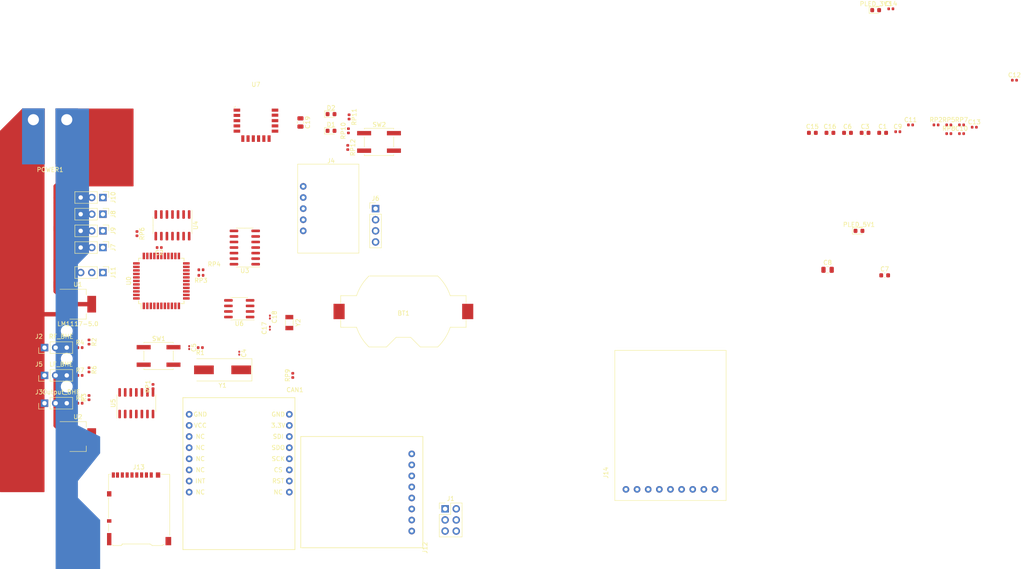
<source format=kicad_pcb>
(kicad_pcb (version 20190905) (host pcbnew "5.99.0-unknown-846397c~86~ubuntu18.04.1")

  (general
    (thickness 1.6)
    (drawings 0)
    (tracks 16)
    (modules 71)
    (nets 98)
  )

  (page "A4")
  (layers
    (0 "F.Cu" signal)
    (31 "B.Cu" signal hide)
    (32 "B.Adhes" user)
    (33 "F.Adhes" user)
    (34 "B.Paste" user)
    (35 "F.Paste" user)
    (36 "B.SilkS" user)
    (37 "F.SilkS" user)
    (38 "B.Mask" user)
    (39 "F.Mask" user)
    (40 "Dwgs.User" user)
    (41 "Cmts.User" user)
    (42 "Eco1.User" user)
    (43 "Eco2.User" user)
    (44 "Edge.Cuts" user)
    (45 "Margin" user)
    (46 "B.CrtYd" user)
    (47 "F.CrtYd" user)
    (48 "B.Fab" user)
    (49 "F.Fab" user)
  )

  (setup
    (last_trace_width 0.25)
    (trace_clearance 0.2)
    (zone_clearance 0.508)
    (zone_45_only no)
    (trace_min 0.2)
    (via_size 0.8)
    (via_drill 0.4)
    (via_min_size 0.4)
    (via_min_drill 0.3)
    (uvia_size 0.3)
    (uvia_drill 0.1)
    (uvias_allowed no)
    (uvia_min_size 0.2)
    (uvia_min_drill 0.1)
    (max_error 0.005)
    (defaults
      (edge_clearance 0.01)
      (edge_cuts_line_width 0.05)
      (courtyard_line_width 0.05)
      (copper_line_width 0.2)
      (copper_text_dims (size 1.5 1.5) (thickness 0.3))
      (silk_line_width 0.12)
      (silk_text_dims (size 1 1) (thickness 0.15))
      (other_layers_line_width 0.1)
      (other_layers_text_dims (size 1 1) (thickness 0.15))
    )
    (pad_size 2 3.8)
    (pad_drill 0)
    (pad_to_mask_clearance 0.051)
    (solder_mask_min_width 0.25)
    (aux_axis_origin 0 0)
    (visible_elements FFFFFF7F)
    (pcbplotparams
      (layerselection 0x010fc_ffffffff)
      (usegerberextensions false)
      (usegerberattributes false)
      (usegerberadvancedattributes false)
      (creategerberjobfile false)
      (excludeedgelayer true)
      (linewidth 0.100000)
      (plotframeref false)
      (viasonmask false)
      (mode 1)
      (useauxorigin false)
      (hpglpennumber 1)
      (hpglpenspeed 20)
      (hpglpendiameter 15.000000)
      (psnegative false)
      (psa4output false)
      (plotreference true)
      (plotvalue true)
      (plotinvisibletext false)
      (padsonsilk false)
      (subtractmaskfromsilk false)
      (outputformat 1)
      (mirror false)
      (drillshape 1)
      (scaleselection 1)
      (outputdirectory "")
    )
  )

  (net 0 "")
  (net 1 "GND")
  (net 2 "Net-(BT1-Pad1)")
  (net 3 "+5V")
  (net 4 "Net-(C2-Pad2)")
  (net 5 "/XTAL1")
  (net 6 "/XTAL2")
  (net 7 "+3V3")
  (net 8 "Net-(C17-Pad2)")
  (net 9 "Net-(C18-Pad1)")
  (net 10 "Net-(CAN1-Pad14)")
  (net 11 "Net-(CAN1-Pad13)")
  (net 12 "Net-(CAN1-Pad12)")
  (net 13 "Net-(CAN1-Pad11)")
  (net 14 "Net-(CAN1-Pad10)")
  (net 15 "Net-(CAN1-Pad9)")
  (net 16 "Net-(CAN1-Pad2)")
  (net 17 "/MOSI")
  (net 18 "/MISO")
  (net 19 "/SCK")
  (net 20 "/RESET")
  (net 21 "Net-(CAN1-Pad8)")
  (net 22 "Net-(D1-Pad2)")
  (net 23 "/BlueTooth/P0_2")
  (net 24 "Net-(D2-Pad2)")
  (net 25 "/BlueTooth/P2_7")
  (net 26 "Net-(J2-Pad3)")
  (net 27 "Net-(J3-Pad3)")
  (net 28 "/PCINT23")
  (net 29 "/SCL")
  (net 30 "/SDA")
  (net 31 "Net-(J5-Pad3)")
  (net 32 "/A0")
  (net 33 "/A2")
  (net 34 "/A1")
  (net 35 "/A3")
  (net 36 "Net-(J12-Pad8)")
  (net 37 "Net-(J12-Pad3)")
  (net 38 "Net-(J13-Pad10)")
  (net 39 "/MISO_3V3")
  (net 40 "/SCK_3V3")
  (net 41 "/MOSI_3V3")
  (net 42 "/CS_3V3")
  (net 43 "Net-(J13-Pad1)")
  (net 44 "Net-(J13-Pad8)")
  (net 45 "Net-(J13-Pad9)")
  (net 46 "Net-(J14-Pad9)")
  (net 47 "/TX0")
  (net 48 "/RX0")
  (net 49 "Net-(J14-Pad4)")
  (net 50 "Net-(J14-Pad3)")
  (net 51 "Net-(J14-Pad2)")
  (net 52 "Net-(J14-Pad1)")
  (net 53 "Net-(PLED_3V3-Pad2)")
  (net 54 "/PCINT8")
  (net 55 "Net-(RP5-Pad2)")
  (net 56 "Net-(RP6-Pad2)")
  (net 57 "Net-(RP7-Pad2)")
  (net 58 "/BlueTooth/RST_BT")
  (net 59 "/SS")
  (net 60 "/A4")
  (net 61 "/A5")
  (net 62 "/A6")
  (net 63 "/A7")
  (net 64 "/PCINT22")
  (net 65 "/PCINT21")
  (net 66 "/PCINT20")
  (net 67 "/PCINT19")
  (net 68 "/PCINT18")
  (net 69 "/TX1")
  (net 70 "/RX1")
  (net 71 "Net-(U3-Pad9)")
  (net 72 "Net-(U3-Pad6)")
  (net 73 "/P3_6")
  (net 74 "/P0_0")
  (net 75 "/RX_3V3")
  (net 76 "/TX_3V3")
  (net 77 "Net-(U4-Pad9)")
  (net 78 "Net-(U4-Pad6)")
  (net 79 "/BT_RST")
  (net 80 "/P1_7")
  (net 81 "/P1_6")
  (net 82 "/P2_0")
  (net 83 "Net-(U5-Pad9)")
  (net 84 "Net-(U5-Pad6)")
  (net 85 "Net-(U6-Pad7)")
  (net 86 "Net-(U7-Pad1)")
  (net 87 "Net-(U7-Pad3)")
  (net 88 "Net-(U7-Pad4)")
  (net 89 "+7.5V")
  (net 90 "/PCINT11")
  (net 91 "/PCINT9")
  (net 92 "/PCINT10")
  (net 93 "/PCINT30")
  (net 94 "/PCINT29")
  (net 95 "Net-(PLED_5V1-Pad2)")
  (net 96 "/PCINT31")
  (net 97 "/PCINT28")

  (net_class "Default" "This is the default net class."
    (clearance 0.2)
    (trace_width 0.25)
    (via_dia 0.8)
    (via_drill 0.4)
    (uvia_dia 0.3)
    (uvia_drill 0.1)
    (add_net "+3V3")
    (add_net "+5V")
    (add_net "+7.5V")
    (add_net "/A0")
    (add_net "/A1")
    (add_net "/A2")
    (add_net "/A3")
    (add_net "/A4")
    (add_net "/A5")
    (add_net "/A6")
    (add_net "/A7")
    (add_net "/BT_RST")
    (add_net "/BlueTooth/P0_2")
    (add_net "/BlueTooth/P2_7")
    (add_net "/BlueTooth/RST_BT")
    (add_net "/CS_3V3")
    (add_net "/MISO")
    (add_net "/MISO_3V3")
    (add_net "/MOSI")
    (add_net "/MOSI_3V3")
    (add_net "/P0_0")
    (add_net "/P1_6")
    (add_net "/P1_7")
    (add_net "/P2_0")
    (add_net "/P3_6")
    (add_net "/PCINT10")
    (add_net "/PCINT11")
    (add_net "/PCINT18")
    (add_net "/PCINT19")
    (add_net "/PCINT20")
    (add_net "/PCINT21")
    (add_net "/PCINT22")
    (add_net "/PCINT23")
    (add_net "/PCINT28")
    (add_net "/PCINT29")
    (add_net "/PCINT30")
    (add_net "/PCINT31")
    (add_net "/PCINT8")
    (add_net "/PCINT9")
    (add_net "/RESET")
    (add_net "/RX0")
    (add_net "/RX1")
    (add_net "/RX_3V3")
    (add_net "/SCK")
    (add_net "/SCK_3V3")
    (add_net "/SCL")
    (add_net "/SDA")
    (add_net "/SS")
    (add_net "/TX0")
    (add_net "/TX1")
    (add_net "/TX_3V3")
    (add_net "/XTAL1")
    (add_net "/XTAL2")
    (add_net "GND")
    (add_net "Net-(BT1-Pad1)")
    (add_net "Net-(C17-Pad2)")
    (add_net "Net-(C18-Pad1)")
    (add_net "Net-(C2-Pad2)")
    (add_net "Net-(CAN1-Pad10)")
    (add_net "Net-(CAN1-Pad11)")
    (add_net "Net-(CAN1-Pad12)")
    (add_net "Net-(CAN1-Pad13)")
    (add_net "Net-(CAN1-Pad14)")
    (add_net "Net-(CAN1-Pad2)")
    (add_net "Net-(CAN1-Pad8)")
    (add_net "Net-(CAN1-Pad9)")
    (add_net "Net-(D1-Pad2)")
    (add_net "Net-(D2-Pad2)")
    (add_net "Net-(J12-Pad3)")
    (add_net "Net-(J12-Pad8)")
    (add_net "Net-(J13-Pad1)")
    (add_net "Net-(J13-Pad10)")
    (add_net "Net-(J13-Pad8)")
    (add_net "Net-(J13-Pad9)")
    (add_net "Net-(J14-Pad1)")
    (add_net "Net-(J14-Pad2)")
    (add_net "Net-(J14-Pad3)")
    (add_net "Net-(J14-Pad4)")
    (add_net "Net-(J14-Pad9)")
    (add_net "Net-(J2-Pad3)")
    (add_net "Net-(J3-Pad3)")
    (add_net "Net-(J5-Pad3)")
    (add_net "Net-(PLED_3V3-Pad2)")
    (add_net "Net-(PLED_5V1-Pad2)")
    (add_net "Net-(RP5-Pad2)")
    (add_net "Net-(RP6-Pad2)")
    (add_net "Net-(RP7-Pad2)")
    (add_net "Net-(U3-Pad6)")
    (add_net "Net-(U3-Pad9)")
    (add_net "Net-(U4-Pad6)")
    (add_net "Net-(U4-Pad9)")
    (add_net "Net-(U5-Pad6)")
    (add_net "Net-(U5-Pad9)")
    (add_net "Net-(U6-Pad7)")
    (add_net "Net-(U7-Pad1)")
    (add_net "Net-(U7-Pad3)")
    (add_net "Net-(U7-Pad4)")
  )

  (module "Connector_PinHeader_2.54mm:PinHeader_1x03_P2.54mm_Vertical" (layer "F.Cu") (tedit 59FED5CC) (tstamp 5DCD806C)
    (at -154.94 95.25 90)
    (descr "Through hole straight pin header, 1x03, 2.54mm pitch, single row")
    (tags "Through hole pin header THT 1x03 2.54mm single row")
    (path "/5DD06195")
    (fp_text reference "J5" (at 2.54 -1.27 180) (layer "F.SilkS")
      (effects (font (size 1 1) (thickness 0.15)))
    )
    (fp_text value "LF_BHE" (at 2.54 3.81 180) (layer "F.SilkS")
      (effects (font (size 1 1) (thickness 0.15)))
    )
    (fp_text user "%R" (at 0 2.54) (layer "F.Fab")
      (effects (font (size 1 1) (thickness 0.15)))
    )
    (fp_line (start 1.8 -1.8) (end -1.8 -1.8) (layer "F.CrtYd") (width 0.05))
    (fp_line (start 1.8 6.85) (end 1.8 -1.8) (layer "F.CrtYd") (width 0.05))
    (fp_line (start -1.8 6.85) (end 1.8 6.85) (layer "F.CrtYd") (width 0.05))
    (fp_line (start -1.8 -1.8) (end -1.8 6.85) (layer "F.CrtYd") (width 0.05))
    (fp_line (start -1.33 -1.33) (end 0 -1.33) (layer "F.SilkS") (width 0.12))
    (fp_line (start -1.33 0) (end -1.33 -1.33) (layer "F.SilkS") (width 0.12))
    (fp_line (start -1.33 1.27) (end 1.33 1.27) (layer "F.SilkS") (width 0.12))
    (fp_line (start 1.33 1.27) (end 1.33 6.41) (layer "F.SilkS") (width 0.12))
    (fp_line (start -1.33 1.27) (end -1.33 6.41) (layer "F.SilkS") (width 0.12))
    (fp_line (start -1.33 6.41) (end 1.33 6.41) (layer "F.SilkS") (width 0.12))
    (fp_line (start -1.27 -0.635) (end -0.635 -1.27) (layer "F.Fab") (width 0.1))
    (fp_line (start -1.27 6.35) (end -1.27 -0.635) (layer "F.Fab") (width 0.1))
    (fp_line (start 1.27 6.35) (end -1.27 6.35) (layer "F.Fab") (width 0.1))
    (fp_line (start 1.27 -1.27) (end 1.27 6.35) (layer "F.Fab") (width 0.1))
    (fp_line (start -0.635 -1.27) (end 1.27 -1.27) (layer "F.Fab") (width 0.1))
    (pad "3" thru_hole oval (at 0 5.08 90) (size 1.7 1.7) (drill 1) (layers *.Cu *.Mask)
      (net 31 "Net-(J5-Pad3)"))
    (pad "2" thru_hole oval (at 0 2.54 90) (size 1.7 1.7) (drill 1) (layers *.Cu *.Mask)
      (net 1 "GND"))
    (pad "1" thru_hole rect (at 0 0 90) (size 1.7 1.7) (drill 1) (layers *.Cu *.Mask)
      (net 89 "+7.5V"))
    (model "${KISYS3DMOD}/Connector_PinHeader_2.54mm.3dshapes/PinHeader_1x03_P2.54mm_Vertical.wrl"
      (at (xyz 0 0 0))
      (scale (xyz 1 1 1))
      (rotate (xyz 0 0 0))
    )
  )

  (module "baja1920:Power" (layer "F.Cu") (tedit 5DCD489D) (tstamp 5DCD81C8)
    (at -153.67 34.29)
    (path "/5DD906B7")
    (fp_text reference "POWER1" (at 0 13.97 unlocked) (layer "F.SilkS")
      (effects (font (size 1 1) (thickness 0.15)))
    )
    (fp_text value "Vsupply" (at 0 -0.5 unlocked) (layer "F.Fab")
      (effects (font (size 1 1) (thickness 0.15)))
    )
    (pad "1" thru_hole custom (at -3.81 2.54) (size 4.2 4.2) (drill 2.54) (layers *.Cu *.Mask)
      (net 89 "+7.5V")
      (options (clearance outline) (anchor circle))
      (primitives
        (gr_poly (pts
           (xy -2.54 -2.54) (xy -2.54 10.16) (xy 2.54 10.16) (xy 2.54 -2.54)) (width 0.1))
      ))
    (pad "2" thru_hole custom (at 3.81 2.54) (size 4.2 4.2) (drill 2.54) (layers *.Cu *.Mask)
      (net 1 "GND")
      (options (clearance outline) (anchor circle))
      (primitives
        (gr_poly (pts
           (xy -2.54 -2.54) (xy -2.54 10.16) (xy 2.54 10.16) (xy 2.54 -2.54)) (width 0.1))
      ))
  )

  (module "Crystal:Crystal_SMD_3215-2Pin_3.2x1.5mm" (layer "F.Cu") (tedit 5A0FD1B2) (tstamp 5DCD8473)
    (at -99.06 83.185 -90)
    (descr "SMD Crystal FC-135 https://support.epson.biz/td/api/doc_check.php?dl=brief_FC-135R_en.pdf")
    (tags "SMD SMT Crystal")
    (path "/5D904F60")
    (attr smd)
    (fp_text reference "Y2" (at 0 -2 90) (layer "F.SilkS")
      (effects (font (size 1 1) (thickness 0.15)))
    )
    (fp_text value "32.768 kHz" (at 0 2 90) (layer "F.Fab")
      (effects (font (size 1 1) (thickness 0.15)))
    )
    (fp_line (start 2 -1.15) (end 2 1.15) (layer "F.CrtYd") (width 0.05))
    (fp_line (start -2 -1.15) (end -2 1.15) (layer "F.CrtYd") (width 0.05))
    (fp_line (start -2 1.15) (end 2 1.15) (layer "F.CrtYd") (width 0.05))
    (fp_line (start -1.6 0.75) (end 1.6 0.75) (layer "F.Fab") (width 0.1))
    (fp_line (start -1.6 -0.75) (end 1.6 -0.75) (layer "F.Fab") (width 0.1))
    (fp_line (start 1.6 -0.75) (end 1.6 0.75) (layer "F.Fab") (width 0.1))
    (fp_line (start -0.675 -0.875) (end 0.675 -0.875) (layer "F.SilkS") (width 0.12))
    (fp_line (start -0.675 0.875) (end 0.675 0.875) (layer "F.SilkS") (width 0.12))
    (fp_line (start -1.6 -0.75) (end -1.6 0.75) (layer "F.Fab") (width 0.1))
    (fp_line (start -2 -1.15) (end 2 -1.15) (layer "F.CrtYd") (width 0.05))
    (fp_text user "%R" (at 0 -2 90) (layer "F.Fab")
      (effects (font (size 1 1) (thickness 0.15)))
    )
    (pad "2" smd rect (at -1.25 0 270) (size 1 1.8) (layers "F.Cu" "F.Paste" "F.Mask")
      (net 9 "Net-(C18-Pad1)"))
    (pad "1" smd rect (at 1.25 0 270) (size 1 1.8) (layers "F.Cu" "F.Paste" "F.Mask")
      (net 8 "Net-(C17-Pad2)"))
    (model "${KISYS3DMOD}/Crystal.3dshapes/Crystal_SMD_3215-2Pin_3.2x1.5mm.wrl"
      (at (xyz 0 0 0))
      (scale (xyz 1 1 1))
      (rotate (xyz 0 0 0))
    )
  )

  (module "Crystal:Crystal_SMD_HC49-SD" (layer "F.Cu") (tedit 5A1AD52C) (tstamp 5DCD8462)
    (at -114.3 93.98 180)
    (descr "SMD Crystal HC-49-SD http://cdn-reichelt.de/documents/datenblatt/B400/xxx-HC49-SMD.pdf, 11.4x4.7mm^2 package")
    (tags "SMD SMT crystal")
    (path "/5D95F0BB")
    (attr smd)
    (fp_text reference "Y1" (at 0 -3.55) (layer "F.SilkS")
      (effects (font (size 1 1) (thickness 0.15)))
    )
    (fp_text value "16MHz" (at 0 3.55) (layer "F.Fab")
      (effects (font (size 1 1) (thickness 0.15)))
    )
    (fp_arc (start 3.015 0) (end 3.015 -2.115) (angle 180) (layer "F.Fab") (width 0.1))
    (fp_arc (start -3.015 0) (end -3.015 -2.115) (angle -180) (layer "F.Fab") (width 0.1))
    (fp_line (start 6.8 -2.6) (end -6.8 -2.6) (layer "F.CrtYd") (width 0.05))
    (fp_line (start 6.8 2.6) (end 6.8 -2.6) (layer "F.CrtYd") (width 0.05))
    (fp_line (start -6.8 2.6) (end 6.8 2.6) (layer "F.CrtYd") (width 0.05))
    (fp_line (start -6.8 -2.6) (end -6.8 2.6) (layer "F.CrtYd") (width 0.05))
    (fp_line (start -6.7 2.55) (end 5.9 2.55) (layer "F.SilkS") (width 0.12))
    (fp_line (start -6.7 -2.55) (end -6.7 2.55) (layer "F.SilkS") (width 0.12))
    (fp_line (start 5.9 -2.55) (end -6.7 -2.55) (layer "F.SilkS") (width 0.12))
    (fp_line (start -3.015 2.115) (end 3.015 2.115) (layer "F.Fab") (width 0.1))
    (fp_line (start -3.015 -2.115) (end 3.015 -2.115) (layer "F.Fab") (width 0.1))
    (fp_line (start 5.7 -2.35) (end -5.7 -2.35) (layer "F.Fab") (width 0.1))
    (fp_line (start 5.7 2.35) (end 5.7 -2.35) (layer "F.Fab") (width 0.1))
    (fp_line (start -5.7 2.35) (end 5.7 2.35) (layer "F.Fab") (width 0.1))
    (fp_line (start -5.7 -2.35) (end -5.7 2.35) (layer "F.Fab") (width 0.1))
    (fp_text user "%R" (at 0 0) (layer "F.Fab")
      (effects (font (size 1 1) (thickness 0.15)))
    )
    (pad "2" smd rect (at 4.25 0 180) (size 4.5 2) (layers "F.Cu" "F.Paste" "F.Mask")
      (net 6 "/XTAL2"))
    (pad "1" smd rect (at -4.25 0 180) (size 4.5 2) (layers "F.Cu" "F.Paste" "F.Mask")
      (net 5 "/XTAL1"))
    (model "${KISYS3DMOD}/Crystal.3dshapes/Crystal_SMD_HC49-SD.wrl"
      (at (xyz 0 0 0))
      (scale (xyz 1 1 1))
      (rotate (xyz 0 0 0))
    )
  )

  (module "RF_Module:Microchip_RN4871" (layer "F.Cu") (tedit 5A0FEF3D) (tstamp 5DCD844C)
    (at -106.68 38.1)
    (descr "Microchip RN4871 footprint")
    (tags "RN4871 BLE")
    (path "/5D989250/5DC66BA1")
    (attr smd)
    (fp_text reference "U7" (at 0 -9.3) (layer "F.SilkS")
      (effects (font (size 1 1) (thickness 0.15)))
    )
    (fp_text value "RN4871-V/RM118" (at 0 4.8) (layer "F.Fab")
      (effects (font (size 1 1) (thickness 0.15)))
    )
    (fp_line (start -4.5 -8.25) (end -4.5 3.25) (layer "F.Fab") (width 0.1))
    (fp_line (start 4.5 -8.25) (end -4.5 -8.25) (layer "Dwgs.User") (width 0.1))
    (fp_line (start 4.5 3.25) (end 4.5 -8.25) (layer "F.Fab") (width 0.1))
    (fp_line (start -4.5 3.25) (end 4.5 3.25) (layer "F.Fab") (width 0.1))
    (fp_line (start -4.5 -4.25) (end 4.5 -4.25) (layer "Dwgs.User") (width 0.1))
    (fp_line (start -1.6 -0.75) (end -1.6 -4.25) (layer "Dwgs.User") (width 0.1))
    (fp_line (start -3.5 -0.75) (end -1.6 -0.75) (layer "Dwgs.User") (width 0.1))
    (fp_line (start -3.5 -4.25) (end -3.5 -0.75) (layer "Dwgs.User") (width 0.1))
    (fp_line (start -0.2 -3.75) (end -0.2 1.7) (layer "Dwgs.User") (width 0.1))
    (fp_line (start 3.5 -3.75) (end -0.2 -3.75) (layer "Dwgs.User") (width 0.1))
    (fp_line (start 3.5 1.7) (end 3.5 -3.75) (layer "Dwgs.User") (width 0.1))
    (fp_line (start -0.2 1.7) (end 3.5 1.7) (layer "Dwgs.User") (width 0.1))
    (fp_line (start -5.38 4.08) (end 5.36 4.08) (layer "F.CrtYd") (width 0.05))
    (fp_line (start 5.38 -8.61) (end -5.38 -8.61) (layer "F.CrtYd") (width 0.05))
    (fp_line (start -5.38 4.08) (end -5.38 -8.61) (layer "F.CrtYd") (width 0.05))
    (fp_line (start -4.7 -4.1) (end -4.7 -4.4) (layer "F.SilkS") (width 0.1))
    (fp_line (start -5.1 -4.1) (end -4.7 -4.1) (layer "F.SilkS") (width 0.1))
    (fp_text user "%R" (at 0 -2.5) (layer "F.Fab")
      (effects (font (size 1 1) (thickness 0.1)))
    )
    (fp_line (start -3.5 -4.25) (end -1.6 -4.25) (layer "Dwgs.User") (width 0.1))
    (fp_line (start -4.5 -4.25) (end -4.5 -8.25) (layer "Dwgs.User") (width 0.1))
    (fp_line (start 4.5 -4.25) (end 4.5 -8.25) (layer "Dwgs.User") (width 0.1))
    (fp_text user "KEEP-OUT ZONE" (at 0 -7.3) (layer "Cmts.User")
      (effects (font (size 0.5 0.5) (thickness 0.1)))
    )
    (fp_line (start -4.5 -7.5) (end -3.75 -8.25) (layer "Dwgs.User") (width 0.05))
    (fp_line (start -4.5 -6.5) (end -2.75 -8.25) (layer "Dwgs.User") (width 0.05))
    (fp_line (start -4.5 -5.5) (end -1.75 -8.25) (layer "Dwgs.User") (width 0.05))
    (fp_line (start -4.5 -4.5) (end -0.75 -8.25) (layer "Dwgs.User") (width 0.05))
    (fp_line (start 0.25 -8.25) (end -3.75 -4.25) (layer "Dwgs.User") (width 0.05))
    (fp_line (start -2.75 -4.25) (end 1.25 -8.25) (layer "Dwgs.User") (width 0.05))
    (fp_line (start -1.75 -4.25) (end 2.25 -8.25) (layer "Dwgs.User") (width 0.05))
    (fp_line (start -0.75 -4.25) (end 3.25 -8.25) (layer "Dwgs.User") (width 0.05))
    (fp_line (start 0.25 -4.25) (end 4.25 -8.25) (layer "Dwgs.User") (width 0.05))
    (fp_line (start 1.25 -4.25) (end 4.5 -7.5) (layer "Dwgs.User") (width 0.05))
    (fp_line (start 2.25 -4.25) (end 4.5 -6.5) (layer "Dwgs.User") (width 0.05))
    (fp_line (start 3.25 -4.25) (end 4.5 -5.5) (layer "Dwgs.User") (width 0.05))
    (fp_line (start -2.75 -4.25) (end -3.5 -3.5) (layer "Dwgs.User") (width 0.05))
    (fp_line (start -1.75 -4.25) (end -3.5 -2.5) (layer "Dwgs.User") (width 0.05))
    (fp_line (start -3.5 -1.5) (end -1.6 -3.375) (layer "Dwgs.User") (width 0.05))
    (fp_line (start -3.25 -0.75) (end -1.6 -2.375) (layer "Dwgs.User") (width 0.05))
    (fp_line (start -2.25 -0.75) (end -1.6 -1.375) (layer "Dwgs.User") (width 0.05))
    (fp_line (start 0.75 -3.75) (end -0.2 -2.8) (layer "Dwgs.User") (width 0.05))
    (fp_line (start 1.75 -3.75) (end -0.2 -1.8) (layer "Dwgs.User") (width 0.05))
    (fp_line (start 2.75 -3.75) (end -0.2 -0.8) (layer "Dwgs.User") (width 0.05))
    (fp_line (start 3.5 -3.5) (end -0.2 0.2) (layer "Dwgs.User") (width 0.05))
    (fp_line (start 3.5 -2.5) (end -0.2 1.2) (layer "Dwgs.User") (width 0.05))
    (fp_line (start 0.3 1.7) (end 3.5 -1.5) (layer "Dwgs.User") (width 0.05))
    (fp_line (start 1.3 1.7) (end 3.5 -0.5) (layer "Dwgs.User") (width 0.05))
    (fp_line (start 2.3 1.7) (end 3.5 0.5) (layer "Dwgs.User") (width 0.05))
    (fp_text user "KEEP-OUT ZONE" (at -2.575 -2.5 90) (layer "Cmts.User")
      (effects (font (size 0.25 0.25) (thickness 0.05)))
    )
    (fp_text user "KEEP-OUT ZONE" (at 1.825 -0.825 90) (layer "Cmts.User")
      (effects (font (size 0.25 0.25) (thickness 0.05)))
    )
    (fp_text user "No Metal, No Traces, Components" (at 0 -6.2) (layer "Cmts.User")
      (effects (font (size 0.25 0.25) (thickness 0.05)))
    )
    (fp_text user "On any layer" (at 0 -5.7) (layer "Cmts.User")
      (effects (font (size 0.25 0.25) (thickness 0.05)))
    )
    (fp_line (start 5.36 4.08) (end 5.36 -8.61) (layer "F.CrtYd") (width 0.05))
    (pad "16" smd rect (at 4.35 -3.45 90) (size 0.7 1.5) (layers "F.Cu" "F.Paste" "F.Mask")
      (net 82 "/P2_0"))
    (pad "15" smd rect (at 4.35 -2.3 90) (size 0.7 1.5) (layers "F.Cu" "F.Paste" "F.Mask")
      (net 25 "/BlueTooth/P2_7"))
    (pad "14" smd rect (at 4.35 -1.05 90) (size 0.7 1.5) (layers "F.Cu" "F.Paste" "F.Mask")
      (net 7 "+3V3"))
    (pad "13" smd rect (at 4.35 0.15 90) (size 0.7 1.5) (layers "F.Cu" "F.Paste" "F.Mask")
      (net 1 "GND"))
    (pad "12" smd rect (at 4.35 1.35 90) (size 0.7 1.5) (layers "F.Cu" "F.Paste" "F.Mask")
      (net 23 "/BlueTooth/P0_2"))
    (pad "1" smd rect (at -4.35 -3.45 90) (size 0.7 1.5) (layers "F.Cu" "F.Paste" "F.Mask")
      (net 86 "Net-(U7-Pad1)"))
    (pad "2" smd rect (at -4.35 -2.25 90) (size 0.7 1.5) (layers "F.Cu" "F.Paste" "F.Mask")
      (net 1 "GND"))
    (pad "3" smd rect (at -4.35 -1.05 90) (size 0.7 1.5) (layers "F.Cu" "F.Paste" "F.Mask")
      (net 87 "Net-(U7-Pad3)"))
    (pad "4" smd rect (at -4.35 0.15 90) (size 0.7 1.5) (layers "F.Cu" "F.Paste" "F.Mask")
      (net 88 "Net-(U7-Pad4)"))
    (pad "5" smd rect (at -4.35 1.35 90) (size 0.7 1.5) (layers "F.Cu" "F.Paste" "F.Mask")
      (net 80 "/P1_7"))
    (pad "11" smd rect (at 3 3.05) (size 0.7 1.5) (layers "F.Cu" "F.Paste" "F.Mask")
      (net 74 "/P0_0"))
    (pad "10" smd rect (at 1.8 3.05) (size 0.7 1.5) (layers "F.Cu" "F.Paste" "F.Mask")
      (net 79 "/BT_RST"))
    (pad "9" smd rect (at 0.6 3.05) (size 0.7 1.5) (layers "F.Cu" "F.Paste" "F.Mask")
      (net 73 "/P3_6"))
    (pad "8" smd rect (at -0.6 3.05) (size 0.7 1.5) (layers "F.Cu" "F.Paste" "F.Mask")
      (net 76 "/TX_3V3"))
    (pad "7" smd rect (at -1.8 3.05) (size 0.7 1.5) (layers "F.Cu" "F.Paste" "F.Mask")
      (net 75 "/RX_3V3"))
    (pad "6" smd rect (at -3 3.05) (size 0.7 1.5) (layers "F.Cu" "F.Paste" "F.Mask")
      (net 81 "/P1_6"))
    (model "${KISYS3DMOD}/RF_Module.3dshapes/Microchip_RN4871.wrl"
      (at (xyz 0 0 0))
      (scale (xyz 1 1 1))
      (rotate (xyz 0 0 0))
    )
  )

  (module "Package_SO:SOIC-8_3.9x4.9mm_P1.27mm" (layer "F.Cu") (tedit 5C97300E) (tstamp 5DCD8404)
    (at -110.49 80.01 180)
    (descr "SOIC, 8 Pin (JEDEC MS-012AA, https://www.analog.com/media/en/package-pcb-resources/package/pkg_pdf/soic_narrow-r/r_8.pdf), generated with kicad-footprint-generator ipc_gullwing_generator.py")
    (tags "SOIC SO")
    (path "/5D8E0402")
    (attr smd)
    (fp_text reference "U6" (at 0 -3.4) (layer "F.SilkS")
      (effects (font (size 1 1) (thickness 0.15)))
    )
    (fp_text value "MCP7940N-xSN" (at 0 3.4) (layer "F.Fab")
      (effects (font (size 1 1) (thickness 0.15)))
    )
    (fp_text user "%R" (at 0 0) (layer "F.Fab")
      (effects (font (size 0.98 0.98) (thickness 0.15)))
    )
    (fp_line (start 3.7 -2.7) (end -3.7 -2.7) (layer "F.CrtYd") (width 0.05))
    (fp_line (start 3.7 2.7) (end 3.7 -2.7) (layer "F.CrtYd") (width 0.05))
    (fp_line (start -3.7 2.7) (end 3.7 2.7) (layer "F.CrtYd") (width 0.05))
    (fp_line (start -3.7 -2.7) (end -3.7 2.7) (layer "F.CrtYd") (width 0.05))
    (fp_line (start -1.95 -1.475) (end -0.975 -2.45) (layer "F.Fab") (width 0.1))
    (fp_line (start -1.95 2.45) (end -1.95 -1.475) (layer "F.Fab") (width 0.1))
    (fp_line (start 1.95 2.45) (end -1.95 2.45) (layer "F.Fab") (width 0.1))
    (fp_line (start 1.95 -2.45) (end 1.95 2.45) (layer "F.Fab") (width 0.1))
    (fp_line (start -0.975 -2.45) (end 1.95 -2.45) (layer "F.Fab") (width 0.1))
    (fp_line (start 0 -2.56) (end -3.45 -2.56) (layer "F.SilkS") (width 0.12))
    (fp_line (start 0 -2.56) (end 1.95 -2.56) (layer "F.SilkS") (width 0.12))
    (fp_line (start 0 2.56) (end -1.95 2.56) (layer "F.SilkS") (width 0.12))
    (fp_line (start 0 2.56) (end 1.95 2.56) (layer "F.SilkS") (width 0.12))
    (pad "8" smd roundrect (at 2.475 -1.905 180) (size 1.95 0.6) (layers "F.Cu" "F.Paste" "F.Mask") (roundrect_rratio 0.25)
      (net 3 "+5V"))
    (pad "7" smd roundrect (at 2.475 -0.635 180) (size 1.95 0.6) (layers "F.Cu" "F.Paste" "F.Mask") (roundrect_rratio 0.25)
      (net 85 "Net-(U6-Pad7)"))
    (pad "6" smd roundrect (at 2.475 0.635 180) (size 1.95 0.6) (layers "F.Cu" "F.Paste" "F.Mask") (roundrect_rratio 0.25)
      (net 29 "/SCL"))
    (pad "5" smd roundrect (at 2.475 1.905 180) (size 1.95 0.6) (layers "F.Cu" "F.Paste" "F.Mask") (roundrect_rratio 0.25)
      (net 30 "/SDA"))
    (pad "4" smd roundrect (at -2.475 1.905 180) (size 1.95 0.6) (layers "F.Cu" "F.Paste" "F.Mask") (roundrect_rratio 0.25)
      (net 1 "GND"))
    (pad "3" smd roundrect (at -2.475 0.635 180) (size 1.95 0.6) (layers "F.Cu" "F.Paste" "F.Mask") (roundrect_rratio 0.25)
      (net 2 "Net-(BT1-Pad1)"))
    (pad "2" smd roundrect (at -2.475 -0.635 180) (size 1.95 0.6) (layers "F.Cu" "F.Paste" "F.Mask") (roundrect_rratio 0.25)
      (net 9 "Net-(C18-Pad1)"))
    (pad "1" smd roundrect (at -2.475 -1.905 180) (size 1.95 0.6) (layers "F.Cu" "F.Paste" "F.Mask") (roundrect_rratio 0.25)
      (net 8 "Net-(C17-Pad2)"))
    (model "${KISYS3DMOD}/Package_SO.3dshapes/SOIC-8_3.9x4.9mm_P1.27mm.wrl"
      (at (xyz 0 0 0))
      (scale (xyz 1 1 1))
      (rotate (xyz 0 0 0))
    )
  )

  (module "Package_SO:SOIC-14_3.9x8.7mm_P1.27mm" (layer "F.Cu") (tedit 5C97300E) (tstamp 5DCD83EA)
    (at -133.985 101.6 90)
    (descr "SOIC, 14 Pin (JEDEC MS-012AB, https://www.analog.com/media/en/package-pcb-resources/package/pkg_pdf/soic_narrow-r/r_14.pdf), generated with kicad-footprint-generator ipc_gullwing_generator.py")
    (tags "SOIC SO")
    (path "/5DB7CE97")
    (attr smd)
    (fp_text reference "U5" (at 0 -5.28 90) (layer "F.SilkS")
      (effects (font (size 1 1) (thickness 0.15)))
    )
    (fp_text value "TXB0104D" (at 0 5.28 90) (layer "F.Fab")
      (effects (font (size 1 1) (thickness 0.15)))
    )
    (fp_text user "%R" (at 0 0 90) (layer "F.Fab")
      (effects (font (size 0.98 0.98) (thickness 0.15)))
    )
    (fp_line (start 3.7 -4.58) (end -3.7 -4.58) (layer "F.CrtYd") (width 0.05))
    (fp_line (start 3.7 4.58) (end 3.7 -4.58) (layer "F.CrtYd") (width 0.05))
    (fp_line (start -3.7 4.58) (end 3.7 4.58) (layer "F.CrtYd") (width 0.05))
    (fp_line (start -3.7 -4.58) (end -3.7 4.58) (layer "F.CrtYd") (width 0.05))
    (fp_line (start -1.95 -3.35) (end -0.975 -4.325) (layer "F.Fab") (width 0.1))
    (fp_line (start -1.95 4.325) (end -1.95 -3.35) (layer "F.Fab") (width 0.1))
    (fp_line (start 1.95 4.325) (end -1.95 4.325) (layer "F.Fab") (width 0.1))
    (fp_line (start 1.95 -4.325) (end 1.95 4.325) (layer "F.Fab") (width 0.1))
    (fp_line (start -0.975 -4.325) (end 1.95 -4.325) (layer "F.Fab") (width 0.1))
    (fp_line (start 0 -4.435) (end -3.45 -4.435) (layer "F.SilkS") (width 0.12))
    (fp_line (start 0 -4.435) (end 1.95 -4.435) (layer "F.SilkS") (width 0.12))
    (fp_line (start 0 4.435) (end -1.95 4.435) (layer "F.SilkS") (width 0.12))
    (fp_line (start 0 4.435) (end 1.95 4.435) (layer "F.SilkS") (width 0.12))
    (pad "14" smd roundrect (at 2.475 -3.81 90) (size 1.95 0.6) (layers "F.Cu" "F.Paste" "F.Mask") (roundrect_rratio 0.25)
      (net 3 "+5V"))
    (pad "13" smd roundrect (at 2.475 -2.54 90) (size 1.95 0.6) (layers "F.Cu" "F.Paste" "F.Mask") (roundrect_rratio 0.25)
      (net 17 "/MOSI"))
    (pad "12" smd roundrect (at 2.475 -1.27 90) (size 1.95 0.6) (layers "F.Cu" "F.Paste" "F.Mask") (roundrect_rratio 0.25)
      (net 18 "/MISO"))
    (pad "11" smd roundrect (at 2.475 0 90) (size 1.95 0.6) (layers "F.Cu" "F.Paste" "F.Mask") (roundrect_rratio 0.25)
      (net 19 "/SCK"))
    (pad "10" smd roundrect (at 2.475 1.27 90) (size 1.95 0.6) (layers "F.Cu" "F.Paste" "F.Mask") (roundrect_rratio 0.25)
      (net 96 "/PCINT31"))
    (pad "9" smd roundrect (at 2.475 2.54 90) (size 1.95 0.6) (layers "F.Cu" "F.Paste" "F.Mask") (roundrect_rratio 0.25)
      (net 83 "Net-(U5-Pad9)"))
    (pad "8" smd roundrect (at 2.475 3.81 90) (size 1.95 0.6) (layers "F.Cu" "F.Paste" "F.Mask") (roundrect_rratio 0.25)
      (net 57 "Net-(RP7-Pad2)"))
    (pad "7" smd roundrect (at -2.475 3.81 90) (size 1.95 0.6) (layers "F.Cu" "F.Paste" "F.Mask") (roundrect_rratio 0.25)
      (net 1 "GND"))
    (pad "6" smd roundrect (at -2.475 2.54 90) (size 1.95 0.6) (layers "F.Cu" "F.Paste" "F.Mask") (roundrect_rratio 0.25)
      (net 84 "Net-(U5-Pad6)"))
    (pad "5" smd roundrect (at -2.475 1.27 90) (size 1.95 0.6) (layers "F.Cu" "F.Paste" "F.Mask") (roundrect_rratio 0.25)
      (net 42 "/CS_3V3"))
    (pad "4" smd roundrect (at -2.475 0 90) (size 1.95 0.6) (layers "F.Cu" "F.Paste" "F.Mask") (roundrect_rratio 0.25)
      (net 40 "/SCK_3V3"))
    (pad "3" smd roundrect (at -2.475 -1.27 90) (size 1.95 0.6) (layers "F.Cu" "F.Paste" "F.Mask") (roundrect_rratio 0.25)
      (net 39 "/MISO_3V3"))
    (pad "2" smd roundrect (at -2.475 -2.54 90) (size 1.95 0.6) (layers "F.Cu" "F.Paste" "F.Mask") (roundrect_rratio 0.25)
      (net 41 "/MOSI_3V3"))
    (pad "1" smd roundrect (at -2.475 -3.81 90) (size 1.95 0.6) (layers "F.Cu" "F.Paste" "F.Mask") (roundrect_rratio 0.25)
      (net 7 "+3V3"))
    (model "${KISYS3DMOD}/Package_SO.3dshapes/SOIC-14_3.9x8.7mm_P1.27mm.wrl"
      (at (xyz 0 0 0))
      (scale (xyz 1 1 1))
      (rotate (xyz 0 0 0))
    )
  )

  (module "Package_SO:SOIC-14_3.9x8.7mm_P1.27mm" (layer "F.Cu") (tedit 5C97300E) (tstamp 5DCD83CA)
    (at -125.73 60.96 -90)
    (descr "SOIC, 14 Pin (JEDEC MS-012AB, https://www.analog.com/media/en/package-pcb-resources/package/pkg_pdf/soic_narrow-r/r_14.pdf), generated with kicad-footprint-generator ipc_gullwing_generator.py")
    (tags "SOIC SO")
    (path "/5E977297")
    (attr smd)
    (fp_text reference "U4" (at 0 -5.28 90) (layer "F.SilkS")
      (effects (font (size 1 1) (thickness 0.15)))
    )
    (fp_text value "TXB0104D" (at 0 5.28 90) (layer "F.Fab")
      (effects (font (size 1 1) (thickness 0.15)))
    )
    (fp_text user "%R" (at 0 0 90) (layer "F.Fab")
      (effects (font (size 0.98 0.98) (thickness 0.15)))
    )
    (fp_line (start 3.7 -4.58) (end -3.7 -4.58) (layer "F.CrtYd") (width 0.05))
    (fp_line (start 3.7 4.58) (end 3.7 -4.58) (layer "F.CrtYd") (width 0.05))
    (fp_line (start -3.7 4.58) (end 3.7 4.58) (layer "F.CrtYd") (width 0.05))
    (fp_line (start -3.7 -4.58) (end -3.7 4.58) (layer "F.CrtYd") (width 0.05))
    (fp_line (start -1.95 -3.35) (end -0.975 -4.325) (layer "F.Fab") (width 0.1))
    (fp_line (start -1.95 4.325) (end -1.95 -3.35) (layer "F.Fab") (width 0.1))
    (fp_line (start 1.95 4.325) (end -1.95 4.325) (layer "F.Fab") (width 0.1))
    (fp_line (start 1.95 -4.325) (end 1.95 4.325) (layer "F.Fab") (width 0.1))
    (fp_line (start -0.975 -4.325) (end 1.95 -4.325) (layer "F.Fab") (width 0.1))
    (fp_line (start 0 -4.435) (end -3.45 -4.435) (layer "F.SilkS") (width 0.12))
    (fp_line (start 0 -4.435) (end 1.95 -4.435) (layer "F.SilkS") (width 0.12))
    (fp_line (start 0 4.435) (end -1.95 4.435) (layer "F.SilkS") (width 0.12))
    (fp_line (start 0 4.435) (end 1.95 4.435) (layer "F.SilkS") (width 0.12))
    (pad "14" smd roundrect (at 2.475 -3.81 270) (size 1.95 0.6) (layers "F.Cu" "F.Paste" "F.Mask") (roundrect_rratio 0.25)
      (net 3 "+5V"))
    (pad "13" smd roundrect (at 2.475 -2.54 270) (size 1.95 0.6) (layers "F.Cu" "F.Paste" "F.Mask") (roundrect_rratio 0.25)
      (net 97 "/PCINT28"))
    (pad "12" smd roundrect (at 2.475 -1.27 270) (size 1.95 0.6) (layers "F.Cu" "F.Paste" "F.Mask") (roundrect_rratio 0.25)
      (net 66 "/PCINT20"))
    (pad "11" smd roundrect (at 2.475 0 270) (size 1.95 0.6) (layers "F.Cu" "F.Paste" "F.Mask") (roundrect_rratio 0.25)
      (net 65 "/PCINT21"))
    (pad "10" smd roundrect (at 2.475 1.27 270) (size 1.95 0.6) (layers "F.Cu" "F.Paste" "F.Mask") (roundrect_rratio 0.25)
      (net 64 "/PCINT22"))
    (pad "9" smd roundrect (at 2.475 2.54 270) (size 1.95 0.6) (layers "F.Cu" "F.Paste" "F.Mask") (roundrect_rratio 0.25)
      (net 77 "Net-(U4-Pad9)"))
    (pad "8" smd roundrect (at 2.475 3.81 270) (size 1.95 0.6) (layers "F.Cu" "F.Paste" "F.Mask") (roundrect_rratio 0.25)
      (net 56 "Net-(RP6-Pad2)"))
    (pad "7" smd roundrect (at -2.475 3.81 270) (size 1.95 0.6) (layers "F.Cu" "F.Paste" "F.Mask") (roundrect_rratio 0.25)
      (net 1 "GND"))
    (pad "6" smd roundrect (at -2.475 2.54 270) (size 1.95 0.6) (layers "F.Cu" "F.Paste" "F.Mask") (roundrect_rratio 0.25)
      (net 78 "Net-(U4-Pad6)"))
    (pad "5" smd roundrect (at -2.475 1.27 270) (size 1.95 0.6) (layers "F.Cu" "F.Paste" "F.Mask") (roundrect_rratio 0.25)
      (net 80 "/P1_7"))
    (pad "4" smd roundrect (at -2.475 0 270) (size 1.95 0.6) (layers "F.Cu" "F.Paste" "F.Mask") (roundrect_rratio 0.25)
      (net 81 "/P1_6"))
    (pad "3" smd roundrect (at -2.475 -1.27 270) (size 1.95 0.6) (layers "F.Cu" "F.Paste" "F.Mask") (roundrect_rratio 0.25)
      (net 82 "/P2_0"))
    (pad "2" smd roundrect (at -2.475 -2.54 270) (size 1.95 0.6) (layers "F.Cu" "F.Paste" "F.Mask") (roundrect_rratio 0.25)
      (net 79 "/BT_RST"))
    (pad "1" smd roundrect (at -2.475 -3.81 270) (size 1.95 0.6) (layers "F.Cu" "F.Paste" "F.Mask") (roundrect_rratio 0.25)
      (net 7 "+3V3"))
    (model "${KISYS3DMOD}/Package_SO.3dshapes/SOIC-14_3.9x8.7mm_P1.27mm.wrl"
      (at (xyz 0 0 0))
      (scale (xyz 1 1 1))
      (rotate (xyz 0 0 0))
    )
  )

  (module "Package_SO:SOIC-14_3.9x8.7mm_P1.27mm" (layer "F.Cu") (tedit 5C97300E) (tstamp 5DCD83AA)
    (at -109.22 66.04 180)
    (descr "SOIC, 14 Pin (JEDEC MS-012AB, https://www.analog.com/media/en/package-pcb-resources/package/pkg_pdf/soic_narrow-r/r_14.pdf), generated with kicad-footprint-generator ipc_gullwing_generator.py")
    (tags "SOIC SO")
    (path "/5DC02816")
    (attr smd)
    (fp_text reference "U3" (at 0 -5.28) (layer "F.SilkS")
      (effects (font (size 1 1) (thickness 0.15)))
    )
    (fp_text value "TXB0104D" (at 0 5.28) (layer "F.Fab")
      (effects (font (size 1 1) (thickness 0.15)))
    )
    (fp_text user "%R" (at 0 0) (layer "F.Fab")
      (effects (font (size 0.98 0.98) (thickness 0.15)))
    )
    (fp_line (start 3.7 -4.58) (end -3.7 -4.58) (layer "F.CrtYd") (width 0.05))
    (fp_line (start 3.7 4.58) (end 3.7 -4.58) (layer "F.CrtYd") (width 0.05))
    (fp_line (start -3.7 4.58) (end 3.7 4.58) (layer "F.CrtYd") (width 0.05))
    (fp_line (start -3.7 -4.58) (end -3.7 4.58) (layer "F.CrtYd") (width 0.05))
    (fp_line (start -1.95 -3.35) (end -0.975 -4.325) (layer "F.Fab") (width 0.1))
    (fp_line (start -1.95 4.325) (end -1.95 -3.35) (layer "F.Fab") (width 0.1))
    (fp_line (start 1.95 4.325) (end -1.95 4.325) (layer "F.Fab") (width 0.1))
    (fp_line (start 1.95 -4.325) (end 1.95 4.325) (layer "F.Fab") (width 0.1))
    (fp_line (start -0.975 -4.325) (end 1.95 -4.325) (layer "F.Fab") (width 0.1))
    (fp_line (start 0 -4.435) (end -3.45 -4.435) (layer "F.SilkS") (width 0.12))
    (fp_line (start 0 -4.435) (end 1.95 -4.435) (layer "F.SilkS") (width 0.12))
    (fp_line (start 0 4.435) (end -1.95 4.435) (layer "F.SilkS") (width 0.12))
    (fp_line (start 0 4.435) (end 1.95 4.435) (layer "F.SilkS") (width 0.12))
    (pad "14" smd roundrect (at 2.475 -3.81 180) (size 1.95 0.6) (layers "F.Cu" "F.Paste" "F.Mask") (roundrect_rratio 0.25)
      (net 3 "+5V"))
    (pad "13" smd roundrect (at 2.475 -2.54 180) (size 1.95 0.6) (layers "F.Cu" "F.Paste" "F.Mask") (roundrect_rratio 0.25)
      (net 70 "/RX1"))
    (pad "12" smd roundrect (at 2.475 -1.27 180) (size 1.95 0.6) (layers "F.Cu" "F.Paste" "F.Mask") (roundrect_rratio 0.25)
      (net 69 "/TX1"))
    (pad "11" smd roundrect (at 2.475 0 180) (size 1.95 0.6) (layers "F.Cu" "F.Paste" "F.Mask") (roundrect_rratio 0.25)
      (net 68 "/PCINT18"))
    (pad "10" smd roundrect (at 2.475 1.27 180) (size 1.95 0.6) (layers "F.Cu" "F.Paste" "F.Mask") (roundrect_rratio 0.25)
      (net 67 "/PCINT19"))
    (pad "9" smd roundrect (at 2.475 2.54 180) (size 1.95 0.6) (layers "F.Cu" "F.Paste" "F.Mask") (roundrect_rratio 0.25)
      (net 71 "Net-(U3-Pad9)"))
    (pad "8" smd roundrect (at 2.475 3.81 180) (size 1.95 0.6) (layers "F.Cu" "F.Paste" "F.Mask") (roundrect_rratio 0.25)
      (net 55 "Net-(RP5-Pad2)"))
    (pad "7" smd roundrect (at -2.475 3.81 180) (size 1.95 0.6) (layers "F.Cu" "F.Paste" "F.Mask") (roundrect_rratio 0.25)
      (net 1 "GND"))
    (pad "6" smd roundrect (at -2.475 2.54 180) (size 1.95 0.6) (layers "F.Cu" "F.Paste" "F.Mask") (roundrect_rratio 0.25)
      (net 72 "Net-(U3-Pad6)"))
    (pad "5" smd roundrect (at -2.475 1.27 180) (size 1.95 0.6) (layers "F.Cu" "F.Paste" "F.Mask") (roundrect_rratio 0.25)
      (net 73 "/P3_6"))
    (pad "4" smd roundrect (at -2.475 0 180) (size 1.95 0.6) (layers "F.Cu" "F.Paste" "F.Mask") (roundrect_rratio 0.25)
      (net 74 "/P0_0"))
    (pad "3" smd roundrect (at -2.475 -1.27 180) (size 1.95 0.6) (layers "F.Cu" "F.Paste" "F.Mask") (roundrect_rratio 0.25)
      (net 75 "/RX_3V3"))
    (pad "2" smd roundrect (at -2.475 -2.54 180) (size 1.95 0.6) (layers "F.Cu" "F.Paste" "F.Mask") (roundrect_rratio 0.25)
      (net 76 "/TX_3V3"))
    (pad "1" smd roundrect (at -2.475 -3.81 180) (size 1.95 0.6) (layers "F.Cu" "F.Paste" "F.Mask") (roundrect_rratio 0.25)
      (net 7 "+3V3"))
    (model "${KISYS3DMOD}/Package_SO.3dshapes/SOIC-14_3.9x8.7mm_P1.27mm.wrl"
      (at (xyz 0 0 0))
      (scale (xyz 1 1 1))
      (rotate (xyz 0 0 0))
    )
  )

  (module "Package_TO_SOT_SMD:SOT-223" (layer "F.Cu") (tedit 5DCD4ADF) (tstamp 5DCD838A)
    (at -147.32 109.22)
    (descr "module CMS SOT223 4 pins")
    (tags "CMS SOT")
    (path "/5D98A33D")
    (attr smd)
    (fp_text reference "U2" (at 0 -4.5) (layer "F.SilkS")
      (effects (font (size 1 1) (thickness 0.15)))
    )
    (fp_text value "LM1117-3.3" (at 0 4.5) (layer "F.Fab")
      (effects (font (size 1 1) (thickness 0.15)))
    )
    (fp_line (start 1.85 -3.35) (end 1.85 3.35) (layer "F.Fab") (width 0.1))
    (fp_line (start -1.85 3.35) (end 1.85 3.35) (layer "F.Fab") (width 0.1))
    (fp_line (start -4.1 -3.41) (end 1.91 -3.41) (layer "F.SilkS") (width 0.12))
    (fp_line (start -0.8 -3.35) (end 1.85 -3.35) (layer "F.Fab") (width 0.1))
    (fp_line (start -1.85 3.41) (end 1.91 3.41) (layer "F.SilkS") (width 0.12))
    (fp_line (start -1.85 -2.3) (end -1.85 3.35) (layer "F.Fab") (width 0.1))
    (fp_line (start -4.4 -3.6) (end -4.4 3.6) (layer "F.CrtYd") (width 0.05))
    (fp_line (start -4.4 3.6) (end 4.4 3.6) (layer "F.CrtYd") (width 0.05))
    (fp_line (start 4.4 3.6) (end 4.4 -3.6) (layer "F.CrtYd") (width 0.05))
    (fp_line (start 4.4 -3.6) (end -4.4 -3.6) (layer "F.CrtYd") (width 0.05))
    (fp_line (start 1.91 -3.41) (end 1.91 -2.15) (layer "F.SilkS") (width 0.12))
    (fp_line (start 1.91 3.41) (end 1.91 2.15) (layer "F.SilkS") (width 0.12))
    (fp_line (start -1.85 -2.3) (end -0.8 -3.35) (layer "F.Fab") (width 0.1))
    (fp_text user "%R" (at 0 0 90) (layer "F.Fab")
      (effects (font (size 0.8 0.8) (thickness 0.12)))
    )
    (pad "1" smd rect (at -3.15 -2.3) (size 2 1.5) (layers "F.Cu" "F.Paste" "F.Mask")
      (net 1 "GND"))
    (pad "3" smd rect (at -3.15 2.3) (size 2 1.5) (layers "F.Cu" "F.Paste" "F.Mask")
      (net 89 "+7.5V"))
    (pad "2" smd rect (at -3.15 0) (size 2 1.5) (layers "F.Cu" "F.Paste" "F.Mask")
      (net 7 "+3V3"))
    (pad "4" smd rect (at 3.15 0) (size 2 3.8) (layers "F.Cu" "F.Paste" "F.Mask"))
    (model "${KISYS3DMOD}/Package_TO_SOT_SMD.3dshapes/SOT-223.wrl"
      (at (xyz 0 0 0))
      (scale (xyz 1 1 1))
      (rotate (xyz 0 0 0))
    )
  )

  (module "Package_TO_SOT_SMD:SOT-223" (layer "F.Cu") (tedit 5DCD55AB) (tstamp 5DCD8374)
    (at -147.32 78.98)
    (descr "module CMS SOT223 4 pins")
    (tags "CMS SOT")
    (path "/5D84DBEE")
    (attr smd)
    (fp_text reference "U1" (at 0 -4.5) (layer "F.SilkS")
      (effects (font (size 1 1) (thickness 0.15)))
    )
    (fp_text value "LM1117-5.0" (at 0 4.5) (layer "F.SilkS")
      (effects (font (size 1 1) (thickness 0.15)))
    )
    (fp_line (start 1.85 -3.35) (end 1.85 3.35) (layer "F.Fab") (width 0.1))
    (fp_line (start -1.85 3.35) (end 1.85 3.35) (layer "F.Fab") (width 0.1))
    (fp_line (start -4.1 -3.41) (end 1.91 -3.41) (layer "F.SilkS") (width 0.12))
    (fp_line (start -0.8 -3.35) (end 1.85 -3.35) (layer "F.Fab") (width 0.1))
    (fp_line (start -1.85 3.41) (end 1.91 3.41) (layer "F.SilkS") (width 0.12))
    (fp_line (start -1.85 -2.3) (end -1.85 3.35) (layer "F.Fab") (width 0.1))
    (fp_line (start -4.4 -3.6) (end -4.4 3.6) (layer "F.CrtYd") (width 0.05))
    (fp_line (start -4.4 3.6) (end 4.4 3.6) (layer "F.CrtYd") (width 0.05))
    (fp_line (start 4.4 3.6) (end 4.4 -3.6) (layer "F.CrtYd") (width 0.05))
    (fp_line (start 4.4 -3.6) (end -4.4 -3.6) (layer "F.CrtYd") (width 0.05))
    (fp_line (start 1.91 -3.41) (end 1.91 -2.15) (layer "F.SilkS") (width 0.12))
    (fp_line (start 1.91 3.41) (end 1.91 2.15) (layer "F.SilkS") (width 0.12))
    (fp_line (start -1.85 -2.3) (end -0.8 -3.35) (layer "F.Fab") (width 0.1))
    (fp_text user "%R" (at 0 0 90) (layer "F.Fab")
      (effects (font (size 0.8 0.8) (thickness 0.12)))
    )
    (pad "1" smd rect (at -3.15 -2.3) (size 2 1.5) (layers "F.Cu" "F.Paste" "F.Mask")
      (net 1 "GND"))
    (pad "3" smd rect (at -3.15 2.3) (size 2 1.5) (layers "F.Cu" "F.Paste" "F.Mask")
      (net 89 "+7.5V"))
    (pad "2" smd rect (at -3.15 0) (size 2 1.5) (layers "F.Cu" "F.Paste" "F.Mask")
      (net 3 "+5V"))
    (pad "4" smd rect (at 3.15 0) (size 2 3.8) (layers "F.Cu" "F.Paste" "F.Mask"))
    (model "${KISYS3DMOD}/Package_TO_SOT_SMD.3dshapes/SOT-223.wrl"
      (at (xyz 0 0 0))
      (scale (xyz 1 1 1))
      (rotate (xyz 0 0 0))
    )
  )

  (module "Package_QFP:TQFP-44_10x10mm_P0.8mm" (layer "F.Cu") (tedit 5DCD3F14) (tstamp 5DCD835E)
    (at -128.27 73.66 90)
    (descr "44-Lead Plastic Thin Quad Flatpack (PT) - 10x10x1.0 mm Body [TQFP] (see Microchip Packaging Specification 00000049BS.pdf)")
    (tags "QFP 0.8")
    (path "/5D84B034")
    (attr smd)
    (fp_text reference "U0" (at 0 -7.45 90) (layer "F.SilkS")
      (effects (font (size 1 1) (thickness 0.15)))
    )
    (fp_text value "ATmega1284-AU" (at 0 7.45 90) (layer "F.Fab")
      (effects (font (size 1 1) (thickness 0.15)))
    )
    (fp_line (start -5.175 -4.6) (end -6.45 -4.6) (layer "F.SilkS") (width 0.15))
    (fp_line (start 5.175 -5.175) (end 4.5 -5.175) (layer "F.SilkS") (width 0.15))
    (fp_line (start 5.175 5.175) (end 4.5 5.175) (layer "F.SilkS") (width 0.15))
    (fp_line (start -5.175 5.175) (end -4.5 5.175) (layer "F.SilkS") (width 0.15))
    (fp_line (start -5.175 -5.175) (end -4.5 -5.175) (layer "F.SilkS") (width 0.15))
    (fp_line (start -5.175 5.175) (end -5.175 4.5) (layer "F.SilkS") (width 0.15))
    (fp_line (start 5.175 5.175) (end 5.175 4.5) (layer "F.SilkS") (width 0.15))
    (fp_line (start 5.175 -5.175) (end 5.175 -4.5) (layer "F.SilkS") (width 0.15))
    (fp_line (start -5.175 -5.175) (end -5.175 -4.6) (layer "F.SilkS") (width 0.15))
    (fp_line (start -6.7 6.7) (end 6.7 6.7) (layer "F.CrtYd") (width 0.05))
    (fp_line (start -6.7 -6.7) (end 6.7 -6.7) (layer "F.CrtYd") (width 0.05))
    (fp_line (start 6.7 -6.7) (end 6.7 6.7) (layer "F.CrtYd") (width 0.05))
    (fp_line (start -6.7 -6.7) (end -6.7 6.7) (layer "F.CrtYd") (width 0.05))
    (fp_line (start -5 -4) (end -4 -5) (layer "F.Fab") (width 0.15))
    (fp_line (start -5 5) (end -5 -4) (layer "F.Fab") (width 0.15))
    (fp_line (start 5 5) (end -5 5) (layer "F.Fab") (width 0.15))
    (fp_line (start 5 -5) (end 5 5) (layer "F.Fab") (width 0.15))
    (fp_line (start -4 -5) (end 5 -5) (layer "F.Fab") (width 0.15))
    (fp_text user "%R" (at 0 0 90) (layer "F.Fab")
      (effects (font (size 1 1) (thickness 0.15)))
    )
    (pad "44" smd rect (at -4 -5.7 180) (size 1.5 0.55) (layers "F.Cu" "F.Paste" "F.Mask")
      (net 59 "/SS"))
    (pad "43" smd rect (at -3.2 -5.7 180) (size 1.5 0.55) (layers "F.Cu" "F.Paste" "F.Mask")
      (net 90 "/PCINT11"))
    (pad "42" smd rect (at -2.4 -5.7 180) (size 1.5 0.55) (layers "F.Cu" "F.Paste" "F.Mask")
      (net 92 "/PCINT10"))
    (pad "41" smd rect (at -1.6 -5.7 180) (size 1.5 0.55) (layers "F.Cu" "F.Paste" "F.Mask")
      (net 91 "/PCINT9"))
    (pad "40" smd rect (at -0.8 -5.7 180) (size 1.5 0.55) (layers "F.Cu" "F.Paste" "F.Mask")
      (net 54 "/PCINT8"))
    (pad "39" smd rect (at 0 -5.7 180) (size 1.5 0.55) (layers "F.Cu" "F.Paste" "F.Mask")
      (net 1 "GND"))
    (pad "38" smd rect (at 0.8 -5.7 180) (size 1.5 0.55) (layers "F.Cu" "F.Paste" "F.Mask")
      (net 3 "+5V"))
    (pad "37" smd rect (at 1.6 -5.7 180) (size 1.5 0.55) (layers "F.Cu" "F.Paste" "F.Mask")
      (net 32 "/A0"))
    (pad "36" smd rect (at 2.4 -5.7 180) (size 1.5 0.55) (layers "F.Cu" "F.Paste" "F.Mask")
      (net 34 "/A1"))
    (pad "35" smd rect (at 3.2 -5.7 180) (size 1.5 0.55) (layers "F.Cu" "F.Paste" "F.Mask")
      (net 33 "/A2"))
    (pad "34" smd rect (at 4 -5.7 180) (size 1.5 0.55) (layers "F.Cu" "F.Paste" "F.Mask")
      (net 35 "/A3"))
    (pad "33" smd rect (at 5.7 -4 90) (size 1.5 0.55) (layers "F.Cu" "F.Paste" "F.Mask")
      (net 60 "/A4"))
    (pad "32" smd rect (at 5.7 -3.2 90) (size 1.5 0.55) (layers "F.Cu" "F.Paste" "F.Mask")
      (net 61 "/A5"))
    (pad "31" smd rect (at 5.7 -2.4 90) (size 1.5 0.55) (layers "F.Cu" "F.Paste" "F.Mask")
      (net 62 "/A6"))
    (pad "30" smd rect (at 5.7 -1.6 90) (size 1.5 0.55) (layers "F.Cu" "F.Paste" "F.Mask")
      (net 63 "/A7"))
    (pad "29" smd rect (at 5.7 -0.8 90) (size 1.5 0.55) (layers "F.Cu" "F.Paste" "F.Mask")
      (net 4 "Net-(C2-Pad2)"))
    (pad "28" smd rect (at 5.7 0 90) (size 1.5 0.55) (layers "F.Cu" "F.Paste" "F.Mask")
      (net 1 "GND"))
    (pad "27" smd rect (at 5.7 0.8 90) (size 1.5 0.55) (layers "F.Cu" "F.Paste" "F.Mask")
      (net 3 "+5V"))
    (pad "26" smd rect (at 5.7 1.6 90) (size 1.5 0.55) (layers "F.Cu" "F.Paste" "F.Mask")
      (net 28 "/PCINT23"))
    (pad "25" smd rect (at 5.7 2.4 90) (size 1.5 0.55) (layers "F.Cu" "F.Paste" "F.Mask")
      (net 64 "/PCINT22"))
    (pad "24" smd rect (at 5.7 3.2 90) (size 1.5 0.55) (layers "F.Cu" "F.Paste" "F.Mask")
      (net 65 "/PCINT21"))
    (pad "23" smd rect (at 5.7 4 90) (size 1.5 0.55) (layers "F.Cu" "F.Paste" "F.Mask")
      (net 66 "/PCINT20"))
    (pad "22" smd rect (at 4 5.7 180) (size 1.5 0.55) (layers "F.Cu" "F.Paste" "F.Mask")
      (net 67 "/PCINT19"))
    (pad "21" smd rect (at 3.2 5.7 180) (size 1.5 0.55) (layers "F.Cu" "F.Paste" "F.Mask")
      (net 68 "/PCINT18"))
    (pad "20" smd rect (at 2.4 5.7 180) (size 1.5 0.55) (layers "F.Cu" "F.Paste" "F.Mask")
      (net 30 "/SDA"))
    (pad "19" smd rect (at 1.6 5.7 180) (size 1.5 0.55) (layers "F.Cu" "F.Paste" "F.Mask")
      (net 29 "/SCL"))
    (pad "18" smd rect (at 0.8 5.7 180) (size 1.5 0.55) (layers "F.Cu" "F.Paste" "F.Mask")
      (net 1 "GND"))
    (pad "17" smd rect (at 0 5.7 180) (size 1.5 0.55) (layers "F.Cu" "F.Paste" "F.Mask")
      (net 3 "+5V"))
    (pad "16" smd rect (at -0.8 5.7 180) (size 1.5 0.55) (layers "F.Cu" "F.Paste" "F.Mask")
      (net 96 "/PCINT31"))
    (pad "15" smd rect (at -1.6 5.7 180) (size 1.5 0.55) (layers "F.Cu" "F.Paste" "F.Mask")
      (net 93 "/PCINT30"))
    (pad "14" smd rect (at -2.4 5.7 180) (size 1.5 0.55) (layers "F.Cu" "F.Paste" "F.Mask")
      (net 94 "/PCINT29"))
    (pad "13" smd rect (at -3.2 5.7 180) (size 1.5 0.55) (layers "F.Cu" "F.Paste" "F.Mask")
      (net 97 "/PCINT28"))
    (pad "12" smd rect (at -4 5.7 180) (size 1.5 0.55) (layers "F.Cu" "F.Paste" "F.Mask")
      (net 69 "/TX1"))
    (pad "11" smd rect (at -5.7 4 90) (size 1.5 0.55) (layers "F.Cu" "F.Paste" "F.Mask")
      (net 70 "/RX1"))
    (pad "10" smd rect (at -5.7 3.2 90) (size 1.5 0.55) (layers "F.Cu" "F.Paste" "F.Mask")
      (net 47 "/TX0"))
    (pad "9" smd rect (at -5.7 2.4 90) (size 1.5 0.55) (layers "F.Cu" "F.Paste" "F.Mask")
      (net 48 "/RX0"))
    (pad "8" smd rect (at -5.7 1.6 90) (size 1.5 0.55) (layers "F.Cu" "F.Paste" "F.Mask")
      (net 5 "/XTAL1"))
    (pad "7" smd rect (at -5.7 0.8 90) (size 1.5 0.55) (layers "F.Cu" "F.Paste" "F.Mask")
      (net 6 "/XTAL2"))
    (pad "6" smd rect (at -5.7 0 90) (size 1.5 0.55) (layers "F.Cu" "F.Paste" "F.Mask")
      (net 1 "GND"))
    (pad "5" smd rect (at -5.7 -0.8 90) (size 1.5 0.55) (layers "F.Cu" "F.Paste" "F.Mask")
      (net 3 "+5V"))
    (pad "4" smd rect (at -5.7 -1.6 90) (size 1.5 0.55) (layers "F.Cu" "F.Paste" "F.Mask")
      (net 20 "/RESET"))
    (pad "3" smd rect (at -5.7 -2.4 90) (size 1.5 0.55) (layers "F.Cu" "F.Paste" "F.Mask")
      (net 19 "/SCK"))
    (pad "2" smd rect (at -5.7 -3.2 90) (size 1.5 0.55) (layers "F.Cu" "F.Paste" "F.Mask")
      (net 18 "/MISO"))
    (pad "1" smd rect (at -5.7 -4 90) (size 1.5 0.55) (layers "F.Cu" "F.Paste" "F.Mask")
      (net 17 "/MOSI"))
    (model "${KISYS3DMOD}/Package_QFP.3dshapes/TQFP-44_10x10mm_P0.8mm.wrl"
      (at (xyz 0 0 0))
      (scale (xyz 1 1 1))
      (rotate (xyz 0 0 0))
    )
  )

  (module "Button_Switch_SMD:SW_SPST_EVQQ2" (layer "F.Cu") (tedit 5872491A) (tstamp 5DCD831B)
    (at -78.5875 41.91)
    (descr "Light Touch Switch, https://industrial.panasonic.com/cdbs/www-data/pdf/ATK0000/ATK0000CE28.pdf")
    (path "/5D989250/5D843BC6")
    (attr smd)
    (fp_text reference "SW2" (at 0.05 -3.95) (layer "F.SilkS")
      (effects (font (size 1 1) (thickness 0.15)))
    )
    (fp_text value "BT_RST" (at 0 4.25) (layer "F.Fab")
      (effects (font (size 1 1) (thickness 0.15)))
    )
    (fp_circle (center 0 0) (end 1.5 0) (layer "F.Fab") (width 0.1))
    (fp_circle (center 0 0) (end 1.9 0) (layer "F.Fab") (width 0.1))
    (fp_line (start -3.35 3.1) (end 3.35 3.1) (layer "F.SilkS") (width 0.12))
    (fp_line (start 3.35 -3.1) (end -3.35 -3.1) (layer "F.SilkS") (width 0.12))
    (fp_line (start 3.35 -1.2) (end 3.35 1.2) (layer "F.SilkS") (width 0.12))
    (fp_line (start -3.35 -1.2) (end -3.35 1.2) (layer "F.SilkS") (width 0.12))
    (fp_line (start -3.35 -3.1) (end -3.35 -2.9) (layer "F.SilkS") (width 0.12))
    (fp_line (start -3.35 3.1) (end -3.35 2.9) (layer "F.SilkS") (width 0.12))
    (fp_line (start 3.35 3.1) (end 3.35 2.9) (layer "F.SilkS") (width 0.12))
    (fp_line (start 3.35 -3.1) (end 3.35 -2.9) (layer "F.SilkS") (width 0.12))
    (fp_line (start -5.25 3.25) (end -5.25 -3.25) (layer "F.CrtYd") (width 0.05))
    (fp_line (start 5.25 3.25) (end -5.25 3.25) (layer "F.CrtYd") (width 0.05))
    (fp_line (start 5.25 -3.25) (end 5.25 3.25) (layer "F.CrtYd") (width 0.05))
    (fp_line (start -5.25 -3.25) (end 5.25 -3.25) (layer "F.CrtYd") (width 0.05))
    (fp_text user "%R" (at 0.05 -3.95) (layer "F.Fab")
      (effects (font (size 1 1) (thickness 0.15)))
    )
    (fp_line (start -3.25 3) (end -3.25 -3) (layer "F.Fab") (width 0.1))
    (fp_line (start 3.25 3) (end -3.25 3) (layer "F.Fab") (width 0.1))
    (fp_line (start 3.25 -3) (end 3.25 3) (layer "F.Fab") (width 0.1))
    (fp_line (start -3.25 -3) (end 3.25 -3) (layer "F.Fab") (width 0.1))
    (pad "2" smd rect (at 3.4 2) (size 3.2 1) (layers "F.Cu" "F.Paste" "F.Mask")
      (net 58 "/BlueTooth/RST_BT"))
    (pad "2" smd rect (at -3.4 2) (size 3.2 1) (layers "F.Cu" "F.Paste" "F.Mask")
      (net 58 "/BlueTooth/RST_BT"))
    (pad "1" smd rect (at -3.4 -2) (size 3.2 1) (layers "F.Cu" "F.Paste" "F.Mask")
      (net 1 "GND"))
    (pad "1" smd rect (at 3.4 -2) (size 3.2 1) (layers "F.Cu" "F.Paste" "F.Mask")
      (net 1 "GND"))
    (model "${KISYS3DMOD}/Button_Switch_SMD.3dshapes/SW_SPST_EVQQ2.wrl"
      (at (xyz 0 0 0))
      (scale (xyz 1 1 1))
      (rotate (xyz 0 0 0))
    )
  )

  (module "Button_Switch_SMD:SW_SPST_EVQQ2" (layer "F.Cu") (tedit 5872491A) (tstamp 5DCD8300)
    (at -128.905 90.805)
    (descr "Light Touch Switch, https://industrial.panasonic.com/cdbs/www-data/pdf/ATK0000/ATK0000CE28.pdf")
    (path "/5DD64F47")
    (attr smd)
    (fp_text reference "SW1" (at 0.05 -3.95) (layer "F.SilkS")
      (effects (font (size 1 1) (thickness 0.15)))
    )
    (fp_text value "BT_RST" (at 0 4.25) (layer "F.Fab")
      (effects (font (size 1 1) (thickness 0.15)))
    )
    (fp_circle (center 0 0) (end 1.5 0) (layer "F.Fab") (width 0.1))
    (fp_circle (center 0 0) (end 1.9 0) (layer "F.Fab") (width 0.1))
    (fp_line (start -3.35 3.1) (end 3.35 3.1) (layer "F.SilkS") (width 0.12))
    (fp_line (start 3.35 -3.1) (end -3.35 -3.1) (layer "F.SilkS") (width 0.12))
    (fp_line (start 3.35 -1.2) (end 3.35 1.2) (layer "F.SilkS") (width 0.12))
    (fp_line (start -3.35 -1.2) (end -3.35 1.2) (layer "F.SilkS") (width 0.12))
    (fp_line (start -3.35 -3.1) (end -3.35 -2.9) (layer "F.SilkS") (width 0.12))
    (fp_line (start -3.35 3.1) (end -3.35 2.9) (layer "F.SilkS") (width 0.12))
    (fp_line (start 3.35 3.1) (end 3.35 2.9) (layer "F.SilkS") (width 0.12))
    (fp_line (start 3.35 -3.1) (end 3.35 -2.9) (layer "F.SilkS") (width 0.12))
    (fp_line (start -5.25 3.25) (end -5.25 -3.25) (layer "F.CrtYd") (width 0.05))
    (fp_line (start 5.25 3.25) (end -5.25 3.25) (layer "F.CrtYd") (width 0.05))
    (fp_line (start 5.25 -3.25) (end 5.25 3.25) (layer "F.CrtYd") (width 0.05))
    (fp_line (start -5.25 -3.25) (end 5.25 -3.25) (layer "F.CrtYd") (width 0.05))
    (fp_text user "%R" (at 0.05 -3.95) (layer "F.Fab")
      (effects (font (size 1 1) (thickness 0.15)))
    )
    (fp_line (start -3.25 3) (end -3.25 -3) (layer "F.Fab") (width 0.1))
    (fp_line (start 3.25 3) (end -3.25 3) (layer "F.Fab") (width 0.1))
    (fp_line (start 3.25 -3) (end 3.25 3) (layer "F.Fab") (width 0.1))
    (fp_line (start -3.25 -3) (end 3.25 -3) (layer "F.Fab") (width 0.1))
    (pad "2" smd rect (at 3.4 2) (size 3.2 1) (layers "F.Cu" "F.Paste" "F.Mask")
      (net 20 "/RESET"))
    (pad "2" smd rect (at -3.4 2) (size 3.2 1) (layers "F.Cu" "F.Paste" "F.Mask")
      (net 20 "/RESET"))
    (pad "1" smd rect (at -3.4 -2) (size 3.2 1) (layers "F.Cu" "F.Paste" "F.Mask")
      (net 1 "GND"))
    (pad "1" smd rect (at 3.4 -2) (size 3.2 1) (layers "F.Cu" "F.Paste" "F.Mask")
      (net 1 "GND"))
    (model "${KISYS3DMOD}/Button_Switch_SMD.3dshapes/SW_SPST_EVQQ2.wrl"
      (at (xyz 0 0 0))
      (scale (xyz 1 1 1))
      (rotate (xyz 0 0 0))
    )
  )

  (module "Resistor_SMD:R_0402_1005Metric" (layer "F.Cu") (tedit 5B301BBD) (tstamp 5DCDD153)
    (at -85.725 43.18 -90)
    (descr "Resistor SMD 0402 (1005 Metric), square (rectangular) end terminal, IPC_7351 nominal, (Body size source: http://www.tortai-tech.com/upload/download/2011102023233369053.pdf), generated with kicad-footprint-generator")
    (tags "resistor")
    (path "/5D989250/5D848534")
    (attr smd)
    (fp_text reference "RP12" (at 0 -1.17 90) (layer "F.SilkS")
      (effects (font (size 1 1) (thickness 0.15)))
    )
    (fp_text value "10k" (at 0 1.17 90) (layer "F.Fab")
      (effects (font (size 1 1) (thickness 0.15)))
    )
    (fp_text user "%R" (at 0 0 90) (layer "F.Fab")
      (effects (font (size 0.25 0.25) (thickness 0.04)))
    )
    (fp_line (start 0.93 0.47) (end -0.93 0.47) (layer "F.CrtYd") (width 0.05))
    (fp_line (start 0.93 -0.47) (end 0.93 0.47) (layer "F.CrtYd") (width 0.05))
    (fp_line (start -0.93 -0.47) (end 0.93 -0.47) (layer "F.CrtYd") (width 0.05))
    (fp_line (start -0.93 0.47) (end -0.93 -0.47) (layer "F.CrtYd") (width 0.05))
    (fp_line (start 0.5 0.25) (end -0.5 0.25) (layer "F.Fab") (width 0.1))
    (fp_line (start 0.5 -0.25) (end 0.5 0.25) (layer "F.Fab") (width 0.1))
    (fp_line (start -0.5 -0.25) (end 0.5 -0.25) (layer "F.Fab") (width 0.1))
    (fp_line (start -0.5 0.25) (end -0.5 -0.25) (layer "F.Fab") (width 0.1))
    (pad "2" smd roundrect (at 0.485 0 270) (size 0.59 0.64) (layers "F.Cu" "F.Paste" "F.Mask") (roundrect_rratio 0.25)
      (net 58 "/BlueTooth/RST_BT"))
    (pad "1" smd roundrect (at -0.485 0 270) (size 0.59 0.64) (layers "F.Cu" "F.Paste" "F.Mask") (roundrect_rratio 0.25)
      (net 7 "+3V3"))
    (model "${KISYS3DMOD}/Resistor_SMD.3dshapes/R_0402_1005Metric.wrl"
      (at (xyz 0 0 0))
      (scale (xyz 1 1 1))
      (rotate (xyz 0 0 0))
    )
  )

  (module "Resistor_SMD:R_0402_1005Metric" (layer "F.Cu") (tedit 5B301BBD) (tstamp 5DCD82D6)
    (at -85.4225 36.195 -90)
    (descr "Resistor SMD 0402 (1005 Metric), square (rectangular) end terminal, IPC_7351 nominal, (Body size source: http://www.tortai-tech.com/upload/download/2011102023233369053.pdf), generated with kicad-footprint-generator")
    (tags "resistor")
    (path "/5D989250/5EB55C6B")
    (attr smd)
    (fp_text reference "RP11" (at 0 -1.17 90) (layer "F.SilkS")
      (effects (font (size 1 1) (thickness 0.15)))
    )
    (fp_text value "1k" (at 0 1.17 90) (layer "F.Fab")
      (effects (font (size 1 1) (thickness 0.15)))
    )
    (fp_text user "%R" (at 0 0 90) (layer "F.Fab")
      (effects (font (size 0.25 0.25) (thickness 0.04)))
    )
    (fp_line (start 0.93 0.47) (end -0.93 0.47) (layer "F.CrtYd") (width 0.05))
    (fp_line (start 0.93 -0.47) (end 0.93 0.47) (layer "F.CrtYd") (width 0.05))
    (fp_line (start -0.93 -0.47) (end 0.93 -0.47) (layer "F.CrtYd") (width 0.05))
    (fp_line (start -0.93 0.47) (end -0.93 -0.47) (layer "F.CrtYd") (width 0.05))
    (fp_line (start 0.5 0.25) (end -0.5 0.25) (layer "F.Fab") (width 0.1))
    (fp_line (start 0.5 -0.25) (end 0.5 0.25) (layer "F.Fab") (width 0.1))
    (fp_line (start -0.5 -0.25) (end 0.5 -0.25) (layer "F.Fab") (width 0.1))
    (fp_line (start -0.5 0.25) (end -0.5 -0.25) (layer "F.Fab") (width 0.1))
    (pad "2" smd roundrect (at 0.485 0 270) (size 0.59 0.64) (layers "F.Cu" "F.Paste" "F.Mask") (roundrect_rratio 0.25)
      (net 7 "+3V3"))
    (pad "1" smd roundrect (at -0.485 0 270) (size 0.59 0.64) (layers "F.Cu" "F.Paste" "F.Mask") (roundrect_rratio 0.25)
      (net 24 "Net-(D2-Pad2)"))
    (model "${KISYS3DMOD}/Resistor_SMD.3dshapes/R_0402_1005Metric.wrl"
      (at (xyz 0 0 0))
      (scale (xyz 1 1 1))
      (rotate (xyz 0 0 0))
    )
  )

  (module "Resistor_SMD:R_0402_1005Metric" (layer "F.Cu") (tedit 5B301BBD) (tstamp 5DCD82C7)
    (at -85.5725 39.37 90)
    (descr "Resistor SMD 0402 (1005 Metric), square (rectangular) end terminal, IPC_7351 nominal, (Body size source: http://www.tortai-tech.com/upload/download/2011102023233369053.pdf), generated with kicad-footprint-generator")
    (tags "resistor")
    (path "/5D989250/5EB628FC")
    (attr smd)
    (fp_text reference "RP10" (at 0 -1.17 90) (layer "F.SilkS")
      (effects (font (size 1 1) (thickness 0.15)))
    )
    (fp_text value "1k" (at 0 1.17 90) (layer "F.Fab")
      (effects (font (size 1 1) (thickness 0.15)))
    )
    (fp_text user "%R" (at 0 0 90) (layer "F.Fab")
      (effects (font (size 0.25 0.25) (thickness 0.04)))
    )
    (fp_line (start 0.93 0.47) (end -0.93 0.47) (layer "F.CrtYd") (width 0.05))
    (fp_line (start 0.93 -0.47) (end 0.93 0.47) (layer "F.CrtYd") (width 0.05))
    (fp_line (start -0.93 -0.47) (end 0.93 -0.47) (layer "F.CrtYd") (width 0.05))
    (fp_line (start -0.93 0.47) (end -0.93 -0.47) (layer "F.CrtYd") (width 0.05))
    (fp_line (start 0.5 0.25) (end -0.5 0.25) (layer "F.Fab") (width 0.1))
    (fp_line (start 0.5 -0.25) (end 0.5 0.25) (layer "F.Fab") (width 0.1))
    (fp_line (start -0.5 -0.25) (end 0.5 -0.25) (layer "F.Fab") (width 0.1))
    (fp_line (start -0.5 0.25) (end -0.5 -0.25) (layer "F.Fab") (width 0.1))
    (pad "2" smd roundrect (at 0.485 0 90) (size 0.59 0.64) (layers "F.Cu" "F.Paste" "F.Mask") (roundrect_rratio 0.25)
      (net 7 "+3V3"))
    (pad "1" smd roundrect (at -0.485 0 90) (size 0.59 0.64) (layers "F.Cu" "F.Paste" "F.Mask") (roundrect_rratio 0.25)
      (net 22 "Net-(D1-Pad2)"))
    (model "${KISYS3DMOD}/Resistor_SMD.3dshapes/R_0402_1005Metric.wrl"
      (at (xyz 0 0 0))
      (scale (xyz 1 1 1))
      (rotate (xyz 0 0 0))
    )
  )

  (module "Resistor_SMD:R_0402_1005Metric" (layer "F.Cu") (tedit 5B301BBD) (tstamp 5DCD82B8)
    (at -98.275 95.25 90)
    (descr "Resistor SMD 0402 (1005 Metric), square (rectangular) end terminal, IPC_7351 nominal, (Body size source: http://www.tortai-tech.com/upload/download/2011102023233369053.pdf), generated with kicad-footprint-generator")
    (tags "resistor")
    (path "/5E617C9F")
    (attr smd)
    (fp_text reference "RP9" (at 0 -1.17 90) (layer "F.SilkS")
      (effects (font (size 1 1) (thickness 0.15)))
    )
    (fp_text value "10k" (at 0 1.17 90) (layer "F.Fab")
      (effects (font (size 1 1) (thickness 0.15)))
    )
    (fp_text user "%R" (at 0 0 90) (layer "F.Fab")
      (effects (font (size 0.25 0.25) (thickness 0.04)))
    )
    (fp_line (start 0.93 0.47) (end -0.93 0.47) (layer "F.CrtYd") (width 0.05))
    (fp_line (start 0.93 -0.47) (end 0.93 0.47) (layer "F.CrtYd") (width 0.05))
    (fp_line (start -0.93 -0.47) (end 0.93 -0.47) (layer "F.CrtYd") (width 0.05))
    (fp_line (start -0.93 0.47) (end -0.93 -0.47) (layer "F.CrtYd") (width 0.05))
    (fp_line (start 0.5 0.25) (end -0.5 0.25) (layer "F.Fab") (width 0.1))
    (fp_line (start 0.5 -0.25) (end 0.5 0.25) (layer "F.Fab") (width 0.1))
    (fp_line (start -0.5 -0.25) (end 0.5 -0.25) (layer "F.Fab") (width 0.1))
    (fp_line (start -0.5 0.25) (end -0.5 -0.25) (layer "F.Fab") (width 0.1))
    (pad "2" smd roundrect (at 0.485 0 90) (size 0.59 0.64) (layers "F.Cu" "F.Paste" "F.Mask") (roundrect_rratio 0.25)
      (net 3 "+5V"))
    (pad "1" smd roundrect (at -0.485 0 90) (size 0.59 0.64) (layers "F.Cu" "F.Paste" "F.Mask") (roundrect_rratio 0.25)
      (net 51 "Net-(J14-Pad2)"))
    (model "${KISYS3DMOD}/Resistor_SMD.3dshapes/R_0402_1005Metric.wrl"
      (at (xyz 0 0 0))
      (scale (xyz 1 1 1))
      (rotate (xyz 0 0 0))
    )
  )

  (module "Resistor_SMD:R_0402_1005Metric" (layer "F.Cu") (tedit 5B301BBD) (tstamp 5DCD82A9)
    (at 51.465001 40.015001)
    (descr "Resistor SMD 0402 (1005 Metric), square (rectangular) end terminal, IPC_7351 nominal, (Body size source: http://www.tortai-tech.com/upload/download/2011102023233369053.pdf), generated with kicad-footprint-generator")
    (tags "resistor")
    (path "/5D854719")
    (attr smd)
    (fp_text reference "RP8" (at 0 -1.17) (layer "F.SilkS")
      (effects (font (size 1 1) (thickness 0.15)))
    )
    (fp_text value "1k" (at 0 1.17) (layer "F.Fab")
      (effects (font (size 1 1) (thickness 0.15)))
    )
    (fp_text user "%R" (at 0 0) (layer "F.Fab")
      (effects (font (size 0.25 0.25) (thickness 0.04)))
    )
    (fp_line (start 0.93 0.47) (end -0.93 0.47) (layer "F.CrtYd") (width 0.05))
    (fp_line (start 0.93 -0.47) (end 0.93 0.47) (layer "F.CrtYd") (width 0.05))
    (fp_line (start -0.93 -0.47) (end 0.93 -0.47) (layer "F.CrtYd") (width 0.05))
    (fp_line (start -0.93 0.47) (end -0.93 -0.47) (layer "F.CrtYd") (width 0.05))
    (fp_line (start 0.5 0.25) (end -0.5 0.25) (layer "F.Fab") (width 0.1))
    (fp_line (start 0.5 -0.25) (end 0.5 0.25) (layer "F.Fab") (width 0.1))
    (fp_line (start -0.5 -0.25) (end 0.5 -0.25) (layer "F.Fab") (width 0.1))
    (fp_line (start -0.5 0.25) (end -0.5 -0.25) (layer "F.Fab") (width 0.1))
    (pad "2" smd roundrect (at 0.485 0) (size 0.59 0.64) (layers "F.Cu" "F.Paste" "F.Mask") (roundrect_rratio 0.25)
      (net 3 "+5V"))
    (pad "1" smd roundrect (at -0.485 0) (size 0.59 0.64) (layers "F.Cu" "F.Paste" "F.Mask") (roundrect_rratio 0.25)
      (net 95 "Net-(PLED_5V1-Pad2)"))
    (model "${KISYS3DMOD}/Resistor_SMD.3dshapes/R_0402_1005Metric.wrl"
      (at (xyz 0 0 0))
      (scale (xyz 1 1 1))
      (rotate (xyz 0 0 0))
    )
  )

  (module "Resistor_SMD:R_0402_1005Metric" (layer "F.Cu") (tedit 5B301BBD) (tstamp 5DCD829A)
    (at 54.375001 38.025001)
    (descr "Resistor SMD 0402 (1005 Metric), square (rectangular) end terminal, IPC_7351 nominal, (Body size source: http://www.tortai-tech.com/upload/download/2011102023233369053.pdf), generated with kicad-footprint-generator")
    (tags "resistor")
    (path "/5DCC209C")
    (attr smd)
    (fp_text reference "RP7" (at 0 -1.17) (layer "F.SilkS")
      (effects (font (size 1 1) (thickness 0.15)))
    )
    (fp_text value "1k" (at 0 1.17) (layer "F.Fab")
      (effects (font (size 1 1) (thickness 0.15)))
    )
    (fp_text user "%R" (at 0 0) (layer "F.Fab")
      (effects (font (size 0.25 0.25) (thickness 0.04)))
    )
    (fp_line (start 0.93 0.47) (end -0.93 0.47) (layer "F.CrtYd") (width 0.05))
    (fp_line (start 0.93 -0.47) (end 0.93 0.47) (layer "F.CrtYd") (width 0.05))
    (fp_line (start -0.93 -0.47) (end 0.93 -0.47) (layer "F.CrtYd") (width 0.05))
    (fp_line (start -0.93 0.47) (end -0.93 -0.47) (layer "F.CrtYd") (width 0.05))
    (fp_line (start 0.5 0.25) (end -0.5 0.25) (layer "F.Fab") (width 0.1))
    (fp_line (start 0.5 -0.25) (end 0.5 0.25) (layer "F.Fab") (width 0.1))
    (fp_line (start -0.5 -0.25) (end 0.5 -0.25) (layer "F.Fab") (width 0.1))
    (fp_line (start -0.5 0.25) (end -0.5 -0.25) (layer "F.Fab") (width 0.1))
    (pad "2" smd roundrect (at 0.485 0) (size 0.59 0.64) (layers "F.Cu" "F.Paste" "F.Mask") (roundrect_rratio 0.25)
      (net 57 "Net-(RP7-Pad2)"))
    (pad "1" smd roundrect (at -0.485 0) (size 0.59 0.64) (layers "F.Cu" "F.Paste" "F.Mask") (roundrect_rratio 0.25)
      (net 7 "+3V3"))
    (model "${KISYS3DMOD}/Resistor_SMD.3dshapes/R_0402_1005Metric.wrl"
      (at (xyz 0 0 0))
      (scale (xyz 1 1 1))
      (rotate (xyz 0 0 0))
    )
  )

  (module "Resistor_SMD:R_0402_1005Metric" (layer "F.Cu") (tedit 5B301BBD) (tstamp 5DCD828B)
    (at -133.835 62.865 -90)
    (descr "Resistor SMD 0402 (1005 Metric), square (rectangular) end terminal, IPC_7351 nominal, (Body size source: http://www.tortai-tech.com/upload/download/2011102023233369053.pdf), generated with kicad-footprint-generator")
    (tags "resistor")
    (path "/5E9772CE")
    (attr smd)
    (fp_text reference "RP6" (at 0 -1.17 90) (layer "F.SilkS")
      (effects (font (size 1 1) (thickness 0.15)))
    )
    (fp_text value "1k" (at 0 1.17 90) (layer "F.Fab")
      (effects (font (size 1 1) (thickness 0.15)))
    )
    (fp_text user "%R" (at 0 0 90) (layer "F.Fab")
      (effects (font (size 0.25 0.25) (thickness 0.04)))
    )
    (fp_line (start 0.93 0.47) (end -0.93 0.47) (layer "F.CrtYd") (width 0.05))
    (fp_line (start 0.93 -0.47) (end 0.93 0.47) (layer "F.CrtYd") (width 0.05))
    (fp_line (start -0.93 -0.47) (end 0.93 -0.47) (layer "F.CrtYd") (width 0.05))
    (fp_line (start -0.93 0.47) (end -0.93 -0.47) (layer "F.CrtYd") (width 0.05))
    (fp_line (start 0.5 0.25) (end -0.5 0.25) (layer "F.Fab") (width 0.1))
    (fp_line (start 0.5 -0.25) (end 0.5 0.25) (layer "F.Fab") (width 0.1))
    (fp_line (start -0.5 -0.25) (end 0.5 -0.25) (layer "F.Fab") (width 0.1))
    (fp_line (start -0.5 0.25) (end -0.5 -0.25) (layer "F.Fab") (width 0.1))
    (pad "2" smd roundrect (at 0.485 0 270) (size 0.59 0.64) (layers "F.Cu" "F.Paste" "F.Mask") (roundrect_rratio 0.25)
      (net 56 "Net-(RP6-Pad2)"))
    (pad "1" smd roundrect (at -0.485 0 270) (size 0.59 0.64) (layers "F.Cu" "F.Paste" "F.Mask") (roundrect_rratio 0.25)
      (net 7 "+3V3"))
    (model "${KISYS3DMOD}/Resistor_SMD.3dshapes/R_0402_1005Metric.wrl"
      (at (xyz 0 0 0))
      (scale (xyz 1 1 1))
      (rotate (xyz 0 0 0))
    )
  )

  (module "Resistor_SMD:R_0402_1005Metric" (layer "F.Cu") (tedit 5B301BBD) (tstamp 5DCD827C)
    (at 51.465001 38.025001)
    (descr "Resistor SMD 0402 (1005 Metric), square (rectangular) end terminal, IPC_7351 nominal, (Body size source: http://www.tortai-tech.com/upload/download/2011102023233369053.pdf), generated with kicad-footprint-generator")
    (tags "resistor")
    (path "/5DCB4BB7")
    (attr smd)
    (fp_text reference "RP5" (at 0 -1.17) (layer "F.SilkS")
      (effects (font (size 1 1) (thickness 0.15)))
    )
    (fp_text value "1k" (at 0 1.17) (layer "F.Fab")
      (effects (font (size 1 1) (thickness 0.15)))
    )
    (fp_text user "%R" (at 0 0) (layer "F.Fab")
      (effects (font (size 0.25 0.25) (thickness 0.04)))
    )
    (fp_line (start 0.93 0.47) (end -0.93 0.47) (layer "F.CrtYd") (width 0.05))
    (fp_line (start 0.93 -0.47) (end 0.93 0.47) (layer "F.CrtYd") (width 0.05))
    (fp_line (start -0.93 -0.47) (end 0.93 -0.47) (layer "F.CrtYd") (width 0.05))
    (fp_line (start -0.93 0.47) (end -0.93 -0.47) (layer "F.CrtYd") (width 0.05))
    (fp_line (start 0.5 0.25) (end -0.5 0.25) (layer "F.Fab") (width 0.1))
    (fp_line (start 0.5 -0.25) (end 0.5 0.25) (layer "F.Fab") (width 0.1))
    (fp_line (start -0.5 -0.25) (end 0.5 -0.25) (layer "F.Fab") (width 0.1))
    (fp_line (start -0.5 0.25) (end -0.5 -0.25) (layer "F.Fab") (width 0.1))
    (pad "2" smd roundrect (at 0.485 0) (size 0.59 0.64) (layers "F.Cu" "F.Paste" "F.Mask") (roundrect_rratio 0.25)
      (net 55 "Net-(RP5-Pad2)"))
    (pad "1" smd roundrect (at -0.485 0) (size 0.59 0.64) (layers "F.Cu" "F.Paste" "F.Mask") (roundrect_rratio 0.25)
      (net 7 "+3V3"))
    (model "${KISYS3DMOD}/Resistor_SMD.3dshapes/R_0402_1005Metric.wrl"
      (at (xyz 0 0 0))
      (scale (xyz 1 1 1))
      (rotate (xyz 0 0 0))
    )
  )

  (module "Resistor_SMD:R_0402_1005Metric" (layer "F.Cu") (tedit 5B301BBD) (tstamp 5DCE169E)
    (at -119.23 71.12 180)
    (descr "Resistor SMD 0402 (1005 Metric), square (rectangular) end terminal, IPC_7351 nominal, (Body size source: http://www.tortai-tech.com/upload/download/2011102023233369053.pdf), generated with kicad-footprint-generator")
    (tags "resistor")
    (path "/5D9824EE")
    (attr smd)
    (fp_text reference "RP4" (at -3.025 1.27) (layer "F.SilkS")
      (effects (font (size 1 1) (thickness 0.15)))
    )
    (fp_text value "4.7k" (at 0 1.17) (layer "F.Fab")
      (effects (font (size 1 1) (thickness 0.15)))
    )
    (fp_text user "%R" (at 0 0) (layer "F.Fab")
      (effects (font (size 0.25 0.25) (thickness 0.04)))
    )
    (fp_line (start 0.93 0.47) (end -0.93 0.47) (layer "F.CrtYd") (width 0.05))
    (fp_line (start 0.93 -0.47) (end 0.93 0.47) (layer "F.CrtYd") (width 0.05))
    (fp_line (start -0.93 -0.47) (end 0.93 -0.47) (layer "F.CrtYd") (width 0.05))
    (fp_line (start -0.93 0.47) (end -0.93 -0.47) (layer "F.CrtYd") (width 0.05))
    (fp_line (start 0.5 0.25) (end -0.5 0.25) (layer "F.Fab") (width 0.1))
    (fp_line (start 0.5 -0.25) (end 0.5 0.25) (layer "F.Fab") (width 0.1))
    (fp_line (start -0.5 -0.25) (end 0.5 -0.25) (layer "F.Fab") (width 0.1))
    (fp_line (start -0.5 0.25) (end -0.5 -0.25) (layer "F.Fab") (width 0.1))
    (pad "2" smd roundrect (at 0.485 0 180) (size 0.59 0.64) (layers "F.Cu" "F.Paste" "F.Mask") (roundrect_rratio 0.25)
      (net 30 "/SDA"))
    (pad "1" smd roundrect (at -0.485 0 180) (size 0.59 0.64) (layers "F.Cu" "F.Paste" "F.Mask") (roundrect_rratio 0.25)
      (net 3 "+5V"))
    (model "${KISYS3DMOD}/Resistor_SMD.3dshapes/R_0402_1005Metric.wrl"
      (at (xyz 0 0 0))
      (scale (xyz 1 1 1))
      (rotate (xyz 0 0 0))
    )
  )

  (module "Resistor_SMD:R_0402_1005Metric" (layer "F.Cu") (tedit 5B301BBD) (tstamp 5DCD825E)
    (at -119.23 72.39 180)
    (descr "Resistor SMD 0402 (1005 Metric), square (rectangular) end terminal, IPC_7351 nominal, (Body size source: http://www.tortai-tech.com/upload/download/2011102023233369053.pdf), generated with kicad-footprint-generator")
    (tags "resistor")
    (path "/5D956FCD")
    (attr smd)
    (fp_text reference "RP3" (at 0 -1.17) (layer "F.SilkS")
      (effects (font (size 1 1) (thickness 0.15)))
    )
    (fp_text value "4.7k" (at 0 1.17) (layer "F.Fab")
      (effects (font (size 1 1) (thickness 0.15)))
    )
    (fp_text user "%R" (at 0 0) (layer "F.Fab")
      (effects (font (size 0.25 0.25) (thickness 0.04)))
    )
    (fp_line (start 0.93 0.47) (end -0.93 0.47) (layer "F.CrtYd") (width 0.05))
    (fp_line (start 0.93 -0.47) (end 0.93 0.47) (layer "F.CrtYd") (width 0.05))
    (fp_line (start -0.93 -0.47) (end 0.93 -0.47) (layer "F.CrtYd") (width 0.05))
    (fp_line (start -0.93 0.47) (end -0.93 -0.47) (layer "F.CrtYd") (width 0.05))
    (fp_line (start 0.5 0.25) (end -0.5 0.25) (layer "F.Fab") (width 0.1))
    (fp_line (start 0.5 -0.25) (end 0.5 0.25) (layer "F.Fab") (width 0.1))
    (fp_line (start -0.5 -0.25) (end 0.5 -0.25) (layer "F.Fab") (width 0.1))
    (fp_line (start -0.5 0.25) (end -0.5 -0.25) (layer "F.Fab") (width 0.1))
    (pad "2" smd roundrect (at 0.485 0 180) (size 0.59 0.64) (layers "F.Cu" "F.Paste" "F.Mask") (roundrect_rratio 0.25)
      (net 29 "/SCL"))
    (pad "1" smd roundrect (at -0.485 0 180) (size 0.59 0.64) (layers "F.Cu" "F.Paste" "F.Mask") (roundrect_rratio 0.25)
      (net 3 "+5V"))
    (model "${KISYS3DMOD}/Resistor_SMD.3dshapes/R_0402_1005Metric.wrl"
      (at (xyz 0 0 0))
      (scale (xyz 1 1 1))
      (rotate (xyz 0 0 0))
    )
  )

  (module "Resistor_SMD:R_0402_1005Metric" (layer "F.Cu") (tedit 5B301BBD) (tstamp 5DCD824F)
    (at 48.555001 38.025001)
    (descr "Resistor SMD 0402 (1005 Metric), square (rectangular) end terminal, IPC_7351 nominal, (Body size source: http://www.tortai-tech.com/upload/download/2011102023233369053.pdf), generated with kicad-footprint-generator")
    (tags "resistor")
    (path "/5D98A395")
    (attr smd)
    (fp_text reference "RP2" (at 0 -1.17) (layer "F.SilkS")
      (effects (font (size 1 1) (thickness 0.15)))
    )
    (fp_text value "1k" (at 0 1.17) (layer "F.Fab")
      (effects (font (size 1 1) (thickness 0.15)))
    )
    (fp_text user "%R" (at 0 0) (layer "F.Fab")
      (effects (font (size 0.25 0.25) (thickness 0.04)))
    )
    (fp_line (start 0.93 0.47) (end -0.93 0.47) (layer "F.CrtYd") (width 0.05))
    (fp_line (start 0.93 -0.47) (end 0.93 0.47) (layer "F.CrtYd") (width 0.05))
    (fp_line (start -0.93 -0.47) (end 0.93 -0.47) (layer "F.CrtYd") (width 0.05))
    (fp_line (start -0.93 0.47) (end -0.93 -0.47) (layer "F.CrtYd") (width 0.05))
    (fp_line (start 0.5 0.25) (end -0.5 0.25) (layer "F.Fab") (width 0.1))
    (fp_line (start 0.5 -0.25) (end 0.5 0.25) (layer "F.Fab") (width 0.1))
    (fp_line (start -0.5 -0.25) (end 0.5 -0.25) (layer "F.Fab") (width 0.1))
    (fp_line (start -0.5 0.25) (end -0.5 -0.25) (layer "F.Fab") (width 0.1))
    (pad "2" smd roundrect (at 0.485 0) (size 0.59 0.64) (layers "F.Cu" "F.Paste" "F.Mask") (roundrect_rratio 0.25)
      (net 7 "+3V3"))
    (pad "1" smd roundrect (at -0.485 0) (size 0.59 0.64) (layers "F.Cu" "F.Paste" "F.Mask") (roundrect_rratio 0.25)
      (net 53 "Net-(PLED_3V3-Pad2)"))
    (model "${KISYS3DMOD}/Resistor_SMD.3dshapes/R_0402_1005Metric.wrl"
      (at (xyz 0 0 0))
      (scale (xyz 1 1 1))
      (rotate (xyz 0 0 0))
    )
  )

  (module "Resistor_SMD:R_0402_1005Metric" (layer "F.Cu") (tedit 5B301BBD) (tstamp 5DCD8240)
    (at -130.175 97.79 90)
    (descr "Resistor SMD 0402 (1005 Metric), square (rectangular) end terminal, IPC_7351 nominal, (Body size source: http://www.tortai-tech.com/upload/download/2011102023233369053.pdf), generated with kicad-footprint-generator")
    (tags "resistor")
    (path "/5DD64F49")
    (attr smd)
    (fp_text reference "RP1" (at 0 -1.17 90) (layer "F.SilkS")
      (effects (font (size 1 1) (thickness 0.15)))
    )
    (fp_text value "10k" (at 0 1.17 90) (layer "F.Fab")
      (effects (font (size 1 1) (thickness 0.15)))
    )
    (fp_text user "%R" (at 0 0 90) (layer "F.Fab")
      (effects (font (size 0.25 0.25) (thickness 0.04)))
    )
    (fp_line (start 0.93 0.47) (end -0.93 0.47) (layer "F.CrtYd") (width 0.05))
    (fp_line (start 0.93 -0.47) (end 0.93 0.47) (layer "F.CrtYd") (width 0.05))
    (fp_line (start -0.93 -0.47) (end 0.93 -0.47) (layer "F.CrtYd") (width 0.05))
    (fp_line (start -0.93 0.47) (end -0.93 -0.47) (layer "F.CrtYd") (width 0.05))
    (fp_line (start 0.5 0.25) (end -0.5 0.25) (layer "F.Fab") (width 0.1))
    (fp_line (start 0.5 -0.25) (end 0.5 0.25) (layer "F.Fab") (width 0.1))
    (fp_line (start -0.5 -0.25) (end 0.5 -0.25) (layer "F.Fab") (width 0.1))
    (fp_line (start -0.5 0.25) (end -0.5 -0.25) (layer "F.Fab") (width 0.1))
    (pad "2" smd roundrect (at 0.485 0 90) (size 0.59 0.64) (layers "F.Cu" "F.Paste" "F.Mask") (roundrect_rratio 0.25)
      (net 20 "/RESET"))
    (pad "1" smd roundrect (at -0.485 0 90) (size 0.59 0.64) (layers "F.Cu" "F.Paste" "F.Mask") (roundrect_rratio 0.25)
      (net 3 "+5V"))
    (model "${KISYS3DMOD}/Resistor_SMD.3dshapes/R_0402_1005Metric.wrl"
      (at (xyz 0 0 0))
      (scale (xyz 1 1 1))
      (rotate (xyz 0 0 0))
    )
  )

  (module "Resistor_SMD:R_0402_1005Metric" (layer "F.Cu") (tedit 5DCD4FEA) (tstamp 5DCD8231)
    (at -146.835 95.25)
    (descr "Resistor SMD 0402 (1005 Metric), square (rectangular) end terminal, IPC_7351 nominal, (Body size source: http://www.tortai-tech.com/upload/download/2011102023233369053.pdf), generated with kicad-footprint-generator")
    (tags "resistor")
    (path "/5DD061D8")
    (attr smd)
    (fp_text reference "R7" (at 0 -1.17) (layer "F.SilkS")
      (effects (font (size 1 1) (thickness 0.15)))
    )
    (fp_text value "1k" (at 0 1.17) (layer "F.Fab")
      (effects (font (size 1 1) (thickness 0.15)))
    )
    (fp_text user "%R" (at 0 0) (layer "F.Fab")
      (effects (font (size 0.25 0.25) (thickness 0.04)))
    )
    (fp_line (start 0.93 0.47) (end -0.93 0.47) (layer "F.CrtYd") (width 0.05))
    (fp_line (start 0.93 -0.47) (end 0.93 0.47) (layer "F.CrtYd") (width 0.05))
    (fp_line (start -0.93 -0.47) (end 0.93 -0.47) (layer "F.CrtYd") (width 0.05))
    (fp_line (start -0.93 0.47) (end -0.93 -0.47) (layer "F.CrtYd") (width 0.05))
    (fp_line (start 0.5 0.25) (end -0.5 0.25) (layer "F.Fab") (width 0.1))
    (fp_line (start 0.5 -0.25) (end 0.5 0.25) (layer "F.Fab") (width 0.1))
    (fp_line (start -0.5 -0.25) (end 0.5 -0.25) (layer "F.Fab") (width 0.1))
    (fp_line (start -0.5 0.25) (end -0.5 -0.25) (layer "F.Fab") (width 0.1))
    (pad "2" smd roundrect (at 0.485 0) (size 0.59 0.64) (layers "F.Cu" "F.Paste" "F.Mask") (roundrect_rratio 0.25)
      (net 92 "/PCINT10"))
    (pad "1" smd roundrect (at -0.485 0) (size 0.59 0.64) (layers "F.Cu" "F.Paste" "F.Mask") (roundrect_rratio 0.25)
      (net 31 "Net-(J5-Pad3)"))
    (model "${KISYS3DMOD}/Resistor_SMD.3dshapes/R_0402_1005Metric.wrl"
      (at (xyz 0 0 0))
      (scale (xyz 1 1 1))
      (rotate (xyz 0 0 0))
    )
  )

  (module "Resistor_SMD:R_0402_1005Metric" (layer "F.Cu") (tedit 5DCD4FCE) (tstamp 5DCD8222)
    (at -144.78 93.98 -90)
    (descr "Resistor SMD 0402 (1005 Metric), square (rectangular) end terminal, IPC_7351 nominal, (Body size source: http://www.tortai-tech.com/upload/download/2011102023233369053.pdf), generated with kicad-footprint-generator")
    (tags "resistor")
    (path "/5DD061C5")
    (attr smd)
    (fp_text reference "R6" (at 0 -1.17 90) (layer "F.SilkS")
      (effects (font (size 1 1) (thickness 0.15)))
    )
    (fp_text value "4.7k" (at 0 1.17 90) (layer "F.Fab")
      (effects (font (size 1 1) (thickness 0.15)))
    )
    (fp_text user "%R" (at 0 0 90) (layer "F.Fab")
      (effects (font (size 0.25 0.25) (thickness 0.04)))
    )
    (fp_line (start 0.93 0.47) (end -0.93 0.47) (layer "F.CrtYd") (width 0.05))
    (fp_line (start 0.93 -0.47) (end 0.93 0.47) (layer "F.CrtYd") (width 0.05))
    (fp_line (start -0.93 -0.47) (end 0.93 -0.47) (layer "F.CrtYd") (width 0.05))
    (fp_line (start -0.93 0.47) (end -0.93 -0.47) (layer "F.CrtYd") (width 0.05))
    (fp_line (start 0.5 0.25) (end -0.5 0.25) (layer "F.Fab") (width 0.1))
    (fp_line (start 0.5 -0.25) (end 0.5 0.25) (layer "F.Fab") (width 0.1))
    (fp_line (start -0.5 -0.25) (end 0.5 -0.25) (layer "F.Fab") (width 0.1))
    (fp_line (start -0.5 0.25) (end -0.5 -0.25) (layer "F.Fab") (width 0.1))
    (pad "2" smd roundrect (at 0.485 0 270) (size 0.59 0.64) (layers "F.Cu" "F.Paste" "F.Mask") (roundrect_rratio 0.25)
      (net 92 "/PCINT10"))
    (pad "1" smd roundrect (at -0.485 0 270) (size 0.59 0.64) (layers "F.Cu" "F.Paste" "F.Mask") (roundrect_rratio 0.25)
      (net 1 "GND"))
    (model "${KISYS3DMOD}/Resistor_SMD.3dshapes/R_0402_1005Metric.wrl"
      (at (xyz 0 0 0))
      (scale (xyz 1 1 1))
      (rotate (xyz 0 0 0))
    )
  )

  (module "Resistor_SMD:R_0402_1005Metric" (layer "F.Cu") (tedit 5B301BBD) (tstamp 5DCED2C2)
    (at -146.835 101.6)
    (descr "Resistor SMD 0402 (1005 Metric), square (rectangular) end terminal, IPC_7351 nominal, (Body size source: http://www.tortai-tech.com/upload/download/2011102023233369053.pdf), generated with kicad-footprint-generator")
    (tags "resistor")
    (path "/5DD25451")
    (attr smd)
    (fp_text reference "R5" (at 0 -1.17) (layer "F.SilkS")
      (effects (font (size 1 1) (thickness 0.15)))
    )
    (fp_text value "1k" (at 0 1.17) (layer "F.Fab")
      (effects (font (size 1 1) (thickness 0.15)))
    )
    (fp_text user "%R" (at 0 0) (layer "F.Fab")
      (effects (font (size 0.25 0.25) (thickness 0.04)))
    )
    (fp_line (start 0.93 0.47) (end -0.93 0.47) (layer "F.CrtYd") (width 0.05))
    (fp_line (start 0.93 -0.47) (end 0.93 0.47) (layer "F.CrtYd") (width 0.05))
    (fp_line (start -0.93 -0.47) (end 0.93 -0.47) (layer "F.CrtYd") (width 0.05))
    (fp_line (start -0.93 0.47) (end -0.93 -0.47) (layer "F.CrtYd") (width 0.05))
    (fp_line (start 0.5 0.25) (end -0.5 0.25) (layer "F.Fab") (width 0.1))
    (fp_line (start 0.5 -0.25) (end 0.5 0.25) (layer "F.Fab") (width 0.1))
    (fp_line (start -0.5 -0.25) (end 0.5 -0.25) (layer "F.Fab") (width 0.1))
    (fp_line (start -0.5 0.25) (end -0.5 -0.25) (layer "F.Fab") (width 0.1))
    (pad "2" smd roundrect (at 0.485 0) (size 0.59 0.64) (layers "F.Cu" "F.Paste" "F.Mask") (roundrect_rratio 0.25)
      (net 90 "/PCINT11"))
    (pad "1" smd roundrect (at -0.485 0) (size 0.59 0.64) (layers "F.Cu" "F.Paste" "F.Mask") (roundrect_rratio 0.25)
      (net 27 "Net-(J3-Pad3)"))
    (model "${KISYS3DMOD}/Resistor_SMD.3dshapes/R_0402_1005Metric.wrl"
      (at (xyz 0 0 0))
      (scale (xyz 1 1 1))
      (rotate (xyz 0 0 0))
    )
  )

  (module "Resistor_SMD:R_0402_1005Metric" (layer "F.Cu") (tedit 5B301BBD) (tstamp 5DCD8204)
    (at -146.835 88.9)
    (descr "Resistor SMD 0402 (1005 Metric), square (rectangular) end terminal, IPC_7351 nominal, (Body size source: http://www.tortai-tech.com/upload/download/2011102023233369053.pdf), generated with kicad-footprint-generator")
    (tags "resistor")
    (path "/5DD64F4B")
    (attr smd)
    (fp_text reference "R4" (at 0 -1.17) (layer "F.SilkS")
      (effects (font (size 1 1) (thickness 0.15)))
    )
    (fp_text value "1k" (at 0 1.17) (layer "F.Fab")
      (effects (font (size 1 1) (thickness 0.15)))
    )
    (fp_text user "%R" (at 0 0) (layer "F.Fab")
      (effects (font (size 0.25 0.25) (thickness 0.04)))
    )
    (fp_line (start 0.93 0.47) (end -0.93 0.47) (layer "F.CrtYd") (width 0.05))
    (fp_line (start 0.93 -0.47) (end 0.93 0.47) (layer "F.CrtYd") (width 0.05))
    (fp_line (start -0.93 -0.47) (end 0.93 -0.47) (layer "F.CrtYd") (width 0.05))
    (fp_line (start -0.93 0.47) (end -0.93 -0.47) (layer "F.CrtYd") (width 0.05))
    (fp_line (start 0.5 0.25) (end -0.5 0.25) (layer "F.Fab") (width 0.1))
    (fp_line (start 0.5 -0.25) (end 0.5 0.25) (layer "F.Fab") (width 0.1))
    (fp_line (start -0.5 -0.25) (end 0.5 -0.25) (layer "F.Fab") (width 0.1))
    (fp_line (start -0.5 0.25) (end -0.5 -0.25) (layer "F.Fab") (width 0.1))
    (pad "2" smd roundrect (at 0.485 0) (size 0.59 0.64) (layers "F.Cu" "F.Paste" "F.Mask") (roundrect_rratio 0.25)
      (net 91 "/PCINT9"))
    (pad "1" smd roundrect (at -0.485 0) (size 0.59 0.64) (layers "F.Cu" "F.Paste" "F.Mask") (roundrect_rratio 0.25)
      (net 26 "Net-(J2-Pad3)"))
    (model "${KISYS3DMOD}/Resistor_SMD.3dshapes/R_0402_1005Metric.wrl"
      (at (xyz 0 0 0))
      (scale (xyz 1 1 1))
      (rotate (xyz 0 0 0))
    )
  )

  (module "Resistor_SMD:R_0402_1005Metric" (layer "F.Cu") (tedit 5B301BBD) (tstamp 5DCD81F5)
    (at -144.78 100.33 90)
    (descr "Resistor SMD 0402 (1005 Metric), square (rectangular) end terminal, IPC_7351 nominal, (Body size source: http://www.tortai-tech.com/upload/download/2011102023233369053.pdf), generated with kicad-footprint-generator")
    (tags "resistor")
    (path "/5DD2543E")
    (attr smd)
    (fp_text reference "R3" (at 0 -1.17 90) (layer "F.SilkS")
      (effects (font (size 1 1) (thickness 0.15)))
    )
    (fp_text value "4.7k" (at 0 1.17 90) (layer "F.Fab")
      (effects (font (size 1 1) (thickness 0.15)))
    )
    (fp_text user "%R" (at 0 0 90) (layer "F.Fab")
      (effects (font (size 0.25 0.25) (thickness 0.04)))
    )
    (fp_line (start 0.93 0.47) (end -0.93 0.47) (layer "F.CrtYd") (width 0.05))
    (fp_line (start 0.93 -0.47) (end 0.93 0.47) (layer "F.CrtYd") (width 0.05))
    (fp_line (start -0.93 -0.47) (end 0.93 -0.47) (layer "F.CrtYd") (width 0.05))
    (fp_line (start -0.93 0.47) (end -0.93 -0.47) (layer "F.CrtYd") (width 0.05))
    (fp_line (start 0.5 0.25) (end -0.5 0.25) (layer "F.Fab") (width 0.1))
    (fp_line (start 0.5 -0.25) (end 0.5 0.25) (layer "F.Fab") (width 0.1))
    (fp_line (start -0.5 -0.25) (end 0.5 -0.25) (layer "F.Fab") (width 0.1))
    (fp_line (start -0.5 0.25) (end -0.5 -0.25) (layer "F.Fab") (width 0.1))
    (pad "2" smd roundrect (at 0.485 0 90) (size 0.59 0.64) (layers "F.Cu" "F.Paste" "F.Mask") (roundrect_rratio 0.25)
      (net 90 "/PCINT11"))
    (pad "1" smd roundrect (at -0.485 0 90) (size 0.59 0.64) (layers "F.Cu" "F.Paste" "F.Mask") (roundrect_rratio 0.25)
      (net 1 "GND"))
    (model "${KISYS3DMOD}/Resistor_SMD.3dshapes/R_0402_1005Metric.wrl"
      (at (xyz 0 0 0))
      (scale (xyz 1 1 1))
      (rotate (xyz 0 0 0))
    )
  )

  (module "Resistor_SMD:R_0402_1005Metric" (layer "F.Cu") (tedit 5B301BBD) (tstamp 5DCD81E6)
    (at -144.78 87.63 -90)
    (descr "Resistor SMD 0402 (1005 Metric), square (rectangular) end terminal, IPC_7351 nominal, (Body size source: http://www.tortai-tech.com/upload/download/2011102023233369053.pdf), generated with kicad-footprint-generator")
    (tags "resistor")
    (path "/5DC88C83")
    (attr smd)
    (fp_text reference "R2" (at 0 -1.17 90) (layer "F.SilkS")
      (effects (font (size 1 1) (thickness 0.15)))
    )
    (fp_text value "4.7k" (at 0 1.17 90) (layer "F.Fab")
      (effects (font (size 1 1) (thickness 0.15)))
    )
    (fp_text user "%R" (at 0 0 90) (layer "F.Fab")
      (effects (font (size 0.25 0.25) (thickness 0.04)))
    )
    (fp_line (start 0.93 0.47) (end -0.93 0.47) (layer "F.CrtYd") (width 0.05))
    (fp_line (start 0.93 -0.47) (end 0.93 0.47) (layer "F.CrtYd") (width 0.05))
    (fp_line (start -0.93 -0.47) (end 0.93 -0.47) (layer "F.CrtYd") (width 0.05))
    (fp_line (start -0.93 0.47) (end -0.93 -0.47) (layer "F.CrtYd") (width 0.05))
    (fp_line (start 0.5 0.25) (end -0.5 0.25) (layer "F.Fab") (width 0.1))
    (fp_line (start 0.5 -0.25) (end 0.5 0.25) (layer "F.Fab") (width 0.1))
    (fp_line (start -0.5 -0.25) (end 0.5 -0.25) (layer "F.Fab") (width 0.1))
    (fp_line (start -0.5 0.25) (end -0.5 -0.25) (layer "F.Fab") (width 0.1))
    (pad "2" smd roundrect (at 0.485 0 270) (size 0.59 0.64) (layers "F.Cu" "F.Paste" "F.Mask") (roundrect_rratio 0.25)
      (net 91 "/PCINT9"))
    (pad "1" smd roundrect (at -0.485 0 270) (size 0.59 0.64) (layers "F.Cu" "F.Paste" "F.Mask") (roundrect_rratio 0.25)
      (net 1 "GND"))
    (model "${KISYS3DMOD}/Resistor_SMD.3dshapes/R_0402_1005Metric.wrl"
      (at (xyz 0 0 0))
      (scale (xyz 1 1 1))
      (rotate (xyz 0 0 0))
    )
  )

  (module "Resistor_SMD:R_0402_1005Metric" (layer "F.Cu") (tedit 5B301BBD) (tstamp 5DCD81D7)
    (at -119.38 88.9 180)
    (descr "Resistor SMD 0402 (1005 Metric), square (rectangular) end terminal, IPC_7351 nominal, (Body size source: http://www.tortai-tech.com/upload/download/2011102023233369053.pdf), generated with kicad-footprint-generator")
    (tags "resistor")
    (path "/5DC96E84")
    (attr smd)
    (fp_text reference "R1" (at 0 -1.17) (layer "F.SilkS")
      (effects (font (size 1 1) (thickness 0.15)))
    )
    (fp_text value "1M" (at 0 1.17) (layer "F.Fab")
      (effects (font (size 1 1) (thickness 0.15)))
    )
    (fp_text user "%R" (at 0 0) (layer "F.Fab")
      (effects (font (size 0.25 0.25) (thickness 0.04)))
    )
    (fp_line (start 0.93 0.47) (end -0.93 0.47) (layer "F.CrtYd") (width 0.05))
    (fp_line (start 0.93 -0.47) (end 0.93 0.47) (layer "F.CrtYd") (width 0.05))
    (fp_line (start -0.93 -0.47) (end 0.93 -0.47) (layer "F.CrtYd") (width 0.05))
    (fp_line (start -0.93 0.47) (end -0.93 -0.47) (layer "F.CrtYd") (width 0.05))
    (fp_line (start 0.5 0.25) (end -0.5 0.25) (layer "F.Fab") (width 0.1))
    (fp_line (start 0.5 -0.25) (end 0.5 0.25) (layer "F.Fab") (width 0.1))
    (fp_line (start -0.5 -0.25) (end 0.5 -0.25) (layer "F.Fab") (width 0.1))
    (fp_line (start -0.5 0.25) (end -0.5 -0.25) (layer "F.Fab") (width 0.1))
    (pad "2" smd roundrect (at 0.485 0 180) (size 0.59 0.64) (layers "F.Cu" "F.Paste" "F.Mask") (roundrect_rratio 0.25)
      (net 6 "/XTAL2"))
    (pad "1" smd roundrect (at -0.485 0 180) (size 0.59 0.64) (layers "F.Cu" "F.Paste" "F.Mask") (roundrect_rratio 0.25)
      (net 5 "/XTAL1"))
    (model "${KISYS3DMOD}/Resistor_SMD.3dshapes/R_0402_1005Metric.wrl"
      (at (xyz 0 0 0))
      (scale (xyz 1 1 1))
      (rotate (xyz 0 0 0))
    )
  )

  (module "LED_SMD:LED_0603_1608Metric" (layer "F.Cu") (tedit 5B301BBE) (tstamp 5DCD81C0)
    (at 30.9625 62.23)
    (descr "LED SMD 0603 (1608 Metric), square (rectangular) end terminal, IPC_7351 nominal, (Body size source: http://www.tortai-tech.com/upload/download/2011102023233369053.pdf), generated with kicad-footprint-generator")
    (tags "diode")
    (path "/5D8553FE")
    (attr smd)
    (fp_text reference "PLED_5V1" (at 0 -1.43) (layer "F.SilkS")
      (effects (font (size 1 1) (thickness 0.15)))
    )
    (fp_text value "Green" (at 0 1.43) (layer "F.Fab")
      (effects (font (size 1 1) (thickness 0.15)))
    )
    (fp_text user "%R" (at 0 0) (layer "F.Fab")
      (effects (font (size 0.4 0.4) (thickness 0.06)))
    )
    (fp_line (start 1.48 0.73) (end -1.48 0.73) (layer "F.CrtYd") (width 0.05))
    (fp_line (start 1.48 -0.73) (end 1.48 0.73) (layer "F.CrtYd") (width 0.05))
    (fp_line (start -1.48 -0.73) (end 1.48 -0.73) (layer "F.CrtYd") (width 0.05))
    (fp_line (start -1.48 0.73) (end -1.48 -0.73) (layer "F.CrtYd") (width 0.05))
    (fp_line (start -1.485 0.735) (end 0.8 0.735) (layer "F.SilkS") (width 0.12))
    (fp_line (start -1.485 -0.735) (end -1.485 0.735) (layer "F.SilkS") (width 0.12))
    (fp_line (start 0.8 -0.735) (end -1.485 -0.735) (layer "F.SilkS") (width 0.12))
    (fp_line (start 0.8 0.4) (end 0.8 -0.4) (layer "F.Fab") (width 0.1))
    (fp_line (start -0.8 0.4) (end 0.8 0.4) (layer "F.Fab") (width 0.1))
    (fp_line (start -0.8 -0.1) (end -0.8 0.4) (layer "F.Fab") (width 0.1))
    (fp_line (start -0.5 -0.4) (end -0.8 -0.1) (layer "F.Fab") (width 0.1))
    (fp_line (start 0.8 -0.4) (end -0.5 -0.4) (layer "F.Fab") (width 0.1))
    (pad "2" smd roundrect (at 0.7875 0) (size 0.875 0.95) (layers "F.Cu" "F.Paste" "F.Mask") (roundrect_rratio 0.25)
      (net 95 "Net-(PLED_5V1-Pad2)"))
    (pad "1" smd roundrect (at -0.7875 0) (size 0.875 0.95) (layers "F.Cu" "F.Paste" "F.Mask") (roundrect_rratio 0.25)
      (net 1 "GND"))
    (model "${KISYS3DMOD}/LED_SMD.3dshapes/LED_0603_1608Metric.wrl"
      (at (xyz 0 0 0))
      (scale (xyz 1 1 1))
      (rotate (xyz 0 0 0))
    )
  )

  (module "LED_SMD:LED_0603_1608Metric" (layer "F.Cu") (tedit 5B301BBE) (tstamp 5DCD81AD)
    (at 34.775001 11.805001)
    (descr "LED SMD 0603 (1608 Metric), square (rectangular) end terminal, IPC_7351 nominal, (Body size source: http://www.tortai-tech.com/upload/download/2011102023233369053.pdf), generated with kicad-footprint-generator")
    (tags "diode")
    (path "/5D98A3A8")
    (attr smd)
    (fp_text reference "PLED_3V3" (at 0 -1.43) (layer "F.SilkS")
      (effects (font (size 1 1) (thickness 0.15)))
    )
    (fp_text value "Green" (at 0 1.43) (layer "F.Fab")
      (effects (font (size 1 1) (thickness 0.15)))
    )
    (fp_text user "%R" (at 0 0) (layer "F.Fab")
      (effects (font (size 0.4 0.4) (thickness 0.06)))
    )
    (fp_line (start 1.48 0.73) (end -1.48 0.73) (layer "F.CrtYd") (width 0.05))
    (fp_line (start 1.48 -0.73) (end 1.48 0.73) (layer "F.CrtYd") (width 0.05))
    (fp_line (start -1.48 -0.73) (end 1.48 -0.73) (layer "F.CrtYd") (width 0.05))
    (fp_line (start -1.48 0.73) (end -1.48 -0.73) (layer "F.CrtYd") (width 0.05))
    (fp_line (start -1.485 0.735) (end 0.8 0.735) (layer "F.SilkS") (width 0.12))
    (fp_line (start -1.485 -0.735) (end -1.485 0.735) (layer "F.SilkS") (width 0.12))
    (fp_line (start 0.8 -0.735) (end -1.485 -0.735) (layer "F.SilkS") (width 0.12))
    (fp_line (start 0.8 0.4) (end 0.8 -0.4) (layer "F.Fab") (width 0.1))
    (fp_line (start -0.8 0.4) (end 0.8 0.4) (layer "F.Fab") (width 0.1))
    (fp_line (start -0.8 -0.1) (end -0.8 0.4) (layer "F.Fab") (width 0.1))
    (fp_line (start -0.5 -0.4) (end -0.8 -0.1) (layer "F.Fab") (width 0.1))
    (fp_line (start 0.8 -0.4) (end -0.5 -0.4) (layer "F.Fab") (width 0.1))
    (pad "2" smd roundrect (at 0.7875 0) (size 0.875 0.95) (layers "F.Cu" "F.Paste" "F.Mask") (roundrect_rratio 0.25)
      (net 53 "Net-(PLED_3V3-Pad2)"))
    (pad "1" smd roundrect (at -0.7875 0) (size 0.875 0.95) (layers "F.Cu" "F.Paste" "F.Mask") (roundrect_rratio 0.25)
      (net 1 "GND"))
    (model "${KISYS3DMOD}/LED_SMD.3dshapes/LED_0603_1608Metric.wrl"
      (at (xyz 0 0 0))
      (scale (xyz 1 1 1))
      (rotate (xyz 0 0 0))
    )
  )

  (module "baja1920:UltiGPSv3" (layer "F.Cu") (tedit 5DCD23C8) (tstamp 5DCD819A)
    (at -27.305 117.475 90)
    (path "/5E6155D9")
    (fp_text reference "J14" (at 0 0.5 90 unlocked) (layer "F.SilkS")
      (effects (font (size 1 1) (thickness 0.15)))
    )
    (fp_text value "Ulti_GPS_v3" (at 0 -0.5 90 unlocked) (layer "F.Fab")
      (effects (font (size 1 1) (thickness 0.15)))
    )
    (fp_line (start 27.94 2.54) (end -6.35 2.54) (layer "F.SilkS") (width 0.12))
    (fp_line (start 27.94 27.94) (end 27.94 2.54) (layer "F.SilkS") (width 0.12))
    (fp_line (start -6.35 27.94) (end 27.94 27.94) (layer "F.SilkS") (width 0.12))
    (fp_line (start -6.35 2.54) (end -6.35 27.94) (layer "F.SilkS") (width 0.12))
    (pad "9" thru_hole circle (at -3.81 25.4 90) (size 1.524 1.524) (drill 0.762) (layers *.Cu *.Mask)
      (net 46 "Net-(J14-Pad9)"))
    (pad "8" thru_hole circle (at -3.81 22.86 90) (size 1.524 1.524) (drill 0.762) (layers *.Cu *.Mask)
      (net 3 "+5V"))
    (pad "7" thru_hole circle (at -3.81 20.32 90) (size 1.524 1.524) (drill 0.762) (layers *.Cu *.Mask)
      (net 1 "GND"))
    (pad "6" thru_hole circle (at -3.81 17.78 90) (size 1.524 1.524) (drill 0.762) (layers *.Cu *.Mask)
      (net 47 "/TX0"))
    (pad "5" thru_hole circle (at -3.81 15.24 90) (size 1.524 1.524) (drill 0.762) (layers *.Cu *.Mask)
      (net 48 "/RX0"))
    (pad "4" thru_hole circle (at -3.81 12.7 90) (size 1.524 1.524) (drill 0.762) (layers *.Cu *.Mask)
      (net 49 "Net-(J14-Pad4)"))
    (pad "3" thru_hole circle (at -3.81 10.16 90) (size 1.524 1.524) (drill 0.762) (layers *.Cu *.Mask)
      (net 50 "Net-(J14-Pad3)"))
    (pad "2" thru_hole circle (at -3.81 7.62 90) (size 1.524 1.524) (drill 0.762) (layers *.Cu *.Mask)
      (net 51 "Net-(J14-Pad2)"))
    (pad "1" thru_hole circle (at -3.81 5.08 90) (size 1.524 1.524) (drill 0.762) (layers *.Cu *.Mask)
      (net 52 "Net-(J14-Pad1)"))
  )

  (module "Connector_Card:microSD_HC_Hirose_DM3AT-SF-PEJM5" (layer "F.Cu") (tedit 5A1DBFB5) (tstamp 5DCD8189)
    (at -133.35 125.73)
    (descr "Micro SD, SMD, right-angle, push-pull (https://www.hirose.com/product/en/download_file/key_name/DM3AT-SF-PEJM5/category/Drawing%20(2D)/doc_file_id/44099/?file_category_id=6&item_id=06090031000&is_series=)")
    (tags "Micro SD")
    (path "/5D99C4D1")
    (attr smd)
    (fp_text reference "J13" (at -0.075 -9.525) (layer "F.SilkS")
      (effects (font (size 1 1) (thickness 0.15)))
    )
    (fp_text value "Micro_SD_Card_Det_Hirose_DM3AT" (at -0.075 9.575) (layer "F.Fab")
      (effects (font (size 1 1) (thickness 0.15)))
    )
    (fp_arc (start -5.425 13.225) (end -5.425 13.725) (angle 90) (layer "F.Fab") (width 0.1))
    (fp_arc (start 4.575 13.225) (end 5.075 13.225) (angle 90) (layer "F.Fab") (width 0.1))
    (fp_arc (start -5.425 9.225) (end -5.425 9.725) (angle 90) (layer "F.Fab") (width 0.1))
    (fp_arc (start 4.575 9.225) (end 5.075 9.225) (angle 90) (layer "F.Fab") (width 0.1))
    (fp_line (start 3.275 -1.525) (end 2.7 -1.125) (layer "Dwgs.User") (width 0.1))
    (fp_line (start 3.275 -2.025) (end 2 -1.125) (layer "Dwgs.User") (width 0.1))
    (fp_line (start 3.275 -2.525) (end 1.3 -1.125) (layer "Dwgs.User") (width 0.1))
    (fp_line (start 2.825 -2.725) (end 0.6 -1.125) (layer "Dwgs.User") (width 0.1))
    (fp_line (start 2.125 -2.725) (end -0.1 -1.125) (layer "Dwgs.User") (width 0.1))
    (fp_line (start 1.425 -2.725) (end -0.8 -1.125) (layer "Dwgs.User") (width 0.1))
    (fp_line (start 0.725 -2.725) (end -1.5 -1.125) (layer "Dwgs.User") (width 0.1))
    (fp_line (start 0.025 -2.725) (end -2.2 -1.125) (layer "Dwgs.User") (width 0.1))
    (fp_line (start -0.675 -2.725) (end -2.9 -1.125) (layer "Dwgs.User") (width 0.1))
    (fp_line (start -1.375 -2.725) (end -3.6 -1.125) (layer "Dwgs.User") (width 0.1))
    (fp_line (start -2.075 -2.725) (end -4.3 -1.125) (layer "Dwgs.User") (width 0.1))
    (fp_line (start -5.925 8.325) (end -5.925 13.225) (layer "F.Fab") (width 0.1))
    (fp_line (start 5.075 13.225) (end 5.075 8.325) (layer "F.Fab") (width 0.1))
    (fp_line (start -5.425 13.725) (end 4.575 13.725) (layer "F.Fab") (width 0.1))
    (fp_line (start -5.425 9.725) (end 4.575 9.725) (layer "F.Fab") (width 0.1))
    (fp_line (start 2.51 7.975) (end -3.915 7.975) (layer "F.Fab") (width 0.1))
    (fp_line (start 6.925 -7.825) (end -6.925 -7.825) (layer "F.Fab") (width 0.1))
    (fp_line (start 6.925 8.125) (end 6.925 -7.825) (layer "F.Fab") (width 0.1))
    (fp_line (start -6.925 8.125) (end -6.925 -7.825) (layer "F.Fab") (width 0.1))
    (fp_line (start 5.285 8.325) (end 3.035 8.325) (layer "F.Fab") (width 0.1))
    (fp_line (start 5.285 8.325) (end 5.485 8.125) (layer "F.Fab") (width 0.1))
    (fp_line (start 3.035 8.325) (end 2.51 7.975) (layer "F.Fab") (width 0.1))
    (fp_line (start -5.915 8.325) (end -6.115 8.125) (layer "F.Fab") (width 0.1))
    (fp_line (start -3.915 8.125) (end -4.115 8.325) (layer "F.Fab") (width 0.1))
    (fp_line (start -4.115 8.325) (end -5.915 8.325) (layer "F.Fab") (width 0.1))
    (fp_line (start 5.485 8.125) (end 6.925 8.125) (layer "F.Fab") (width 0.1))
    (fp_line (start -6.115 8.125) (end -6.925 8.125) (layer "F.Fab") (width 0.1))
    (fp_line (start -3.915 8.125) (end -3.915 7.975) (layer "F.Fab") (width 0.1))
    (fp_line (start -5.425 -2.725) (end 3.275 -2.725) (layer "Dwgs.User") (width 0.1))
    (fp_line (start 3.275 -2.725) (end 3.275 -1.125) (layer "Dwgs.User") (width 0.1))
    (fp_line (start 3.275 -1.125) (end -5.425 -1.125) (layer "Dwgs.User") (width 0.1))
    (fp_line (start 2.925 6.975) (end 5.475 6.975) (layer "Dwgs.User") (width 0.1))
    (fp_line (start 5.475 6.975) (end 5.475 8.325) (layer "Dwgs.User") (width 0.1))
    (fp_line (start 5.475 8.325) (end 2.925 8.325) (layer "Dwgs.User") (width 0.1))
    (fp_line (start 2.925 8.325) (end 2.925 6.975) (layer "Dwgs.User") (width 0.1))
    (fp_line (start -6.125 -1.425) (end -5.425 -1.425) (layer "Dwgs.User") (width 0.1))
    (fp_line (start -5.425 -2.725) (end -5.425 6.175) (layer "Dwgs.User") (width 0.1))
    (fp_line (start -5.425 6.175) (end -6.125 6.175) (layer "Dwgs.User") (width 0.1))
    (fp_line (start -6.125 6.175) (end -6.125 -1.425) (layer "Dwgs.User") (width 0.1))
    (fp_line (start -7.225 -7.275) (end -6.475 -7.275) (layer "Dwgs.User") (width 0.1))
    (fp_line (start -6.475 -7.275) (end -6.475 0.775) (layer "Dwgs.User") (width 0.1))
    (fp_line (start -6.475 0.775) (end -7.225 0.775) (layer "Dwgs.User") (width 0.1))
    (fp_line (start -7.225 0.775) (end -7.225 -7.275) (layer "Dwgs.User") (width 0.1))
    (fp_line (start -7.82 -8.82) (end 7.88 -8.82) (layer "F.CrtYd") (width 0.05))
    (fp_line (start 7.88 -8.82) (end 7.88 8.88) (layer "F.CrtYd") (width 0.05))
    (fp_line (start 7.88 8.88) (end -7.82 8.88) (layer "F.CrtYd") (width 0.05))
    (fp_line (start -7.82 8.88) (end -7.82 -8.82) (layer "F.CrtYd") (width 0.05))
    (fp_line (start 5.075 -7.885) (end 6.995 -7.885) (layer "F.SilkS") (width 0.12))
    (fp_line (start 6.995 -7.885) (end 6.995 6.125) (layer "F.SilkS") (width 0.12))
    (fp_line (start -6.525 -7.885) (end -6.975 -7.885) (layer "F.SilkS") (width 0.12))
    (fp_line (start -6.975 -7.885) (end -6.975 -4.275) (layer "F.SilkS") (width 0.12))
    (fp_line (start 5.315 8.385) (end 3.005 8.385) (layer "F.SilkS") (width 0.12))
    (fp_line (start -5.945 8.385) (end -4.085 8.385) (layer "F.SilkS") (width 0.12))
    (fp_line (start -5.945 8.385) (end -6.145 8.185) (layer "F.SilkS") (width 0.12))
    (fp_line (start -6.975 -2.575) (end -6.975 2.125) (layer "F.SilkS") (width 0.12))
    (fp_line (start -6.975 3.425) (end -6.975 5.225) (layer "F.SilkS") (width 0.12))
    (fp_line (start -3.875 8.035) (end 2.495 8.035) (layer "F.SilkS") (width 0.12))
    (fp_line (start -3.875 8.035) (end -3.875 8.185) (layer "F.SilkS") (width 0.12))
    (fp_line (start -4.085 8.385) (end -3.875 8.185) (layer "F.SilkS") (width 0.12))
    (fp_line (start 5.315 8.385) (end 5.515 8.185) (layer "F.SilkS") (width 0.12))
    (fp_line (start 5.515 8.185) (end 5.775 8.185) (layer "F.SilkS") (width 0.12))
    (fp_line (start 3.005 8.385) (end 2.495 8.035) (layer "F.SilkS") (width 0.12))
    (fp_line (start 5.475 6.975) (end 4.675 8.325) (layer "Dwgs.User") (width 0.1))
    (fp_line (start 4.975 6.975) (end 4.175 8.325) (layer "Dwgs.User") (width 0.1))
    (fp_line (start 4.475 6.975) (end 3.675 8.325) (layer "Dwgs.User") (width 0.1))
    (fp_line (start 3.975 6.975) (end 3.175 8.325) (layer "Dwgs.User") (width 0.1))
    (fp_line (start 3.475 6.975) (end 2.925 7.875) (layer "Dwgs.User") (width 0.1))
    (fp_line (start -6.475 -7.275) (end -7.225 -6.775) (layer "Dwgs.User") (width 0.1))
    (fp_line (start -6.475 -6.775) (end -7.225 -6.275) (layer "Dwgs.User") (width 0.1))
    (fp_line (start -6.475 -6.275) (end -7.225 -5.775) (layer "Dwgs.User") (width 0.1))
    (fp_line (start -6.475 -5.775) (end -7.225 -5.275) (layer "Dwgs.User") (width 0.1))
    (fp_line (start -6.475 -5.275) (end -7.225 -4.775) (layer "Dwgs.User") (width 0.1))
    (fp_line (start -6.475 -4.775) (end -7.225 -4.275) (layer "Dwgs.User") (width 0.1))
    (fp_line (start -6.475 -4.275) (end -7.225 -3.775) (layer "Dwgs.User") (width 0.1))
    (fp_line (start -6.475 -3.775) (end -7.225 -3.275) (layer "Dwgs.User") (width 0.1))
    (fp_line (start -6.475 -3.275) (end -7.225 -2.775) (layer "Dwgs.User") (width 0.1))
    (fp_line (start -6.475 -2.775) (end -7.225 -2.275) (layer "Dwgs.User") (width 0.1))
    (fp_line (start -6.475 -2.275) (end -7.225 -1.775) (layer "Dwgs.User") (width 0.1))
    (fp_line (start -6.475 -1.775) (end -7.225 -1.275) (layer "Dwgs.User") (width 0.1))
    (fp_line (start -6.475 -1.275) (end -7.225 -0.775) (layer "Dwgs.User") (width 0.1))
    (fp_line (start -6.475 -0.775) (end -7.225 -0.275) (layer "Dwgs.User") (width 0.1))
    (fp_line (start -6.475 -0.275) (end -7.225 0.225) (layer "Dwgs.User") (width 0.1))
    (fp_line (start -6.475 0.225) (end -7.225 0.725) (layer "Dwgs.User") (width 0.1))
    (fp_line (start -6.125 6.175) (end -5.425 5.675) (layer "Dwgs.User") (width 0.1))
    (fp_line (start -6.125 5.675) (end -5.425 5.175) (layer "Dwgs.User") (width 0.1))
    (fp_line (start -6.125 5.175) (end -5.425 4.675) (layer "Dwgs.User") (width 0.1))
    (fp_line (start -6.125 4.675) (end -5.425 4.175) (layer "Dwgs.User") (width 0.1))
    (fp_line (start -6.125 4.175) (end -5.425 3.675) (layer "Dwgs.User") (width 0.1))
    (fp_line (start -6.125 3.675) (end -5.425 3.175) (layer "Dwgs.User") (width 0.1))
    (fp_line (start -6.125 3.175) (end -5.425 2.675) (layer "Dwgs.User") (width 0.1))
    (fp_line (start -6.125 2.675) (end -5.425 2.175) (layer "Dwgs.User") (width 0.1))
    (fp_line (start -6.125 2.175) (end -5.425 1.675) (layer "Dwgs.User") (width 0.1))
    (fp_line (start -6.125 1.675) (end -5.425 1.175) (layer "Dwgs.User") (width 0.1))
    (fp_line (start -6.125 1.175) (end -5.425 0.675) (layer "Dwgs.User") (width 0.1))
    (fp_line (start -6.125 0.675) (end -5.425 0.175) (layer "Dwgs.User") (width 0.1))
    (fp_line (start -6.125 0.175) (end -5.425 -0.325) (layer "Dwgs.User") (width 0.1))
    (fp_line (start -6.125 -0.325) (end -5.425 -0.825) (layer "Dwgs.User") (width 0.1))
    (fp_line (start -6.125 -1.325) (end -5.975 -1.425) (layer "Dwgs.User") (width 0.1))
    (fp_line (start -6.125 -0.825) (end -5.425 -1.325) (layer "Dwgs.User") (width 0.1))
    (fp_line (start -5.425 -1.325) (end -3.475 -2.725) (layer "Dwgs.User") (width 0.1))
    (fp_line (start -2.775 -2.725) (end -5 -1.125) (layer "Dwgs.User") (width 0.1))
    (fp_line (start -4.875 -2.725) (end -5.425 -2.325) (layer "Dwgs.User") (width 0.1))
    (fp_line (start -4.175 -2.725) (end -5.425 -1.825) (layer "Dwgs.User") (width 0.1))
    (fp_text user "KEEPOUT" (at -5.775 2.375 90) (layer "Cmts.User")
      (effects (font (size 0.6 0.6) (thickness 0.09)))
    )
    (fp_text user "KEEPOUT" (at -6.85 -3.25 90) (layer "Cmts.User")
      (effects (font (size 0.6 0.6) (thickness 0.09)))
    )
    (fp_text user "KEEPOUT" (at 4.2 7.65) (layer "Cmts.User")
      (effects (font (size 0.4 0.4) (thickness 0.06)))
    )
    (fp_text user "%R" (at -0.075 0.375) (layer "F.Fab")
      (effects (font (size 1 1) (thickness 0.1)))
    )
    (fp_text user "KEEPOUT" (at -1.075 -1.925) (layer "Cmts.User")
      (effects (font (size 1 1) (thickness 0.1)))
    )
    (pad "11" smd rect (at 6.675 7.375) (size 1.3 1.9) (layers "F.Cu" "F.Paste" "F.Mask")
      (net 1 "GND"))
    (pad "11" smd rect (at -6.825 6.925) (size 1 2.8) (layers "F.Cu" "F.Paste" "F.Mask")
      (net 1 "GND"))
    (pad "10" smd rect (at -6.825 2.775) (size 1 0.8) (layers "F.Cu" "F.Paste" "F.Mask")
      (net 38 "Net-(J13-Pad10)"))
    (pad "11" smd rect (at -6.825 -3.425) (size 1 1.2) (layers "F.Cu" "F.Paste" "F.Mask")
      (net 1 "GND"))
    (pad "11" smd rect (at 4.325 -7.725) (size 1 1.2) (layers "F.Cu" "F.Paste" "F.Mask")
      (net 1 "GND"))
    (pad "7" smd rect (at -3.825 -7.725) (size 0.7 1.2) (layers "F.Cu" "F.Paste" "F.Mask")
      (net 39 "/MISO_3V3"))
    (pad "6" smd rect (at -2.725 -7.725) (size 0.7 1.2) (layers "F.Cu" "F.Paste" "F.Mask")
      (net 1 "GND"))
    (pad "5" smd rect (at -1.625 -7.725) (size 0.7 1.2) (layers "F.Cu" "F.Paste" "F.Mask")
      (net 40 "/SCK_3V3"))
    (pad "4" smd rect (at -0.525 -7.725) (size 0.7 1.2) (layers "F.Cu" "F.Paste" "F.Mask")
      (net 7 "+3V3"))
    (pad "3" smd rect (at 0.575 -7.725) (size 0.7 1.2) (layers "F.Cu" "F.Paste" "F.Mask")
      (net 41 "/MOSI_3V3"))
    (pad "2" smd rect (at 1.675 -7.725) (size 0.7 1.2) (layers "F.Cu" "F.Paste" "F.Mask")
      (net 42 "/CS_3V3"))
    (pad "1" smd rect (at 2.775 -7.725) (size 0.7 1.2) (layers "F.Cu" "F.Paste" "F.Mask")
      (net 43 "Net-(J13-Pad1)"))
    (pad "8" smd rect (at -4.925 -7.725) (size 0.7 1.2) (layers "F.Cu" "F.Paste" "F.Mask")
      (net 44 "Net-(J13-Pad8)"))
    (pad "9" smd rect (at -5.875 -7.725) (size 0.7 1.2) (layers "F.Cu" "F.Paste" "F.Mask")
      (net 45 "Net-(J13-Pad9)"))
    (model "${KISYS3DMOD}/Connector_Card.3dshapes/microSD_HC_Hirose_DM3AT-SF-PEJM5.wrl"
      (at (xyz 0 0 0))
      (scale (xyz 1 1 1))
      (rotate (xyz 0 0 0))
    )
  )

  (module "TestBaja:RTD" (layer "F.Cu") (tedit 5BDBA2D5) (tstamp 5DCD8107)
    (at -68.58 134.62 90)
    (path "/5E358F5B")
    (fp_text reference "J12" (at 0 0.5 90) (layer "F.SilkS")
      (effects (font (size 1 1) (thickness 0.15)))
    )
    (fp_text value "MAX31865" (at 0 -0.5 90) (layer "F.Fab")
      (effects (font (size 1 1) (thickness 0.15)))
    )
    (fp_line (start 25.41 0) (end 0 0) (layer "F.SilkS") (width 0.15))
    (fp_line (start 25.41 -27.87) (end 25.41 0) (layer "F.SilkS") (width 0.15))
    (fp_line (start 0 -27.87) (end 25.41 -27.87) (layer "F.SilkS") (width 0.15))
    (fp_line (start 0 0) (end 0 -27.87) (layer "F.SilkS") (width 0.15))
    (pad "8" thru_hole circle (at 21.45 -2.54 90) (size 1.524 1.524) (drill 0.762) (layers *.Cu *.Mask)
      (net 36 "Net-(J12-Pad8)"))
    (pad "7" thru_hole circle (at 18.93 -2.54 90) (size 1.524 1.524) (drill 0.762) (layers *.Cu *.Mask)
      (net 94 "/PCINT29"))
    (pad "6" thru_hole circle (at 16.41 -2.54 90) (size 1.524 1.524) (drill 0.762) (layers *.Cu *.Mask)
      (net 17 "/MOSI"))
    (pad "5" thru_hole circle (at 13.89 -2.54 90) (size 1.524 1.524) (drill 0.762) (layers *.Cu *.Mask)
      (net 18 "/MISO"))
    (pad "4" thru_hole circle (at 11.37 -2.54 90) (size 1.524 1.524) (drill 0.762) (layers *.Cu *.Mask)
      (net 19 "/SCK"))
    (pad "3" thru_hole circle (at 8.85 -2.54 90) (size 1.524 1.524) (drill 0.762) (layers *.Cu *.Mask)
      (net 37 "Net-(J12-Pad3)"))
    (pad "2" thru_hole circle (at 6.33 -2.54 90) (size 1.524 1.524) (drill 0.762) (layers *.Cu *.Mask)
      (net 1 "GND"))
    (pad "1" thru_hole circle (at 3.81 -2.54 90) (size 1.524 1.524) (drill 0.762) (layers *.Cu *.Mask)
      (net 3 "+5V"))
  )

  (module "Connector_PinHeader_2.54mm:PinHeader_1x03_P2.54mm_Vertical" (layer "F.Cu") (tedit 59FED5CC) (tstamp 5DCDD230)
    (at -141.605 71.755 -90)
    (descr "Through hole straight pin header, 1x03, 2.54mm pitch, single row")
    (tags "Through hole pin header THT 1x03 2.54mm single row")
    (path "/5E132C9A")
    (fp_text reference "J11" (at 0 -2.33 90) (layer "F.SilkS")
      (effects (font (size 1 1) (thickness 0.15)))
    )
    (fp_text value "Tach" (at 0 7.41 90) (layer "F.Fab")
      (effects (font (size 1 1) (thickness 0.15)))
    )
    (fp_text user "%R" (at 0 2.54) (layer "F.Fab")
      (effects (font (size 1 1) (thickness 0.15)))
    )
    (fp_line (start 1.8 -1.8) (end -1.8 -1.8) (layer "F.CrtYd") (width 0.05))
    (fp_line (start 1.8 6.85) (end 1.8 -1.8) (layer "F.CrtYd") (width 0.05))
    (fp_line (start -1.8 6.85) (end 1.8 6.85) (layer "F.CrtYd") (width 0.05))
    (fp_line (start -1.8 -1.8) (end -1.8 6.85) (layer "F.CrtYd") (width 0.05))
    (fp_line (start -1.33 -1.33) (end 0 -1.33) (layer "F.SilkS") (width 0.12))
    (fp_line (start -1.33 0) (end -1.33 -1.33) (layer "F.SilkS") (width 0.12))
    (fp_line (start -1.33 1.27) (end 1.33 1.27) (layer "F.SilkS") (width 0.12))
    (fp_line (start 1.33 1.27) (end 1.33 6.41) (layer "F.SilkS") (width 0.12))
    (fp_line (start -1.33 1.27) (end -1.33 6.41) (layer "F.SilkS") (width 0.12))
    (fp_line (start -1.33 6.41) (end 1.33 6.41) (layer "F.SilkS") (width 0.12))
    (fp_line (start -1.27 -0.635) (end -0.635 -1.27) (layer "F.Fab") (width 0.1))
    (fp_line (start -1.27 6.35) (end -1.27 -0.635) (layer "F.Fab") (width 0.1))
    (fp_line (start 1.27 6.35) (end -1.27 6.35) (layer "F.Fab") (width 0.1))
    (fp_line (start 1.27 -1.27) (end 1.27 6.35) (layer "F.Fab") (width 0.1))
    (fp_line (start -0.635 -1.27) (end 1.27 -1.27) (layer "F.Fab") (width 0.1))
    (pad "3" thru_hole oval (at 0 5.08 270) (size 1.7 1.7) (drill 1) (layers *.Cu *.Mask)
      (net 1 "GND"))
    (pad "2" thru_hole oval (at 0 2.54 270) (size 1.7 1.7) (drill 1) (layers *.Cu *.Mask)
      (net 3 "+5V"))
    (pad "1" thru_hole rect (at 0 0 270) (size 1.7 1.7) (drill 1) (layers *.Cu *.Mask)
      (net 54 "/PCINT8"))
    (model "${KISYS3DMOD}/Connector_PinHeader_2.54mm.3dshapes/PinHeader_1x03_P2.54mm_Vertical.wrl"
      (at (xyz 0 0 0))
      (scale (xyz 1 1 1))
      (rotate (xyz 0 0 0))
    )
  )

  (module "Connector_PinHeader_2.54mm:PinHeader_1x03_P2.54mm_Vertical" (layer "F.Cu") (tedit 59FED5CC) (tstamp 5DCD80E0)
    (at -141.605 54.61 -90)
    (descr "Through hole straight pin header, 1x03, 2.54mm pitch, single row")
    (tags "Through hole pin header THT 1x03 2.54mm single row")
    (path "/5DD6A712")
    (fp_text reference "J10" (at 0 -2.33 90) (layer "F.SilkS")
      (effects (font (size 1 1) (thickness 0.15)))
    )
    (fp_text value "RR_rh" (at 0 7.41 90) (layer "F.Fab")
      (effects (font (size 1 1) (thickness 0.15)))
    )
    (fp_text user "%R" (at 0 2.54) (layer "F.Fab")
      (effects (font (size 1 1) (thickness 0.15)))
    )
    (fp_line (start 1.8 -1.8) (end -1.8 -1.8) (layer "F.CrtYd") (width 0.05))
    (fp_line (start 1.8 6.85) (end 1.8 -1.8) (layer "F.CrtYd") (width 0.05))
    (fp_line (start -1.8 6.85) (end 1.8 6.85) (layer "F.CrtYd") (width 0.05))
    (fp_line (start -1.8 -1.8) (end -1.8 6.85) (layer "F.CrtYd") (width 0.05))
    (fp_line (start -1.33 -1.33) (end 0 -1.33) (layer "F.SilkS") (width 0.12))
    (fp_line (start -1.33 0) (end -1.33 -1.33) (layer "F.SilkS") (width 0.12))
    (fp_line (start -1.33 1.27) (end 1.33 1.27) (layer "F.SilkS") (width 0.12))
    (fp_line (start 1.33 1.27) (end 1.33 6.41) (layer "F.SilkS") (width 0.12))
    (fp_line (start -1.33 1.27) (end -1.33 6.41) (layer "F.SilkS") (width 0.12))
    (fp_line (start -1.33 6.41) (end 1.33 6.41) (layer "F.SilkS") (width 0.12))
    (fp_line (start -1.27 -0.635) (end -0.635 -1.27) (layer "F.Fab") (width 0.1))
    (fp_line (start -1.27 6.35) (end -1.27 -0.635) (layer "F.Fab") (width 0.1))
    (fp_line (start 1.27 6.35) (end -1.27 6.35) (layer "F.Fab") (width 0.1))
    (fp_line (start 1.27 -1.27) (end 1.27 6.35) (layer "F.Fab") (width 0.1))
    (fp_line (start -0.635 -1.27) (end 1.27 -1.27) (layer "F.Fab") (width 0.1))
    (pad "3" thru_hole oval (at 0 5.08 270) (size 1.7 1.7) (drill 1) (layers *.Cu *.Mask)
      (net 1 "GND"))
    (pad "2" thru_hole oval (at 0 2.54 270) (size 1.7 1.7) (drill 1) (layers *.Cu *.Mask)
      (net 3 "+5V"))
    (pad "1" thru_hole rect (at 0 0 270) (size 1.7 1.7) (drill 1) (layers *.Cu *.Mask)
      (net 35 "/A3"))
    (model "${KISYS3DMOD}/Connector_PinHeader_2.54mm.3dshapes/PinHeader_1x03_P2.54mm_Vertical.wrl"
      (at (xyz 0 0 0))
      (scale (xyz 1 1 1))
      (rotate (xyz 0 0 0))
    )
  )

  (module "Connector_PinHeader_2.54mm:PinHeader_1x03_P2.54mm_Vertical" (layer "F.Cu") (tedit 59FED5CC) (tstamp 5DCD80C9)
    (at -141.605 62.23 -90)
    (descr "Through hole straight pin header, 1x03, 2.54mm pitch, single row")
    (tags "Through hole pin header THT 1x03 2.54mm single row")
    (path "/5DD96B1B")
    (fp_text reference "J9" (at 0 -2.33 90) (layer "F.SilkS")
      (effects (font (size 1 1) (thickness 0.15)))
    )
    (fp_text value "RF_rh" (at 0 7.41 90) (layer "F.Fab")
      (effects (font (size 1 1) (thickness 0.15)))
    )
    (fp_text user "%R" (at 0 2.54) (layer "F.Fab")
      (effects (font (size 1 1) (thickness 0.15)))
    )
    (fp_line (start 1.8 -1.8) (end -1.8 -1.8) (layer "F.CrtYd") (width 0.05))
    (fp_line (start 1.8 6.85) (end 1.8 -1.8) (layer "F.CrtYd") (width 0.05))
    (fp_line (start -1.8 6.85) (end 1.8 6.85) (layer "F.CrtYd") (width 0.05))
    (fp_line (start -1.8 -1.8) (end -1.8 6.85) (layer "F.CrtYd") (width 0.05))
    (fp_line (start -1.33 -1.33) (end 0 -1.33) (layer "F.SilkS") (width 0.12))
    (fp_line (start -1.33 0) (end -1.33 -1.33) (layer "F.SilkS") (width 0.12))
    (fp_line (start -1.33 1.27) (end 1.33 1.27) (layer "F.SilkS") (width 0.12))
    (fp_line (start 1.33 1.27) (end 1.33 6.41) (layer "F.SilkS") (width 0.12))
    (fp_line (start -1.33 1.27) (end -1.33 6.41) (layer "F.SilkS") (width 0.12))
    (fp_line (start -1.33 6.41) (end 1.33 6.41) (layer "F.SilkS") (width 0.12))
    (fp_line (start -1.27 -0.635) (end -0.635 -1.27) (layer "F.Fab") (width 0.1))
    (fp_line (start -1.27 6.35) (end -1.27 -0.635) (layer "F.Fab") (width 0.1))
    (fp_line (start 1.27 6.35) (end -1.27 6.35) (layer "F.Fab") (width 0.1))
    (fp_line (start 1.27 -1.27) (end 1.27 6.35) (layer "F.Fab") (width 0.1))
    (fp_line (start -0.635 -1.27) (end 1.27 -1.27) (layer "F.Fab") (width 0.1))
    (pad "3" thru_hole oval (at 0 5.08 270) (size 1.7 1.7) (drill 1) (layers *.Cu *.Mask)
      (net 1 "GND"))
    (pad "2" thru_hole oval (at 0 2.54 270) (size 1.7 1.7) (drill 1) (layers *.Cu *.Mask)
      (net 3 "+5V"))
    (pad "1" thru_hole rect (at 0 0 270) (size 1.7 1.7) (drill 1) (layers *.Cu *.Mask)
      (net 34 "/A1"))
    (model "${KISYS3DMOD}/Connector_PinHeader_2.54mm.3dshapes/PinHeader_1x03_P2.54mm_Vertical.wrl"
      (at (xyz 0 0 0))
      (scale (xyz 1 1 1))
      (rotate (xyz 0 0 0))
    )
  )

  (module "Connector_PinHeader_2.54mm:PinHeader_1x03_P2.54mm_Vertical" (layer "F.Cu") (tedit 59FED5CC) (tstamp 5DCD80B2)
    (at -141.605 58.42 -90)
    (descr "Through hole straight pin header, 1x03, 2.54mm pitch, single row")
    (tags "Through hole pin header THT 1x03 2.54mm single row")
    (path "/5DD8F383")
    (fp_text reference "J8" (at 0 -2.33 90) (layer "F.SilkS")
      (effects (font (size 1 1) (thickness 0.15)))
    )
    (fp_text value "LR_rh" (at 0 7.41 90) (layer "F.Fab")
      (effects (font (size 1 1) (thickness 0.15)))
    )
    (fp_text user "%R" (at 0 2.54) (layer "F.Fab")
      (effects (font (size 1 1) (thickness 0.15)))
    )
    (fp_line (start 1.8 -1.8) (end -1.8 -1.8) (layer "F.CrtYd") (width 0.05))
    (fp_line (start 1.8 6.85) (end 1.8 -1.8) (layer "F.CrtYd") (width 0.05))
    (fp_line (start -1.8 6.85) (end 1.8 6.85) (layer "F.CrtYd") (width 0.05))
    (fp_line (start -1.8 -1.8) (end -1.8 6.85) (layer "F.CrtYd") (width 0.05))
    (fp_line (start -1.33 -1.33) (end 0 -1.33) (layer "F.SilkS") (width 0.12))
    (fp_line (start -1.33 0) (end -1.33 -1.33) (layer "F.SilkS") (width 0.12))
    (fp_line (start -1.33 1.27) (end 1.33 1.27) (layer "F.SilkS") (width 0.12))
    (fp_line (start 1.33 1.27) (end 1.33 6.41) (layer "F.SilkS") (width 0.12))
    (fp_line (start -1.33 1.27) (end -1.33 6.41) (layer "F.SilkS") (width 0.12))
    (fp_line (start -1.33 6.41) (end 1.33 6.41) (layer "F.SilkS") (width 0.12))
    (fp_line (start -1.27 -0.635) (end -0.635 -1.27) (layer "F.Fab") (width 0.1))
    (fp_line (start -1.27 6.35) (end -1.27 -0.635) (layer "F.Fab") (width 0.1))
    (fp_line (start 1.27 6.35) (end -1.27 6.35) (layer "F.Fab") (width 0.1))
    (fp_line (start 1.27 -1.27) (end 1.27 6.35) (layer "F.Fab") (width 0.1))
    (fp_line (start -0.635 -1.27) (end 1.27 -1.27) (layer "F.Fab") (width 0.1))
    (pad "3" thru_hole oval (at 0 5.08 270) (size 1.7 1.7) (drill 1) (layers *.Cu *.Mask)
      (net 1 "GND"))
    (pad "2" thru_hole oval (at 0 2.54 270) (size 1.7 1.7) (drill 1) (layers *.Cu *.Mask)
      (net 3 "+5V"))
    (pad "1" thru_hole rect (at 0 0 270) (size 1.7 1.7) (drill 1) (layers *.Cu *.Mask)
      (net 33 "/A2"))
    (model "${KISYS3DMOD}/Connector_PinHeader_2.54mm.3dshapes/PinHeader_1x03_P2.54mm_Vertical.wrl"
      (at (xyz 0 0 0))
      (scale (xyz 1 1 1))
      (rotate (xyz 0 0 0))
    )
  )

  (module "Connector_PinHeader_2.54mm:PinHeader_1x03_P2.54mm_Vertical" (layer "F.Cu") (tedit 59FED5CC) (tstamp 5DCD809B)
    (at -141.605 66.04 -90)
    (descr "Through hole straight pin header, 1x03, 2.54mm pitch, single row")
    (tags "Through hole pin header THT 1x03 2.54mm single row")
    (path "/5DD938F0")
    (fp_text reference "J7" (at 0 -2.33 90) (layer "F.SilkS")
      (effects (font (size 1 1) (thickness 0.15)))
    )
    (fp_text value "LF_rh" (at 0 7.41 90) (layer "F.Fab")
      (effects (font (size 1 1) (thickness 0.15)))
    )
    (fp_text user "%R" (at 0 2.54) (layer "F.Fab")
      (effects (font (size 1 1) (thickness 0.15)))
    )
    (fp_line (start 1.8 -1.8) (end -1.8 -1.8) (layer "F.CrtYd") (width 0.05))
    (fp_line (start 1.8 6.85) (end 1.8 -1.8) (layer "F.CrtYd") (width 0.05))
    (fp_line (start -1.8 6.85) (end 1.8 6.85) (layer "F.CrtYd") (width 0.05))
    (fp_line (start -1.8 -1.8) (end -1.8 6.85) (layer "F.CrtYd") (width 0.05))
    (fp_line (start -1.33 -1.33) (end 0 -1.33) (layer "F.SilkS") (width 0.12))
    (fp_line (start -1.33 0) (end -1.33 -1.33) (layer "F.SilkS") (width 0.12))
    (fp_line (start -1.33 1.27) (end 1.33 1.27) (layer "F.SilkS") (width 0.12))
    (fp_line (start 1.33 1.27) (end 1.33 6.41) (layer "F.SilkS") (width 0.12))
    (fp_line (start -1.33 1.27) (end -1.33 6.41) (layer "F.SilkS") (width 0.12))
    (fp_line (start -1.33 6.41) (end 1.33 6.41) (layer "F.SilkS") (width 0.12))
    (fp_line (start -1.27 -0.635) (end -0.635 -1.27) (layer "F.Fab") (width 0.1))
    (fp_line (start -1.27 6.35) (end -1.27 -0.635) (layer "F.Fab") (width 0.1))
    (fp_line (start 1.27 6.35) (end -1.27 6.35) (layer "F.Fab") (width 0.1))
    (fp_line (start 1.27 -1.27) (end 1.27 6.35) (layer "F.Fab") (width 0.1))
    (fp_line (start -0.635 -1.27) (end 1.27 -1.27) (layer "F.Fab") (width 0.1))
    (pad "3" thru_hole oval (at 0 5.08 270) (size 1.7 1.7) (drill 1) (layers *.Cu *.Mask)
      (net 1 "GND"))
    (pad "2" thru_hole oval (at 0 2.54 270) (size 1.7 1.7) (drill 1) (layers *.Cu *.Mask)
      (net 3 "+5V"))
    (pad "1" thru_hole rect (at 0 0 270) (size 1.7 1.7) (drill 1) (layers *.Cu *.Mask)
      (net 32 "/A0"))
    (model "${KISYS3DMOD}/Connector_PinHeader_2.54mm.3dshapes/PinHeader_1x03_P2.54mm_Vertical.wrl"
      (at (xyz 0 0 0))
      (scale (xyz 1 1 1))
      (rotate (xyz 0 0 0))
    )
  )

  (module "Connector_PinHeader_2.54mm:PinHeader_1x04_P2.54mm_Vertical" (layer "F.Cu") (tedit 59FED5CC) (tstamp 5DCD8084)
    (at -79.375 57.15)
    (descr "Through hole straight pin header, 1x04, 2.54mm pitch, single row")
    (tags "Through hole pin header THT 1x04 2.54mm single row")
    (path "/5E078433")
    (fp_text reference "J6" (at 0 -2.33) (layer "F.SilkS")
      (effects (font (size 1 1) (thickness 0.15)))
    )
    (fp_text value "CVT_IR" (at 0 9.95) (layer "F.Fab")
      (effects (font (size 1 1) (thickness 0.15)))
    )
    (fp_text user "%R" (at 0 3.81 90) (layer "F.Fab")
      (effects (font (size 1 1) (thickness 0.15)))
    )
    (fp_line (start 1.8 -1.8) (end -1.8 -1.8) (layer "F.CrtYd") (width 0.05))
    (fp_line (start 1.8 9.4) (end 1.8 -1.8) (layer "F.CrtYd") (width 0.05))
    (fp_line (start -1.8 9.4) (end 1.8 9.4) (layer "F.CrtYd") (width 0.05))
    (fp_line (start -1.8 -1.8) (end -1.8 9.4) (layer "F.CrtYd") (width 0.05))
    (fp_line (start -1.33 -1.33) (end 0 -1.33) (layer "F.SilkS") (width 0.12))
    (fp_line (start -1.33 0) (end -1.33 -1.33) (layer "F.SilkS") (width 0.12))
    (fp_line (start -1.33 1.27) (end 1.33 1.27) (layer "F.SilkS") (width 0.12))
    (fp_line (start 1.33 1.27) (end 1.33 8.95) (layer "F.SilkS") (width 0.12))
    (fp_line (start -1.33 1.27) (end -1.33 8.95) (layer "F.SilkS") (width 0.12))
    (fp_line (start -1.33 8.95) (end 1.33 8.95) (layer "F.SilkS") (width 0.12))
    (fp_line (start -1.27 -0.635) (end -0.635 -1.27) (layer "F.Fab") (width 0.1))
    (fp_line (start -1.27 8.89) (end -1.27 -0.635) (layer "F.Fab") (width 0.1))
    (fp_line (start 1.27 8.89) (end -1.27 8.89) (layer "F.Fab") (width 0.1))
    (fp_line (start 1.27 -1.27) (end 1.27 8.89) (layer "F.Fab") (width 0.1))
    (fp_line (start -0.635 -1.27) (end 1.27 -1.27) (layer "F.Fab") (width 0.1))
    (pad "4" thru_hole oval (at 0 7.62) (size 1.7 1.7) (drill 1) (layers *.Cu *.Mask)
      (net 1 "GND"))
    (pad "3" thru_hole oval (at 0 5.08) (size 1.7 1.7) (drill 1) (layers *.Cu *.Mask)
      (net 3 "+5V"))
    (pad "2" thru_hole oval (at 0 2.54) (size 1.7 1.7) (drill 1) (layers *.Cu *.Mask)
      (net 29 "/SCL"))
    (pad "1" thru_hole rect (at 0 0) (size 1.7 1.7) (drill 1) (layers *.Cu *.Mask)
      (net 30 "/SDA"))
    (model "${KISYS3DMOD}/Connector_PinHeader_2.54mm.3dshapes/PinHeader_1x04_P2.54mm_Vertical.wrl"
      (at (xyz 0 0 0))
      (scale (xyz 1 1 1))
      (rotate (xyz 0 0 0))
    )
  )

  (module "baja1920:6dof_MPU6050" (layer "F.Cu") (tedit 5DCB310D) (tstamp 5DCD8055)
    (at -89.535 45.72)
    (path "/5DDA4D9D")
    (fp_text reference "J4" (at 0 0.5 unlocked) (layer "F.SilkS")
      (effects (font (size 1 1) (thickness 0.15)))
    )
    (fp_text value "IMU_bout" (at 0 -0.5 unlocked) (layer "F.Fab")
      (effects (font (size 1 1) (thickness 0.15)))
    )
    (fp_line (start 6.35 21.59) (end -7.62 21.59) (layer "F.SilkS") (width 0.12))
    (fp_line (start 6.35 1.27) (end 6.35 21.59) (layer "F.SilkS") (width 0.12))
    (fp_line (start -7.62 1.27) (end 6.35 1.27) (layer "F.SilkS") (width 0.12))
    (fp_line (start -7.62 21.59) (end -7.62 1.27) (layer "F.SilkS") (width 0.12))
    (pad "5" thru_hole circle (at -6.35 16.51) (size 1.524 1.524) (drill 0.762) (layers *.Cu *.Mask)
      (net 28 "/PCINT23"))
    (pad "4" thru_hole circle (at -6.35 13.97) (size 1.524 1.524) (drill 0.762) (layers *.Cu *.Mask)
      (net 29 "/SCL"))
    (pad "3" thru_hole circle (at -6.35 11.43) (size 1.524 1.524) (drill 0.762) (layers *.Cu *.Mask)
      (net 30 "/SDA"))
    (pad "2" thru_hole circle (at -6.35 8.89) (size 1.524 1.524) (drill 0.762) (layers *.Cu *.Mask)
      (net 1 "GND"))
    (pad "1" thru_hole circle (at -6.35 6.35) (size 1.524 1.524) (drill 0.762) (layers *.Cu *.Mask)
      (net 3 "+5V"))
  )

  (module "Connector_PinHeader_2.54mm:PinHeader_1x03_P2.54mm_Vertical" (layer "F.Cu") (tedit 59FED5CC) (tstamp 5DCD8048)
    (at -154.94 101.6 90)
    (descr "Through hole straight pin header, 1x03, 2.54mm pitch, single row")
    (tags "Through hole pin header THT 1x03 2.54mm single row")
    (path "/5DD2540E")
    (fp_text reference "J3" (at 2.54 -1.27 180) (layer "F.SilkS")
      (effects (font (size 1 1) (thickness 0.15)))
    )
    (fp_text value "Output_BHE" (at 2.54 3.81 180) (layer "F.SilkS")
      (effects (font (size 1 1) (thickness 0.15)))
    )
    (fp_text user "%R" (at 0 2.54) (layer "F.Fab")
      (effects (font (size 1 1) (thickness 0.15)))
    )
    (fp_line (start 1.8 -1.8) (end -1.8 -1.8) (layer "F.CrtYd") (width 0.05))
    (fp_line (start 1.8 6.85) (end 1.8 -1.8) (layer "F.CrtYd") (width 0.05))
    (fp_line (start -1.8 6.85) (end 1.8 6.85) (layer "F.CrtYd") (width 0.05))
    (fp_line (start -1.8 -1.8) (end -1.8 6.85) (layer "F.CrtYd") (width 0.05))
    (fp_line (start -1.33 -1.33) (end 0 -1.33) (layer "F.SilkS") (width 0.12))
    (fp_line (start -1.33 0) (end -1.33 -1.33) (layer "F.SilkS") (width 0.12))
    (fp_line (start -1.33 1.27) (end 1.33 1.27) (layer "F.SilkS") (width 0.12))
    (fp_line (start 1.33 1.27) (end 1.33 6.41) (layer "F.SilkS") (width 0.12))
    (fp_line (start -1.33 1.27) (end -1.33 6.41) (layer "F.SilkS") (width 0.12))
    (fp_line (start -1.33 6.41) (end 1.33 6.41) (layer "F.SilkS") (width 0.12))
    (fp_line (start -1.27 -0.635) (end -0.635 -1.27) (layer "F.Fab") (width 0.1))
    (fp_line (start -1.27 6.35) (end -1.27 -0.635) (layer "F.Fab") (width 0.1))
    (fp_line (start 1.27 6.35) (end -1.27 6.35) (layer "F.Fab") (width 0.1))
    (fp_line (start 1.27 -1.27) (end 1.27 6.35) (layer "F.Fab") (width 0.1))
    (fp_line (start -0.635 -1.27) (end 1.27 -1.27) (layer "F.Fab") (width 0.1))
    (pad "3" thru_hole oval (at 0 5.08 90) (size 1.7 1.7) (drill 1) (layers *.Cu *.Mask)
      (net 27 "Net-(J3-Pad3)"))
    (pad "2" thru_hole oval (at 0 2.54 90) (size 1.7 1.7) (drill 1) (layers *.Cu *.Mask)
      (net 1 "GND"))
    (pad "1" thru_hole rect (at 0 0 90) (size 1.7 1.7) (drill 1) (layers *.Cu *.Mask)
      (net 89 "+7.5V"))
    (model "${KISYS3DMOD}/Connector_PinHeader_2.54mm.3dshapes/PinHeader_1x03_P2.54mm_Vertical.wrl"
      (at (xyz 0 0 0))
      (scale (xyz 1 1 1))
      (rotate (xyz 0 0 0))
    )
  )

  (module "Connector_PinHeader_2.54mm:PinHeader_1x03_P2.54mm_Vertical" (layer "F.Cu") (tedit 5DCD4EAA) (tstamp 5DCD8031)
    (at -154.94 88.9 90)
    (descr "Through hole straight pin header, 1x03, 2.54mm pitch, single row")
    (tags "Through hole pin header THT 1x03 2.54mm single row")
    (path "/5DD11626")
    (fp_text reference "J2" (at 2.54 -1.27 180) (layer "F.SilkS")
      (effects (font (size 1 1) (thickness 0.15)))
    )
    (fp_text value "RF_BHE" (at 2.54 3.81 180) (layer "F.SilkS")
      (effects (font (size 1 1) (thickness 0.15)))
    )
    (fp_text user "%R" (at 0 2.54) (layer "F.Fab")
      (effects (font (size 1 1) (thickness 0.15)))
    )
    (fp_line (start 1.8 -1.8) (end -1.8 -1.8) (layer "F.CrtYd") (width 0.05))
    (fp_line (start 1.8 6.85) (end 1.8 -1.8) (layer "F.CrtYd") (width 0.05))
    (fp_line (start -1.8 6.85) (end 1.8 6.85) (layer "F.CrtYd") (width 0.05))
    (fp_line (start -1.8 -1.8) (end -1.8 6.85) (layer "F.CrtYd") (width 0.05))
    (fp_line (start -1.33 -1.33) (end 0 -1.33) (layer "F.SilkS") (width 0.12))
    (fp_line (start -1.33 0) (end -1.33 -1.33) (layer "F.SilkS") (width 0.12))
    (fp_line (start -1.33 1.27) (end 1.33 1.27) (layer "F.SilkS") (width 0.12))
    (fp_line (start 1.33 1.27) (end 1.33 6.41) (layer "F.SilkS") (width 0.12))
    (fp_line (start -1.33 1.27) (end -1.33 6.41) (layer "F.SilkS") (width 0.12))
    (fp_line (start -1.33 6.41) (end 1.33 6.41) (layer "F.SilkS") (width 0.12))
    (fp_line (start -1.27 -0.635) (end -0.635 -1.27) (layer "F.Fab") (width 0.1))
    (fp_line (start -1.27 6.35) (end -1.27 -0.635) (layer "F.Fab") (width 0.1))
    (fp_line (start 1.27 6.35) (end -1.27 6.35) (layer "F.Fab") (width 0.1))
    (fp_line (start 1.27 -1.27) (end 1.27 6.35) (layer "F.Fab") (width 0.1))
    (fp_line (start -0.635 -1.27) (end 1.27 -1.27) (layer "F.Fab") (width 0.1))
    (pad "3" thru_hole oval (at 0 5.08 90) (size 1.7 1.7) (drill 1) (layers *.Cu *.Mask)
      (net 26 "Net-(J2-Pad3)"))
    (pad "2" thru_hole oval (at 0 2.54 90) (size 1.7 1.7) (drill 1) (layers *.Cu *.Mask)
      (net 1 "GND"))
    (pad "1" thru_hole rect (at 0 0 90) (size 1.7 1.7) (drill 1) (layers *.Cu *.Mask)
      (net 89 "+7.5V"))
    (model "${KISYS3DMOD}/Connector_PinHeader_2.54mm.3dshapes/PinHeader_1x03_P2.54mm_Vertical.wrl"
      (at (xyz 0 0 0))
      (scale (xyz 1 1 1))
      (rotate (xyz 0 0 0))
    )
  )

  (module "Connector_PinHeader_2.54mm:PinHeader_2x03_P2.54mm_Vertical" (layer "F.Cu") (tedit 59FED5CC) (tstamp 5DCD801A)
    (at -63.5 125.73)
    (descr "Through hole straight pin header, 2x03, 2.54mm pitch, double rows")
    (tags "Through hole pin header THT 2x03 2.54mm double row")
    (path "/5D85C07C")
    (fp_text reference "J1" (at 1.27 -2.33) (layer "F.SilkS")
      (effects (font (size 1 1) (thickness 0.15)))
    )
    (fp_text value "ICSP" (at 1.27 7.41) (layer "F.Fab")
      (effects (font (size 1 1) (thickness 0.15)))
    )
    (fp_text user "%R" (at 1.27 2.54 90) (layer "F.Fab")
      (effects (font (size 1 1) (thickness 0.15)))
    )
    (fp_line (start 4.35 -1.8) (end -1.8 -1.8) (layer "F.CrtYd") (width 0.05))
    (fp_line (start 4.35 6.85) (end 4.35 -1.8) (layer "F.CrtYd") (width 0.05))
    (fp_line (start -1.8 6.85) (end 4.35 6.85) (layer "F.CrtYd") (width 0.05))
    (fp_line (start -1.8 -1.8) (end -1.8 6.85) (layer "F.CrtYd") (width 0.05))
    (fp_line (start -1.33 -1.33) (end 0 -1.33) (layer "F.SilkS") (width 0.12))
    (fp_line (start -1.33 0) (end -1.33 -1.33) (layer "F.SilkS") (width 0.12))
    (fp_line (start 1.27 -1.33) (end 3.87 -1.33) (layer "F.SilkS") (width 0.12))
    (fp_line (start 1.27 1.27) (end 1.27 -1.33) (layer "F.SilkS") (width 0.12))
    (fp_line (start -1.33 1.27) (end 1.27 1.27) (layer "F.SilkS") (width 0.12))
    (fp_line (start 3.87 -1.33) (end 3.87 6.41) (layer "F.SilkS") (width 0.12))
    (fp_line (start -1.33 1.27) (end -1.33 6.41) (layer "F.SilkS") (width 0.12))
    (fp_line (start -1.33 6.41) (end 3.87 6.41) (layer "F.SilkS") (width 0.12))
    (fp_line (start -1.27 0) (end 0 -1.27) (layer "F.Fab") (width 0.1))
    (fp_line (start -1.27 6.35) (end -1.27 0) (layer "F.Fab") (width 0.1))
    (fp_line (start 3.81 6.35) (end -1.27 6.35) (layer "F.Fab") (width 0.1))
    (fp_line (start 3.81 -1.27) (end 3.81 6.35) (layer "F.Fab") (width 0.1))
    (fp_line (start 0 -1.27) (end 3.81 -1.27) (layer "F.Fab") (width 0.1))
    (pad "6" thru_hole oval (at 2.54 5.08) (size 1.7 1.7) (drill 1) (layers *.Cu *.Mask)
      (net 1 "GND"))
    (pad "5" thru_hole oval (at 0 5.08) (size 1.7 1.7) (drill 1) (layers *.Cu *.Mask)
      (net 20 "/RESET"))
    (pad "4" thru_hole oval (at 2.54 2.54) (size 1.7 1.7) (drill 1) (layers *.Cu *.Mask)
      (net 17 "/MOSI"))
    (pad "3" thru_hole oval (at 0 2.54) (size 1.7 1.7) (drill 1) (layers *.Cu *.Mask)
      (net 19 "/SCK"))
    (pad "2" thru_hole oval (at 2.54 0) (size 1.7 1.7) (drill 1) (layers *.Cu *.Mask)
      (net 3 "+5V"))
    (pad "1" thru_hole rect (at 0 0) (size 1.7 1.7) (drill 1) (layers *.Cu *.Mask)
      (net 18 "/MISO"))
    (model "${KISYS3DMOD}/Connector_PinHeader_2.54mm.3dshapes/PinHeader_2x03_P2.54mm_Vertical.wrl"
      (at (xyz 0 0 0))
      (scale (xyz 1 1 1))
      (rotate (xyz 0 0 0))
    )
  )

  (module "LED_SMD:LED_0603_1608Metric" (layer "F.Cu") (tedit 5B301BBE) (tstamp 5DCD7FFE)
    (at -89.535 35.56)
    (descr "LED SMD 0603 (1608 Metric), square (rectangular) end terminal, IPC_7351 nominal, (Body size source: http://www.tortai-tech.com/upload/download/2011102023233369053.pdf), generated with kicad-footprint-generator")
    (tags "diode")
    (path "/5D989250/5E8D7794")
    (attr smd)
    (fp_text reference "D2" (at 0 -1.43) (layer "F.SilkS")
      (effects (font (size 1 1) (thickness 0.15)))
    )
    (fp_text value "BT_TX_LED" (at 0 1.43) (layer "F.Fab")
      (effects (font (size 1 1) (thickness 0.15)))
    )
    (fp_text user "%R" (at 0 0) (layer "F.Fab")
      (effects (font (size 0.4 0.4) (thickness 0.06)))
    )
    (fp_line (start 1.48 0.73) (end -1.48 0.73) (layer "F.CrtYd") (width 0.05))
    (fp_line (start 1.48 -0.73) (end 1.48 0.73) (layer "F.CrtYd") (width 0.05))
    (fp_line (start -1.48 -0.73) (end 1.48 -0.73) (layer "F.CrtYd") (width 0.05))
    (fp_line (start -1.48 0.73) (end -1.48 -0.73) (layer "F.CrtYd") (width 0.05))
    (fp_line (start -1.485 0.735) (end 0.8 0.735) (layer "F.SilkS") (width 0.12))
    (fp_line (start -1.485 -0.735) (end -1.485 0.735) (layer "F.SilkS") (width 0.12))
    (fp_line (start 0.8 -0.735) (end -1.485 -0.735) (layer "F.SilkS") (width 0.12))
    (fp_line (start 0.8 0.4) (end 0.8 -0.4) (layer "F.Fab") (width 0.1))
    (fp_line (start -0.8 0.4) (end 0.8 0.4) (layer "F.Fab") (width 0.1))
    (fp_line (start -0.8 -0.1) (end -0.8 0.4) (layer "F.Fab") (width 0.1))
    (fp_line (start -0.5 -0.4) (end -0.8 -0.1) (layer "F.Fab") (width 0.1))
    (fp_line (start 0.8 -0.4) (end -0.5 -0.4) (layer "F.Fab") (width 0.1))
    (pad "2" smd roundrect (at 0.7875 0) (size 0.875 0.95) (layers "F.Cu" "F.Paste" "F.Mask") (roundrect_rratio 0.25)
      (net 24 "Net-(D2-Pad2)"))
    (pad "1" smd roundrect (at -0.7875 0) (size 0.875 0.95) (layers "F.Cu" "F.Paste" "F.Mask") (roundrect_rratio 0.25)
      (net 25 "/BlueTooth/P2_7"))
    (model "${KISYS3DMOD}/LED_SMD.3dshapes/LED_0603_1608Metric.wrl"
      (at (xyz 0 0 0))
      (scale (xyz 1 1 1))
      (rotate (xyz 0 0 0))
    )
  )

  (module "LED_SMD:LED_0603_1608Metric" (layer "F.Cu") (tedit 5B301BBE) (tstamp 5DCD7FEB)
    (at -89.535 39.37)
    (descr "LED SMD 0603 (1608 Metric), square (rectangular) end terminal, IPC_7351 nominal, (Body size source: http://www.tortai-tech.com/upload/download/2011102023233369053.pdf), generated with kicad-footprint-generator")
    (tags "diode")
    (path "/5D989250/5DD59AD8")
    (attr smd)
    (fp_text reference "D1" (at 0 -1.43) (layer "F.SilkS")
      (effects (font (size 1 1) (thickness 0.15)))
    )
    (fp_text value "BT_PLED" (at 0 1.43) (layer "F.Fab")
      (effects (font (size 1 1) (thickness 0.15)))
    )
    (fp_text user "%R" (at 0 0) (layer "F.Fab")
      (effects (font (size 0.4 0.4) (thickness 0.06)))
    )
    (fp_line (start 1.48 0.73) (end -1.48 0.73) (layer "F.CrtYd") (width 0.05))
    (fp_line (start 1.48 -0.73) (end 1.48 0.73) (layer "F.CrtYd") (width 0.05))
    (fp_line (start -1.48 -0.73) (end 1.48 -0.73) (layer "F.CrtYd") (width 0.05))
    (fp_line (start -1.48 0.73) (end -1.48 -0.73) (layer "F.CrtYd") (width 0.05))
    (fp_line (start -1.485 0.735) (end 0.8 0.735) (layer "F.SilkS") (width 0.12))
    (fp_line (start -1.485 -0.735) (end -1.485 0.735) (layer "F.SilkS") (width 0.12))
    (fp_line (start 0.8 -0.735) (end -1.485 -0.735) (layer "F.SilkS") (width 0.12))
    (fp_line (start 0.8 0.4) (end 0.8 -0.4) (layer "F.Fab") (width 0.1))
    (fp_line (start -0.8 0.4) (end 0.8 0.4) (layer "F.Fab") (width 0.1))
    (fp_line (start -0.8 -0.1) (end -0.8 0.4) (layer "F.Fab") (width 0.1))
    (fp_line (start -0.5 -0.4) (end -0.8 -0.1) (layer "F.Fab") (width 0.1))
    (fp_line (start 0.8 -0.4) (end -0.5 -0.4) (layer "F.Fab") (width 0.1))
    (pad "2" smd roundrect (at 0.7875 0) (size 0.875 0.95) (layers "F.Cu" "F.Paste" "F.Mask") (roundrect_rratio 0.25)
      (net 22 "Net-(D1-Pad2)"))
    (pad "1" smd roundrect (at -0.7875 0) (size 0.875 0.95) (layers "F.Cu" "F.Paste" "F.Mask") (roundrect_rratio 0.25)
      (net 23 "/BlueTooth/P0_2"))
    (model "${KISYS3DMOD}/LED_SMD.3dshapes/LED_0603_1608Metric.wrl"
      (at (xyz 0 0 0))
      (scale (xyz 1 1 1))
      (rotate (xyz 0 0 0))
    )
  )

  (module "TestBaja:CAN_Module" (layer "F.Cu") (tedit 5BAD861E) (tstamp 5DCD7FD8)
    (at -97.79 100.33 180)
    (path "/5BD90B2E")
    (fp_text reference "CAN1" (at 0 1.77) (layer "F.SilkS")
      (effects (font (size 1 1) (thickness 0.15)))
    )
    (fp_text value "SPI_CAN_BREAKOUT" (at 0 0.77) (layer "F.Fab")
      (effects (font (size 1 1) (thickness 0.15)))
    )
    (fp_line (start 0 0) (end 0 -34.71) (layer "F.SilkS") (width 0.15))
    (fp_line (start 0 0) (end 25.56 0) (layer "F.SilkS") (width 0.15))
    (fp_line (start 25.56 -34.71) (end 25.56 0) (layer "F.SilkS") (width 0.15))
    (fp_line (start 0 -34.71) (end 25.56 -34.71) (layer "F.SilkS") (width 0.15))
    (fp_text user "NC" (at 3.81 -21.59) (layer "F.SilkS")
      (effects (font (size 1 1) (thickness 0.15)))
    )
    (fp_text user "RST" (at 3.81 -19.05) (layer "F.SilkS")
      (effects (font (size 1 1) (thickness 0.15)))
    )
    (fp_text user "CS" (at 3.81 -16.51) (layer "F.SilkS")
      (effects (font (size 1 1) (thickness 0.15)))
    )
    (fp_text user "SCK" (at 3.81 -13.97) (layer "F.SilkS")
      (effects (font (size 1 1) (thickness 0.15)))
    )
    (fp_text user "SDO" (at 3.81 -11.43) (layer "F.SilkS")
      (effects (font (size 1 1) (thickness 0.15)))
    )
    (fp_text user "SDI" (at 3.81 -8.89) (layer "F.SilkS")
      (effects (font (size 1 1) (thickness 0.15)))
    )
    (fp_text user "3.3V" (at 3.81 -6.35) (layer "F.SilkS")
      (effects (font (size 1 1) (thickness 0.15)))
    )
    (fp_text user "GND" (at 3.81 -3.81) (layer "F.SilkS")
      (effects (font (size 1 1) (thickness 0.15)))
    )
    (fp_text user "NC" (at 21.59 -21.59) (layer "F.SilkS")
      (effects (font (size 1 1) (thickness 0.15)))
    )
    (fp_text user "INT" (at 21.59 -19.05) (layer "F.SilkS")
      (effects (font (size 1 1) (thickness 0.15)))
    )
    (fp_text user "NC" (at 21.59 -16.51) (layer "F.SilkS")
      (effects (font (size 1 1) (thickness 0.15)))
    )
    (fp_text user "NC" (at 21.59 -13.97) (layer "F.SilkS")
      (effects (font (size 1 1) (thickness 0.15)))
    )
    (fp_text user "NC" (at 21.59 -11.43) (layer "F.SilkS")
      (effects (font (size 1 1) (thickness 0.15)))
    )
    (fp_text user "NC" (at 21.59 -8.89) (layer "F.SilkS")
      (effects (font (size 1 1) (thickness 0.15)))
    )
    (fp_text user "VCC" (at 21.59 -6.35) (layer "F.SilkS")
      (effects (font (size 1 1) (thickness 0.15)))
    )
    (fp_text user "GND" (at 21.59 -3.81) (layer "F.SilkS")
      (effects (font (size 1 1) (thickness 0.15)))
    )
    (pad "16" thru_hole circle (at 24.13 -3.81 180) (size 1.524 1.524) (drill 0.762) (layers *.Cu *.Mask)
      (net 1 "GND"))
    (pad "15" thru_hole circle (at 24.13 -6.35 180) (size 1.524 1.524) (drill 0.762) (layers *.Cu *.Mask)
      (net 3 "+5V"))
    (pad "14" thru_hole circle (at 24.13 -8.89 180) (size 1.524 1.524) (drill 0.762) (layers *.Cu *.Mask)
      (net 10 "Net-(CAN1-Pad14)"))
    (pad "13" thru_hole circle (at 24.13 -11.43 180) (size 1.524 1.524) (drill 0.762) (layers *.Cu *.Mask)
      (net 11 "Net-(CAN1-Pad13)"))
    (pad "12" thru_hole circle (at 24.13 -13.97 180) (size 1.524 1.524) (drill 0.762) (layers *.Cu *.Mask)
      (net 12 "Net-(CAN1-Pad12)"))
    (pad "11" thru_hole circle (at 24.13 -16.51 180) (size 1.524 1.524) (drill 0.762) (layers *.Cu *.Mask)
      (net 13 "Net-(CAN1-Pad11)"))
    (pad "10" thru_hole circle (at 24.13 -19.05 180) (size 1.524 1.524) (drill 0.762) (layers *.Cu *.Mask)
      (net 14 "Net-(CAN1-Pad10)"))
    (pad "9" thru_hole circle (at 24.13 -21.59 180) (size 1.524 1.524) (drill 0.762) (layers *.Cu *.Mask)
      (net 15 "Net-(CAN1-Pad9)"))
    (pad "1" thru_hole circle (at 1.27 -3.81 180) (size 1.524 1.524) (drill 0.762) (layers *.Cu *.Mask)
      (net 1 "GND"))
    (pad "2" thru_hole circle (at 1.27 -6.35 180) (size 1.524 1.524) (drill 0.762) (layers *.Cu *.Mask)
      (net 16 "Net-(CAN1-Pad2)"))
    (pad "3" thru_hole circle (at 1.27 -8.89 180) (size 1.524 1.524) (drill 0.762) (layers *.Cu *.Mask)
      (net 17 "/MOSI"))
    (pad "4" thru_hole circle (at 1.27 -11.43 180) (size 1.524 1.524) (drill 0.762) (layers *.Cu *.Mask)
      (net 18 "/MISO"))
    (pad "5" thru_hole circle (at 1.27 -13.97 180) (size 1.524 1.524) (drill 0.762) (layers *.Cu *.Mask)
      (net 19 "/SCK"))
    (pad "6" thru_hole circle (at 1.27 -16.51 180) (size 1.524 1.524) (drill 0.762) (layers *.Cu *.Mask)
      (net 93 "/PCINT30"))
    (pad "7" thru_hole circle (at 1.27 -19.05 180) (size 1.524 1.524) (drill 0.762) (layers *.Cu *.Mask)
      (net 20 "/RESET"))
    (pad "8" thru_hole circle (at 1.27 -21.59 180) (size 1.524 1.524) (drill 0.762) (layers *.Cu *.Mask)
      (net 21 "Net-(CAN1-Pad8)"))
  )

  (module "Capacitor_SMD:C_0805_2012Metric" (layer "F.Cu") (tedit 5B36C52B) (tstamp 5DCD7FB0)
    (at -96.52 37.465 -90)
    (descr "Capacitor SMD 0805 (2012 Metric), square (rectangular) end terminal, IPC_7351 nominal, (Body size source: https://docs.google.com/spreadsheets/d/1BsfQQcO9C6DZCsRaXUlFlo91Tg2WpOkGARC1WS5S8t0/edit?usp=sharing), generated with kicad-footprint-generator")
    (tags "capacitor")
    (path "/5D989250/5DC754AC")
    (attr smd)
    (fp_text reference "C19" (at 0 -1.65 90) (layer "F.SilkS")
      (effects (font (size 1 1) (thickness 0.15)))
    )
    (fp_text value "10uF" (at 0 1.65 90) (layer "F.Fab")
      (effects (font (size 1 1) (thickness 0.15)))
    )
    (fp_text user "%R" (at 0 0 90) (layer "F.Fab")
      (effects (font (size 0.5 0.5) (thickness 0.08)))
    )
    (fp_line (start 1.68 0.95) (end -1.68 0.95) (layer "F.CrtYd") (width 0.05))
    (fp_line (start 1.68 -0.95) (end 1.68 0.95) (layer "F.CrtYd") (width 0.05))
    (fp_line (start -1.68 -0.95) (end 1.68 -0.95) (layer "F.CrtYd") (width 0.05))
    (fp_line (start -1.68 0.95) (end -1.68 -0.95) (layer "F.CrtYd") (width 0.05))
    (fp_line (start -0.258578 0.71) (end 0.258578 0.71) (layer "F.SilkS") (width 0.12))
    (fp_line (start -0.258578 -0.71) (end 0.258578 -0.71) (layer "F.SilkS") (width 0.12))
    (fp_line (start 1 0.6) (end -1 0.6) (layer "F.Fab") (width 0.1))
    (fp_line (start 1 -0.6) (end 1 0.6) (layer "F.Fab") (width 0.1))
    (fp_line (start -1 -0.6) (end 1 -0.6) (layer "F.Fab") (width 0.1))
    (fp_line (start -1 0.6) (end -1 -0.6) (layer "F.Fab") (width 0.1))
    (pad "2" smd roundrect (at 0.9375 0 270) (size 0.975 1.4) (layers "F.Cu" "F.Paste" "F.Mask") (roundrect_rratio 0.25)
      (net 1 "GND"))
    (pad "1" smd roundrect (at -0.9375 0 270) (size 0.975 1.4) (layers "F.Cu" "F.Paste" "F.Mask") (roundrect_rratio 0.25)
      (net 7 "+3V3"))
    (model "${KISYS3DMOD}/Capacitor_SMD.3dshapes/C_0805_2012Metric.wrl"
      (at (xyz 0 0 0))
      (scale (xyz 1 1 1))
      (rotate (xyz 0 0 0))
    )
  )

  (module "Capacitor_SMD:C_0201_0603Metric" (layer "F.Cu") (tedit 5B301BBE) (tstamp 5DCD7F9F)
    (at -103.505 81.915 -90)
    (descr "Capacitor SMD 0201 (0603 Metric), square (rectangular) end terminal, IPC_7351 nominal, (Body size source: https://www.vishay.com/docs/20052/crcw0201e3.pdf), generated with kicad-footprint-generator")
    (tags "capacitor")
    (path "/5D9824ED")
    (attr smd)
    (fp_text reference "C18" (at 0 -1.05 90) (layer "F.SilkS")
      (effects (font (size 1 1) (thickness 0.15)))
    )
    (fp_text value "18pF" (at 0 1.05 90) (layer "F.Fab")
      (effects (font (size 1 1) (thickness 0.15)))
    )
    (fp_text user "%R" (at 0 -0.68 90) (layer "F.Fab")
      (effects (font (size 0.25 0.25) (thickness 0.04)))
    )
    (fp_line (start 0.7 0.35) (end -0.7 0.35) (layer "F.CrtYd") (width 0.05))
    (fp_line (start 0.7 -0.35) (end 0.7 0.35) (layer "F.CrtYd") (width 0.05))
    (fp_line (start -0.7 -0.35) (end 0.7 -0.35) (layer "F.CrtYd") (width 0.05))
    (fp_line (start -0.7 0.35) (end -0.7 -0.35) (layer "F.CrtYd") (width 0.05))
    (fp_line (start 0.3 0.15) (end -0.3 0.15) (layer "F.Fab") (width 0.1))
    (fp_line (start 0.3 -0.15) (end 0.3 0.15) (layer "F.Fab") (width 0.1))
    (fp_line (start -0.3 -0.15) (end 0.3 -0.15) (layer "F.Fab") (width 0.1))
    (fp_line (start -0.3 0.15) (end -0.3 -0.15) (layer "F.Fab") (width 0.1))
    (pad "2" smd roundrect (at 0.32 0 270) (size 0.46 0.4) (layers "F.Cu" "F.Mask") (roundrect_rratio 0.25)
      (net 1 "GND"))
    (pad "1" smd roundrect (at -0.32 0 270) (size 0.46 0.4) (layers "F.Cu" "F.Mask") (roundrect_rratio 0.25)
      (net 9 "Net-(C18-Pad1)"))
    (pad "" smd roundrect (at 0.345 0 270) (size 0.318 0.36) (layers "F.Paste") (roundrect_rratio 0.25))
    (pad "" smd roundrect (at -0.345 0 270) (size 0.318 0.36) (layers "F.Paste") (roundrect_rratio 0.25))
    (model "${KISYS3DMOD}/Capacitor_SMD.3dshapes/C_0201_0603Metric.wrl"
      (at (xyz 0 0 0))
      (scale (xyz 1 1 1))
      (rotate (xyz 0 0 0))
    )
  )

  (module "Capacitor_SMD:C_0201_0603Metric" (layer "F.Cu") (tedit 5B301BBE) (tstamp 5DCD7F8E)
    (at -103.505 84.455 90)
    (descr "Capacitor SMD 0201 (0603 Metric), square (rectangular) end terminal, IPC_7351 nominal, (Body size source: https://www.vishay.com/docs/20052/crcw0201e3.pdf), generated with kicad-footprint-generator")
    (tags "capacitor")
    (path "/5D91067C")
    (attr smd)
    (fp_text reference "C17" (at 0 -1.27 90) (layer "F.SilkS")
      (effects (font (size 1 1) (thickness 0.15)))
    )
    (fp_text value "18pF" (at 0 1.05 90) (layer "F.Fab")
      (effects (font (size 1 1) (thickness 0.15)))
    )
    (fp_text user "%R" (at 0 -0.68 90) (layer "F.Fab")
      (effects (font (size 0.25 0.25) (thickness 0.04)))
    )
    (fp_line (start 0.7 0.35) (end -0.7 0.35) (layer "F.CrtYd") (width 0.05))
    (fp_line (start 0.7 -0.35) (end 0.7 0.35) (layer "F.CrtYd") (width 0.05))
    (fp_line (start -0.7 -0.35) (end 0.7 -0.35) (layer "F.CrtYd") (width 0.05))
    (fp_line (start -0.7 0.35) (end -0.7 -0.35) (layer "F.CrtYd") (width 0.05))
    (fp_line (start 0.3 0.15) (end -0.3 0.15) (layer "F.Fab") (width 0.1))
    (fp_line (start 0.3 -0.15) (end 0.3 0.15) (layer "F.Fab") (width 0.1))
    (fp_line (start -0.3 -0.15) (end 0.3 -0.15) (layer "F.Fab") (width 0.1))
    (fp_line (start -0.3 0.15) (end -0.3 -0.15) (layer "F.Fab") (width 0.1))
    (pad "2" smd roundrect (at 0.32 0 90) (size 0.46 0.4) (layers "F.Cu" "F.Mask") (roundrect_rratio 0.25)
      (net 8 "Net-(C17-Pad2)"))
    (pad "1" smd roundrect (at -0.32 0 90) (size 0.46 0.4) (layers "F.Cu" "F.Mask") (roundrect_rratio 0.25)
      (net 1 "GND"))
    (pad "" smd roundrect (at 0.345 0 90) (size 0.318 0.36) (layers "F.Paste") (roundrect_rratio 0.25))
    (pad "" smd roundrect (at -0.345 0 90) (size 0.318 0.36) (layers "F.Paste") (roundrect_rratio 0.25))
    (model "${KISYS3DMOD}/Capacitor_SMD.3dshapes/C_0201_0603Metric.wrl"
      (at (xyz 0 0 0))
      (scale (xyz 1 1 1))
      (rotate (xyz 0 0 0))
    )
  )

  (module "Capacitor_SMD:C_0603_1608Metric" (layer "F.Cu") (tedit 5B301BBE) (tstamp 5DCD7F7D)
    (at 24.335001 39.835001)
    (descr "Capacitor SMD 0603 (1608 Metric), square (rectangular) end terminal, IPC_7351 nominal, (Body size source: http://www.tortai-tech.com/upload/download/2011102023233369053.pdf), generated with kicad-footprint-generator")
    (tags "capacitor")
    (path "/5D900A73")
    (attr smd)
    (fp_text reference "C16" (at 0 -1.43) (layer "F.SilkS")
      (effects (font (size 1 1) (thickness 0.15)))
    )
    (fp_text value "1uF" (at 0 1.43) (layer "F.Fab")
      (effects (font (size 1 1) (thickness 0.15)))
    )
    (fp_text user "%R" (at 0 0) (layer "F.Fab")
      (effects (font (size 0.4 0.4) (thickness 0.06)))
    )
    (fp_line (start 1.48 0.73) (end -1.48 0.73) (layer "F.CrtYd") (width 0.05))
    (fp_line (start 1.48 -0.73) (end 1.48 0.73) (layer "F.CrtYd") (width 0.05))
    (fp_line (start -1.48 -0.73) (end 1.48 -0.73) (layer "F.CrtYd") (width 0.05))
    (fp_line (start -1.48 0.73) (end -1.48 -0.73) (layer "F.CrtYd") (width 0.05))
    (fp_line (start -0.162779 0.51) (end 0.162779 0.51) (layer "F.SilkS") (width 0.12))
    (fp_line (start -0.162779 -0.51) (end 0.162779 -0.51) (layer "F.SilkS") (width 0.12))
    (fp_line (start 0.8 0.4) (end -0.8 0.4) (layer "F.Fab") (width 0.1))
    (fp_line (start 0.8 -0.4) (end 0.8 0.4) (layer "F.Fab") (width 0.1))
    (fp_line (start -0.8 -0.4) (end 0.8 -0.4) (layer "F.Fab") (width 0.1))
    (fp_line (start -0.8 0.4) (end -0.8 -0.4) (layer "F.Fab") (width 0.1))
    (pad "2" smd roundrect (at 0.7875 0) (size 0.875 0.95) (layers "F.Cu" "F.Paste" "F.Mask") (roundrect_rratio 0.25)
      (net 1 "GND"))
    (pad "1" smd roundrect (at -0.7875 0) (size 0.875 0.95) (layers "F.Cu" "F.Paste" "F.Mask") (roundrect_rratio 0.25)
      (net 3 "+5V"))
    (model "${KISYS3DMOD}/Capacitor_SMD.3dshapes/C_0603_1608Metric.wrl"
      (at (xyz 0 0 0))
      (scale (xyz 1 1 1))
      (rotate (xyz 0 0 0))
    )
  )

  (module "Capacitor_SMD:C_0603_1608Metric" (layer "F.Cu") (tedit 5B301BBE) (tstamp 5DCD7F6C)
    (at 20.325001 39.835001)
    (descr "Capacitor SMD 0603 (1608 Metric), square (rectangular) end terminal, IPC_7351 nominal, (Body size source: http://www.tortai-tech.com/upload/download/2011102023233369053.pdf), generated with kicad-footprint-generator")
    (tags "capacitor")
    (path "/5DA75BF1")
    (attr smd)
    (fp_text reference "C15" (at 0 -1.43) (layer "F.SilkS")
      (effects (font (size 1 1) (thickness 0.15)))
    )
    (fp_text value "1uF" (at 0 1.43) (layer "F.Fab")
      (effects (font (size 1 1) (thickness 0.15)))
    )
    (fp_text user "%R" (at 0 0) (layer "F.Fab")
      (effects (font (size 0.4 0.4) (thickness 0.06)))
    )
    (fp_line (start 1.48 0.73) (end -1.48 0.73) (layer "F.CrtYd") (width 0.05))
    (fp_line (start 1.48 -0.73) (end 1.48 0.73) (layer "F.CrtYd") (width 0.05))
    (fp_line (start -1.48 -0.73) (end 1.48 -0.73) (layer "F.CrtYd") (width 0.05))
    (fp_line (start -1.48 0.73) (end -1.48 -0.73) (layer "F.CrtYd") (width 0.05))
    (fp_line (start -0.162779 0.51) (end 0.162779 0.51) (layer "F.SilkS") (width 0.12))
    (fp_line (start -0.162779 -0.51) (end 0.162779 -0.51) (layer "F.SilkS") (width 0.12))
    (fp_line (start 0.8 0.4) (end -0.8 0.4) (layer "F.Fab") (width 0.1))
    (fp_line (start 0.8 -0.4) (end 0.8 0.4) (layer "F.Fab") (width 0.1))
    (fp_line (start -0.8 -0.4) (end 0.8 -0.4) (layer "F.Fab") (width 0.1))
    (fp_line (start -0.8 0.4) (end -0.8 -0.4) (layer "F.Fab") (width 0.1))
    (pad "2" smd roundrect (at 0.7875 0) (size 0.875 0.95) (layers "F.Cu" "F.Paste" "F.Mask") (roundrect_rratio 0.25)
      (net 1 "GND"))
    (pad "1" smd roundrect (at -0.7875 0) (size 0.875 0.95) (layers "F.Cu" "F.Paste" "F.Mask") (roundrect_rratio 0.25)
      (net 7 "+3V3"))
    (model "${KISYS3DMOD}/Capacitor_SMD.3dshapes/C_0603_1608Metric.wrl"
      (at (xyz 0 0 0))
      (scale (xyz 1 1 1))
      (rotate (xyz 0 0 0))
    )
  )

  (module "Capacitor_SMD:C_0402_1005Metric" (layer "F.Cu") (tedit 5B301BBE) (tstamp 5DCD7F5B)
    (at 38.235001 11.505001)
    (descr "Capacitor SMD 0402 (1005 Metric), square (rectangular) end terminal, IPC_7351 nominal, (Body size source: http://www.tortai-tech.com/upload/download/2011102023233369053.pdf), generated with kicad-footprint-generator")
    (tags "capacitor")
    (path "/5DC14854")
    (attr smd)
    (fp_text reference "C14" (at 0 -1.17) (layer "F.SilkS")
      (effects (font (size 1 1) (thickness 0.15)))
    )
    (fp_text value "0.1uF" (at 0 1.17) (layer "F.Fab")
      (effects (font (size 1 1) (thickness 0.15)))
    )
    (fp_text user "%R" (at 0 0) (layer "F.Fab")
      (effects (font (size 0.25 0.25) (thickness 0.04)))
    )
    (fp_line (start 0.93 0.47) (end -0.93 0.47) (layer "F.CrtYd") (width 0.05))
    (fp_line (start 0.93 -0.47) (end 0.93 0.47) (layer "F.CrtYd") (width 0.05))
    (fp_line (start -0.93 -0.47) (end 0.93 -0.47) (layer "F.CrtYd") (width 0.05))
    (fp_line (start -0.93 0.47) (end -0.93 -0.47) (layer "F.CrtYd") (width 0.05))
    (fp_line (start 0.5 0.25) (end -0.5 0.25) (layer "F.Fab") (width 0.1))
    (fp_line (start 0.5 -0.25) (end 0.5 0.25) (layer "F.Fab") (width 0.1))
    (fp_line (start -0.5 -0.25) (end 0.5 -0.25) (layer "F.Fab") (width 0.1))
    (fp_line (start -0.5 0.25) (end -0.5 -0.25) (layer "F.Fab") (width 0.1))
    (pad "2" smd roundrect (at 0.485 0) (size 0.59 0.64) (layers "F.Cu" "F.Paste" "F.Mask") (roundrect_rratio 0.25)
      (net 3 "+5V"))
    (pad "1" smd roundrect (at -0.485 0) (size 0.59 0.64) (layers "F.Cu" "F.Paste" "F.Mask") (roundrect_rratio 0.25)
      (net 1 "GND"))
    (model "${KISYS3DMOD}/Capacitor_SMD.3dshapes/C_0402_1005Metric.wrl"
      (at (xyz 0 0 0))
      (scale (xyz 1 1 1))
      (rotate (xyz 0 0 0))
    )
  )

  (module "Capacitor_SMD:C_0402_1005Metric" (layer "F.Cu") (tedit 5B301BBE) (tstamp 5DCD7F4C)
    (at 57.285001 38.545001)
    (descr "Capacitor SMD 0402 (1005 Metric), square (rectangular) end terminal, IPC_7351 nominal, (Body size source: http://www.tortai-tech.com/upload/download/2011102023233369053.pdf), generated with kicad-footprint-generator")
    (tags "capacitor")
    (path "/5DC05404")
    (attr smd)
    (fp_text reference "C13" (at 0 -1.17) (layer "F.SilkS")
      (effects (font (size 1 1) (thickness 0.15)))
    )
    (fp_text value "0.1uF" (at 0 1.17) (layer "F.Fab")
      (effects (font (size 1 1) (thickness 0.15)))
    )
    (fp_text user "%R" (at 0 0) (layer "F.Fab")
      (effects (font (size 0.25 0.25) (thickness 0.04)))
    )
    (fp_line (start 0.93 0.47) (end -0.93 0.47) (layer "F.CrtYd") (width 0.05))
    (fp_line (start 0.93 -0.47) (end 0.93 0.47) (layer "F.CrtYd") (width 0.05))
    (fp_line (start -0.93 -0.47) (end 0.93 -0.47) (layer "F.CrtYd") (width 0.05))
    (fp_line (start -0.93 0.47) (end -0.93 -0.47) (layer "F.CrtYd") (width 0.05))
    (fp_line (start 0.5 0.25) (end -0.5 0.25) (layer "F.Fab") (width 0.1))
    (fp_line (start 0.5 -0.25) (end 0.5 0.25) (layer "F.Fab") (width 0.1))
    (fp_line (start -0.5 -0.25) (end 0.5 -0.25) (layer "F.Fab") (width 0.1))
    (fp_line (start -0.5 0.25) (end -0.5 -0.25) (layer "F.Fab") (width 0.1))
    (pad "2" smd roundrect (at 0.485 0) (size 0.59 0.64) (layers "F.Cu" "F.Paste" "F.Mask") (roundrect_rratio 0.25)
      (net 1 "GND"))
    (pad "1" smd roundrect (at -0.485 0) (size 0.59 0.64) (layers "F.Cu" "F.Paste" "F.Mask") (roundrect_rratio 0.25)
      (net 7 "+3V3"))
    (model "${KISYS3DMOD}/Capacitor_SMD.3dshapes/C_0402_1005Metric.wrl"
      (at (xyz 0 0 0))
      (scale (xyz 1 1 1))
      (rotate (xyz 0 0 0))
    )
  )

  (module "Capacitor_SMD:C_0402_1005Metric" (layer "F.Cu") (tedit 5B301BBE) (tstamp 5DCD7F3D)
    (at 66.455001 27.805001)
    (descr "Capacitor SMD 0402 (1005 Metric), square (rectangular) end terminal, IPC_7351 nominal, (Body size source: http://www.tortai-tech.com/upload/download/2011102023233369053.pdf), generated with kicad-footprint-generator")
    (tags "capacitor")
    (path "/5E977257")
    (attr smd)
    (fp_text reference "C12" (at 0 -1.17) (layer "F.SilkS")
      (effects (font (size 1 1) (thickness 0.15)))
    )
    (fp_text value "0.1uF" (at 0 1.17) (layer "F.Fab")
      (effects (font (size 1 1) (thickness 0.15)))
    )
    (fp_text user "%R" (at 0 0) (layer "F.Fab")
      (effects (font (size 0.25 0.25) (thickness 0.04)))
    )
    (fp_line (start 0.93 0.47) (end -0.93 0.47) (layer "F.CrtYd") (width 0.05))
    (fp_line (start 0.93 -0.47) (end 0.93 0.47) (layer "F.CrtYd") (width 0.05))
    (fp_line (start -0.93 -0.47) (end 0.93 -0.47) (layer "F.CrtYd") (width 0.05))
    (fp_line (start -0.93 0.47) (end -0.93 -0.47) (layer "F.CrtYd") (width 0.05))
    (fp_line (start 0.5 0.25) (end -0.5 0.25) (layer "F.Fab") (width 0.1))
    (fp_line (start 0.5 -0.25) (end 0.5 0.25) (layer "F.Fab") (width 0.1))
    (fp_line (start -0.5 -0.25) (end 0.5 -0.25) (layer "F.Fab") (width 0.1))
    (fp_line (start -0.5 0.25) (end -0.5 -0.25) (layer "F.Fab") (width 0.1))
    (pad "2" smd roundrect (at 0.485 0) (size 0.59 0.64) (layers "F.Cu" "F.Paste" "F.Mask") (roundrect_rratio 0.25)
      (net 3 "+5V"))
    (pad "1" smd roundrect (at -0.485 0) (size 0.59 0.64) (layers "F.Cu" "F.Paste" "F.Mask") (roundrect_rratio 0.25)
      (net 1 "GND"))
    (model "${KISYS3DMOD}/Capacitor_SMD.3dshapes/C_0402_1005Metric.wrl"
      (at (xyz 0 0 0))
      (scale (xyz 1 1 1))
      (rotate (xyz 0 0 0))
    )
  )

  (module "Capacitor_SMD:C_0402_1005Metric" (layer "F.Cu") (tedit 5B301BBE) (tstamp 5DCD7F2E)
    (at 42.735001 38.025001)
    (descr "Capacitor SMD 0402 (1005 Metric), square (rectangular) end terminal, IPC_7351 nominal, (Body size source: http://www.tortai-tech.com/upload/download/2011102023233369053.pdf), generated with kicad-footprint-generator")
    (tags "capacitor")
    (path "/5DC02883")
    (attr smd)
    (fp_text reference "C11" (at 0 -1.17) (layer "F.SilkS")
      (effects (font (size 1 1) (thickness 0.15)))
    )
    (fp_text value "0.1uF" (at 0 1.17) (layer "F.Fab")
      (effects (font (size 1 1) (thickness 0.15)))
    )
    (fp_text user "%R" (at 0 0) (layer "F.Fab")
      (effects (font (size 0.25 0.25) (thickness 0.04)))
    )
    (fp_line (start 0.93 0.47) (end -0.93 0.47) (layer "F.CrtYd") (width 0.05))
    (fp_line (start 0.93 -0.47) (end 0.93 0.47) (layer "F.CrtYd") (width 0.05))
    (fp_line (start -0.93 -0.47) (end 0.93 -0.47) (layer "F.CrtYd") (width 0.05))
    (fp_line (start -0.93 0.47) (end -0.93 -0.47) (layer "F.CrtYd") (width 0.05))
    (fp_line (start 0.5 0.25) (end -0.5 0.25) (layer "F.Fab") (width 0.1))
    (fp_line (start 0.5 -0.25) (end 0.5 0.25) (layer "F.Fab") (width 0.1))
    (fp_line (start -0.5 -0.25) (end 0.5 -0.25) (layer "F.Fab") (width 0.1))
    (fp_line (start -0.5 0.25) (end -0.5 -0.25) (layer "F.Fab") (width 0.1))
    (pad "2" smd roundrect (at 0.485 0) (size 0.59 0.64) (layers "F.Cu" "F.Paste" "F.Mask") (roundrect_rratio 0.25)
      (net 3 "+5V"))
    (pad "1" smd roundrect (at -0.485 0) (size 0.59 0.64) (layers "F.Cu" "F.Paste" "F.Mask") (roundrect_rratio 0.25)
      (net 1 "GND"))
    (model "${KISYS3DMOD}/Capacitor_SMD.3dshapes/C_0402_1005Metric.wrl"
      (at (xyz 0 0 0))
      (scale (xyz 1 1 1))
      (rotate (xyz 0 0 0))
    )
  )

  (module "Capacitor_SMD:C_0402_1005Metric" (layer "F.Cu") (tedit 5B301BBE) (tstamp 5DCD7F1F)
    (at 54.375001 40.015001)
    (descr "Capacitor SMD 0402 (1005 Metric), square (rectangular) end terminal, IPC_7351 nominal, (Body size source: http://www.tortai-tech.com/upload/download/2011102023233369053.pdf), generated with kicad-footprint-generator")
    (tags "capacitor")
    (path "/5E977278")
    (attr smd)
    (fp_text reference "C10" (at 0 -1.17) (layer "F.SilkS")
      (effects (font (size 1 1) (thickness 0.15)))
    )
    (fp_text value "0.1uF" (at 0 1.17) (layer "F.Fab")
      (effects (font (size 1 1) (thickness 0.15)))
    )
    (fp_text user "%R" (at 0 0) (layer "F.Fab")
      (effects (font (size 0.25 0.25) (thickness 0.04)))
    )
    (fp_line (start 0.93 0.47) (end -0.93 0.47) (layer "F.CrtYd") (width 0.05))
    (fp_line (start 0.93 -0.47) (end 0.93 0.47) (layer "F.CrtYd") (width 0.05))
    (fp_line (start -0.93 -0.47) (end 0.93 -0.47) (layer "F.CrtYd") (width 0.05))
    (fp_line (start -0.93 0.47) (end -0.93 -0.47) (layer "F.CrtYd") (width 0.05))
    (fp_line (start 0.5 0.25) (end -0.5 0.25) (layer "F.Fab") (width 0.1))
    (fp_line (start 0.5 -0.25) (end 0.5 0.25) (layer "F.Fab") (width 0.1))
    (fp_line (start -0.5 -0.25) (end 0.5 -0.25) (layer "F.Fab") (width 0.1))
    (fp_line (start -0.5 0.25) (end -0.5 -0.25) (layer "F.Fab") (width 0.1))
    (pad "2" smd roundrect (at 0.485 0) (size 0.59 0.64) (layers "F.Cu" "F.Paste" "F.Mask") (roundrect_rratio 0.25)
      (net 1 "GND"))
    (pad "1" smd roundrect (at -0.485 0) (size 0.59 0.64) (layers "F.Cu" "F.Paste" "F.Mask") (roundrect_rratio 0.25)
      (net 7 "+3V3"))
    (model "${KISYS3DMOD}/Capacitor_SMD.3dshapes/C_0402_1005Metric.wrl"
      (at (xyz 0 0 0))
      (scale (xyz 1 1 1))
      (rotate (xyz 0 0 0))
    )
  )

  (module "Capacitor_SMD:C_0402_1005Metric" (layer "F.Cu") (tedit 5B301BBE) (tstamp 5DCD7F10)
    (at 39.825001 39.575001)
    (descr "Capacitor SMD 0402 (1005 Metric), square (rectangular) end terminal, IPC_7351 nominal, (Body size source: http://www.tortai-tech.com/upload/download/2011102023233369053.pdf), generated with kicad-footprint-generator")
    (tags "capacitor")
    (path "/5DC0285B")
    (attr smd)
    (fp_text reference "C9" (at 0 -1.17) (layer "F.SilkS")
      (effects (font (size 1 1) (thickness 0.15)))
    )
    (fp_text value "0.1uF" (at 0 1.17) (layer "F.Fab")
      (effects (font (size 1 1) (thickness 0.15)))
    )
    (fp_text user "%R" (at 0 0) (layer "F.Fab")
      (effects (font (size 0.25 0.25) (thickness 0.04)))
    )
    (fp_line (start 0.93 0.47) (end -0.93 0.47) (layer "F.CrtYd") (width 0.05))
    (fp_line (start 0.93 -0.47) (end 0.93 0.47) (layer "F.CrtYd") (width 0.05))
    (fp_line (start -0.93 -0.47) (end 0.93 -0.47) (layer "F.CrtYd") (width 0.05))
    (fp_line (start -0.93 0.47) (end -0.93 -0.47) (layer "F.CrtYd") (width 0.05))
    (fp_line (start 0.5 0.25) (end -0.5 0.25) (layer "F.Fab") (width 0.1))
    (fp_line (start 0.5 -0.25) (end 0.5 0.25) (layer "F.Fab") (width 0.1))
    (fp_line (start -0.5 -0.25) (end 0.5 -0.25) (layer "F.Fab") (width 0.1))
    (fp_line (start -0.5 0.25) (end -0.5 -0.25) (layer "F.Fab") (width 0.1))
    (pad "2" smd roundrect (at 0.485 0) (size 0.59 0.64) (layers "F.Cu" "F.Paste" "F.Mask") (roundrect_rratio 0.25)
      (net 1 "GND"))
    (pad "1" smd roundrect (at -0.485 0) (size 0.59 0.64) (layers "F.Cu" "F.Paste" "F.Mask") (roundrect_rratio 0.25)
      (net 7 "+3V3"))
    (model "${KISYS3DMOD}/Capacitor_SMD.3dshapes/C_0402_1005Metric.wrl"
      (at (xyz 0 0 0))
      (scale (xyz 1 1 1))
      (rotate (xyz 0 0 0))
    )
  )

  (module "Capacitor_SMD:C_0805_2012Metric" (layer "F.Cu") (tedit 5B36C52B) (tstamp 5DCD7F01)
    (at 23.7975 71.12)
    (descr "Capacitor SMD 0805 (2012 Metric), square (rectangular) end terminal, IPC_7351 nominal, (Body size source: https://docs.google.com/spreadsheets/d/1BsfQQcO9C6DZCsRaXUlFlo91Tg2WpOkGARC1WS5S8t0/edit?usp=sharing), generated with kicad-footprint-generator")
    (tags "capacitor")
    (path "/5DA82869")
    (attr smd)
    (fp_text reference "C8" (at 0 -1.65) (layer "F.SilkS")
      (effects (font (size 1 1) (thickness 0.15)))
    )
    (fp_text value "4.7uF_16V" (at 0 1.65) (layer "F.Fab")
      (effects (font (size 1 1) (thickness 0.15)))
    )
    (fp_text user "%R" (at 0 0) (layer "F.Fab")
      (effects (font (size 0.5 0.5) (thickness 0.08)))
    )
    (fp_line (start 1.68 0.95) (end -1.68 0.95) (layer "F.CrtYd") (width 0.05))
    (fp_line (start 1.68 -0.95) (end 1.68 0.95) (layer "F.CrtYd") (width 0.05))
    (fp_line (start -1.68 -0.95) (end 1.68 -0.95) (layer "F.CrtYd") (width 0.05))
    (fp_line (start -1.68 0.95) (end -1.68 -0.95) (layer "F.CrtYd") (width 0.05))
    (fp_line (start -0.258578 0.71) (end 0.258578 0.71) (layer "F.SilkS") (width 0.12))
    (fp_line (start -0.258578 -0.71) (end 0.258578 -0.71) (layer "F.SilkS") (width 0.12))
    (fp_line (start 1 0.6) (end -1 0.6) (layer "F.Fab") (width 0.1))
    (fp_line (start 1 -0.6) (end 1 0.6) (layer "F.Fab") (width 0.1))
    (fp_line (start -1 -0.6) (end 1 -0.6) (layer "F.Fab") (width 0.1))
    (fp_line (start -1 0.6) (end -1 -0.6) (layer "F.Fab") (width 0.1))
    (pad "2" smd roundrect (at 0.9375 0) (size 0.975 1.4) (layers "F.Cu" "F.Paste" "F.Mask") (roundrect_rratio 0.25)
      (net 1 "GND"))
    (pad "1" smd roundrect (at -0.9375 0) (size 0.975 1.4) (layers "F.Cu" "F.Paste" "F.Mask") (roundrect_rratio 0.25)
      (net 3 "+5V"))
    (model "${KISYS3DMOD}/Capacitor_SMD.3dshapes/C_0805_2012Metric.wrl"
      (at (xyz 0 0 0))
      (scale (xyz 1 1 1))
      (rotate (xyz 0 0 0))
    )
  )

  (module "Capacitor_SMD:C_0603_1608Metric" (layer "F.Cu") (tedit 5DCD3C70) (tstamp 5DCD7EF0)
    (at 36.83 72.39)
    (descr "Capacitor SMD 0603 (1608 Metric), square (rectangular) end terminal, IPC_7351 nominal, (Body size source: http://www.tortai-tech.com/upload/download/2011102023233369053.pdf), generated with kicad-footprint-generator")
    (tags "capacitor")
    (path "/5D98A376")
    (attr smd)
    (fp_text reference "C7" (at 0 -1.43) (layer "F.SilkS")
      (effects (font (size 1 1) (thickness 0.15)))
    )
    (fp_text value "1uF" (at 0 1.43) (layer "F.Fab")
      (effects (font (size 1 1) (thickness 0.15)))
    )
    (fp_text user "%R" (at 0 0) (layer "F.Fab")
      (effects (font (size 0.4 0.4) (thickness 0.06)))
    )
    (fp_line (start 1.48 0.73) (end -1.48 0.73) (layer "F.CrtYd") (width 0.05))
    (fp_line (start 1.48 -0.73) (end 1.48 0.73) (layer "F.CrtYd") (width 0.05))
    (fp_line (start -1.48 -0.73) (end 1.48 -0.73) (layer "F.CrtYd") (width 0.05))
    (fp_line (start -1.48 0.73) (end -1.48 -0.73) (layer "F.CrtYd") (width 0.05))
    (fp_line (start -0.162779 0.51) (end 0.162779 0.51) (layer "F.SilkS") (width 0.12))
    (fp_line (start -0.162779 -0.51) (end 0.162779 -0.51) (layer "F.SilkS") (width 0.12))
    (fp_line (start 0.8 0.4) (end -0.8 0.4) (layer "F.Fab") (width 0.1))
    (fp_line (start 0.8 -0.4) (end 0.8 0.4) (layer "F.Fab") (width 0.1))
    (fp_line (start -0.8 -0.4) (end 0.8 -0.4) (layer "F.Fab") (width 0.1))
    (fp_line (start -0.8 0.4) (end -0.8 -0.4) (layer "F.Fab") (width 0.1))
    (pad "2" smd roundrect (at 0.7875 0) (size 0.875 0.95) (layers "F.Cu" "F.Paste" "F.Mask") (roundrect_rratio 0.25)
      (net 1 "GND"))
    (pad "1" smd roundrect (at -0.7875 0) (size 0.875 0.95) (layers "F.Cu" "F.Paste" "F.Mask") (roundrect_rratio 0.25)
      (net 7 "+3V3"))
    (model "${KISYS3DMOD}/Capacitor_SMD.3dshapes/C_0603_1608Metric.wrl"
      (at (xyz 0 0 0))
      (scale (xyz 1 1 1))
      (rotate (xyz 0 0 0))
    )
  )

  (module "Capacitor_SMD:C_0603_1608Metric" (layer "F.Cu") (tedit 5B301BBE) (tstamp 5DCD7EDF)
    (at 28.345001 39.835001)
    (descr "Capacitor SMD 0603 (1608 Metric), square (rectangular) end terminal, IPC_7351 nominal, (Body size source: http://www.tortai-tech.com/upload/download/2011102023233369053.pdf), generated with kicad-footprint-generator")
    (tags "capacitor")
    (path "/5D853774")
    (attr smd)
    (fp_text reference "C6" (at 0 -1.43) (layer "F.SilkS")
      (effects (font (size 1 1) (thickness 0.15)))
    )
    (fp_text value "1uF" (at 0 1.43) (layer "F.Fab")
      (effects (font (size 1 1) (thickness 0.15)))
    )
    (fp_text user "%R" (at 0 0) (layer "F.Fab")
      (effects (font (size 0.4 0.4) (thickness 0.06)))
    )
    (fp_line (start 1.48 0.73) (end -1.48 0.73) (layer "F.CrtYd") (width 0.05))
    (fp_line (start 1.48 -0.73) (end 1.48 0.73) (layer "F.CrtYd") (width 0.05))
    (fp_line (start -1.48 -0.73) (end 1.48 -0.73) (layer "F.CrtYd") (width 0.05))
    (fp_line (start -1.48 0.73) (end -1.48 -0.73) (layer "F.CrtYd") (width 0.05))
    (fp_line (start -0.162779 0.51) (end 0.162779 0.51) (layer "F.SilkS") (width 0.12))
    (fp_line (start -0.162779 -0.51) (end 0.162779 -0.51) (layer "F.SilkS") (width 0.12))
    (fp_line (start 0.8 0.4) (end -0.8 0.4) (layer "F.Fab") (width 0.1))
    (fp_line (start 0.8 -0.4) (end 0.8 0.4) (layer "F.Fab") (width 0.1))
    (fp_line (start -0.8 -0.4) (end 0.8 -0.4) (layer "F.Fab") (width 0.1))
    (fp_line (start -0.8 0.4) (end -0.8 -0.4) (layer "F.Fab") (width 0.1))
    (pad "2" smd roundrect (at 0.7875 0) (size 0.875 0.95) (layers "F.Cu" "F.Paste" "F.Mask") (roundrect_rratio 0.25)
      (net 1 "GND"))
    (pad "1" smd roundrect (at -0.7875 0) (size 0.875 0.95) (layers "F.Cu" "F.Paste" "F.Mask") (roundrect_rratio 0.25)
      (net 3 "+5V"))
    (model "${KISYS3DMOD}/Capacitor_SMD.3dshapes/C_0603_1608Metric.wrl"
      (at (xyz 0 0 0))
      (scale (xyz 1 1 1))
      (rotate (xyz 0 0 0))
    )
  )

  (module "Capacitor_SMD:C_0201_0603Metric" (layer "F.Cu") (tedit 5B301BBE) (tstamp 5DCD7ECE)
    (at -121.92 88.9 -90)
    (descr "Capacitor SMD 0201 (0603 Metric), square (rectangular) end terminal, IPC_7351 nominal, (Body size source: https://www.vishay.com/docs/20052/crcw0201e3.pdf), generated with kicad-footprint-generator")
    (tags "capacitor")
    (path "/5D96662A")
    (attr smd)
    (fp_text reference "C5" (at 0 -1.05 90) (layer "F.SilkS")
      (effects (font (size 1 1) (thickness 0.15)))
    )
    (fp_text value "20pF" (at 0 1.05 90) (layer "F.Fab")
      (effects (font (size 1 1) (thickness 0.15)))
    )
    (fp_text user "%R" (at 0 -0.68 90) (layer "F.Fab")
      (effects (font (size 0.25 0.25) (thickness 0.04)))
    )
    (fp_line (start 0.7 0.35) (end -0.7 0.35) (layer "F.CrtYd") (width 0.05))
    (fp_line (start 0.7 -0.35) (end 0.7 0.35) (layer "F.CrtYd") (width 0.05))
    (fp_line (start -0.7 -0.35) (end 0.7 -0.35) (layer "F.CrtYd") (width 0.05))
    (fp_line (start -0.7 0.35) (end -0.7 -0.35) (layer "F.CrtYd") (width 0.05))
    (fp_line (start 0.3 0.15) (end -0.3 0.15) (layer "F.Fab") (width 0.1))
    (fp_line (start 0.3 -0.15) (end 0.3 0.15) (layer "F.Fab") (width 0.1))
    (fp_line (start -0.3 -0.15) (end 0.3 -0.15) (layer "F.Fab") (width 0.1))
    (fp_line (start -0.3 0.15) (end -0.3 -0.15) (layer "F.Fab") (width 0.1))
    (pad "2" smd roundrect (at 0.32 0 270) (size 0.46 0.4) (layers "F.Cu" "F.Mask") (roundrect_rratio 0.25)
      (net 6 "/XTAL2"))
    (pad "1" smd roundrect (at -0.32 0 270) (size 0.46 0.4) (layers "F.Cu" "F.Mask") (roundrect_rratio 0.25)
      (net 1 "GND"))
    (pad "" smd roundrect (at 0.345 0 270) (size 0.318 0.36) (layers "F.Paste") (roundrect_rratio 0.25))
    (pad "" smd roundrect (at -0.345 0 270) (size 0.318 0.36) (layers "F.Paste") (roundrect_rratio 0.25))
    (model "${KISYS3DMOD}/Capacitor_SMD.3dshapes/C_0201_0603Metric.wrl"
      (at (xyz 0 0 0))
      (scale (xyz 1 1 1))
      (rotate (xyz 0 0 0))
    )
  )

  (module "Capacitor_SMD:C_0201_0603Metric" (layer "F.Cu") (tedit 5B301BBE) (tstamp 5DCD7EBD)
    (at -110.49 90.17 -90)
    (descr "Capacitor SMD 0201 (0603 Metric), square (rectangular) end terminal, IPC_7351 nominal, (Body size source: https://www.vishay.com/docs/20052/crcw0201e3.pdf), generated with kicad-footprint-generator")
    (tags "capacitor")
    (path "/5D9672E2")
    (attr smd)
    (fp_text reference "C4" (at 0 -1.05 90) (layer "F.SilkS")
      (effects (font (size 1 1) (thickness 0.15)))
    )
    (fp_text value "20pF" (at 0 1.05 90) (layer "F.Fab")
      (effects (font (size 1 1) (thickness 0.15)))
    )
    (fp_text user "%R" (at 0 -0.68 90) (layer "F.Fab")
      (effects (font (size 0.25 0.25) (thickness 0.04)))
    )
    (fp_line (start 0.7 0.35) (end -0.7 0.35) (layer "F.CrtYd") (width 0.05))
    (fp_line (start 0.7 -0.35) (end 0.7 0.35) (layer "F.CrtYd") (width 0.05))
    (fp_line (start -0.7 -0.35) (end 0.7 -0.35) (layer "F.CrtYd") (width 0.05))
    (fp_line (start -0.7 0.35) (end -0.7 -0.35) (layer "F.CrtYd") (width 0.05))
    (fp_line (start 0.3 0.15) (end -0.3 0.15) (layer "F.Fab") (width 0.1))
    (fp_line (start 0.3 -0.15) (end 0.3 0.15) (layer "F.Fab") (width 0.1))
    (fp_line (start -0.3 -0.15) (end 0.3 -0.15) (layer "F.Fab") (width 0.1))
    (fp_line (start -0.3 0.15) (end -0.3 -0.15) (layer "F.Fab") (width 0.1))
    (pad "2" smd roundrect (at 0.32 0 270) (size 0.46 0.4) (layers "F.Cu" "F.Mask") (roundrect_rratio 0.25)
      (net 5 "/XTAL1"))
    (pad "1" smd roundrect (at -0.32 0 270) (size 0.46 0.4) (layers "F.Cu" "F.Mask") (roundrect_rratio 0.25)
      (net 1 "GND"))
    (pad "" smd roundrect (at 0.345 0 270) (size 0.318 0.36) (layers "F.Paste") (roundrect_rratio 0.25))
    (pad "" smd roundrect (at -0.345 0 270) (size 0.318 0.36) (layers "F.Paste") (roundrect_rratio 0.25))
    (model "${KISYS3DMOD}/Capacitor_SMD.3dshapes/C_0201_0603Metric.wrl"
      (at (xyz 0 0 0))
      (scale (xyz 1 1 1))
      (rotate (xyz 0 0 0))
    )
  )

  (module "Capacitor_SMD:C_0603_1608Metric" (layer "F.Cu") (tedit 5B301BBE) (tstamp 5DCD7EAC)
    (at 32.355001 39.835001)
    (descr "Capacitor SMD 0603 (1608 Metric), square (rectangular) end terminal, IPC_7351 nominal, (Body size source: http://www.tortai-tech.com/upload/download/2011102023233369053.pdf), generated with kicad-footprint-generator")
    (tags "capacitor")
    (path "/5D840A96")
    (attr smd)
    (fp_text reference "C3" (at 0 -1.43) (layer "F.SilkS")
      (effects (font (size 1 1) (thickness 0.15)))
    )
    (fp_text value "1uF" (at 0 1.43) (layer "F.Fab")
      (effects (font (size 1 1) (thickness 0.15)))
    )
    (fp_text user "%R" (at 0 0) (layer "F.Fab")
      (effects (font (size 0.4 0.4) (thickness 0.06)))
    )
    (fp_line (start 1.48 0.73) (end -1.48 0.73) (layer "F.CrtYd") (width 0.05))
    (fp_line (start 1.48 -0.73) (end 1.48 0.73) (layer "F.CrtYd") (width 0.05))
    (fp_line (start -1.48 -0.73) (end 1.48 -0.73) (layer "F.CrtYd") (width 0.05))
    (fp_line (start -1.48 0.73) (end -1.48 -0.73) (layer "F.CrtYd") (width 0.05))
    (fp_line (start -0.162779 0.51) (end 0.162779 0.51) (layer "F.SilkS") (width 0.12))
    (fp_line (start -0.162779 -0.51) (end 0.162779 -0.51) (layer "F.SilkS") (width 0.12))
    (fp_line (start 0.8 0.4) (end -0.8 0.4) (layer "F.Fab") (width 0.1))
    (fp_line (start 0.8 -0.4) (end 0.8 0.4) (layer "F.Fab") (width 0.1))
    (fp_line (start -0.8 -0.4) (end 0.8 -0.4) (layer "F.Fab") (width 0.1))
    (fp_line (start -0.8 0.4) (end -0.8 -0.4) (layer "F.Fab") (width 0.1))
    (pad "2" smd roundrect (at 0.7875 0) (size 0.875 0.95) (layers "F.Cu" "F.Paste" "F.Mask") (roundrect_rratio 0.25)
      (net 1 "GND"))
    (pad "1" smd roundrect (at -0.7875 0) (size 0.875 0.95) (layers "F.Cu" "F.Paste" "F.Mask") (roundrect_rratio 0.25)
      (net 3 "+5V"))
    (model "${KISYS3DMOD}/Capacitor_SMD.3dshapes/C_0603_1608Metric.wrl"
      (at (xyz 0 0 0))
      (scale (xyz 1 1 1))
      (rotate (xyz 0 0 0))
    )
  )

  (module "Capacitor_SMD:C_0402_1005Metric" (layer "F.Cu") (tedit 5B301BBE) (tstamp 5DCD7E9B)
    (at -128.755 66.04 180)
    (descr "Capacitor SMD 0402 (1005 Metric), square (rectangular) end terminal, IPC_7351 nominal, (Body size source: http://www.tortai-tech.com/upload/download/2011102023233369053.pdf), generated with kicad-footprint-generator")
    (tags "capacitor")
    (path "/5D836740")
    (attr smd)
    (fp_text reference "C2" (at 0 -1.17) (layer "F.SilkS")
      (effects (font (size 1 1) (thickness 0.15)))
    )
    (fp_text value "0.1uF" (at 0 1.17) (layer "F.Fab")
      (effects (font (size 1 1) (thickness 0.15)))
    )
    (fp_text user "%R" (at 0 0) (layer "F.Fab")
      (effects (font (size 0.25 0.25) (thickness 0.04)))
    )
    (fp_line (start 0.93 0.47) (end -0.93 0.47) (layer "F.CrtYd") (width 0.05))
    (fp_line (start 0.93 -0.47) (end 0.93 0.47) (layer "F.CrtYd") (width 0.05))
    (fp_line (start -0.93 -0.47) (end 0.93 -0.47) (layer "F.CrtYd") (width 0.05))
    (fp_line (start -0.93 0.47) (end -0.93 -0.47) (layer "F.CrtYd") (width 0.05))
    (fp_line (start 0.5 0.25) (end -0.5 0.25) (layer "F.Fab") (width 0.1))
    (fp_line (start 0.5 -0.25) (end 0.5 0.25) (layer "F.Fab") (width 0.1))
    (fp_line (start -0.5 -0.25) (end 0.5 -0.25) (layer "F.Fab") (width 0.1))
    (fp_line (start -0.5 0.25) (end -0.5 -0.25) (layer "F.Fab") (width 0.1))
    (pad "2" smd roundrect (at 0.485 0 180) (size 0.59 0.64) (layers "F.Cu" "F.Paste" "F.Mask") (roundrect_rratio 0.25)
      (net 4 "Net-(C2-Pad2)"))
    (pad "1" smd roundrect (at -0.485 0 180) (size 0.59 0.64) (layers "F.Cu" "F.Paste" "F.Mask") (roundrect_rratio 0.25)
      (net 1 "GND"))
    (model "${KISYS3DMOD}/Capacitor_SMD.3dshapes/C_0402_1005Metric.wrl"
      (at (xyz 0 0 0))
      (scale (xyz 1 1 1))
      (rotate (xyz 0 0 0))
    )
  )

  (module "Capacitor_SMD:C_0603_1608Metric" (layer "F.Cu") (tedit 5B301BBE) (tstamp 5DCD7E8C)
    (at 36.365001 39.835001)
    (descr "Capacitor SMD 0603 (1608 Metric), square (rectangular) end terminal, IPC_7351 nominal, (Body size source: http://www.tortai-tech.com/upload/download/2011102023233369053.pdf), generated with kicad-footprint-generator")
    (tags "capacitor")
    (path "/5D83F61B")
    (attr smd)
    (fp_text reference "C1" (at 0 -1.43) (layer "F.SilkS")
      (effects (font (size 1 1) (thickness 0.15)))
    )
    (fp_text value "1uF" (at 0 1.43) (layer "F.Fab")
      (effects (font (size 1 1) (thickness 0.15)))
    )
    (fp_text user "%R" (at 0 0) (layer "F.Fab")
      (effects (font (size 0.4 0.4) (thickness 0.06)))
    )
    (fp_line (start 1.48 0.73) (end -1.48 0.73) (layer "F.CrtYd") (width 0.05))
    (fp_line (start 1.48 -0.73) (end 1.48 0.73) (layer "F.CrtYd") (width 0.05))
    (fp_line (start -1.48 -0.73) (end 1.48 -0.73) (layer "F.CrtYd") (width 0.05))
    (fp_line (start -1.48 0.73) (end -1.48 -0.73) (layer "F.CrtYd") (width 0.05))
    (fp_line (start -0.162779 0.51) (end 0.162779 0.51) (layer "F.SilkS") (width 0.12))
    (fp_line (start -0.162779 -0.51) (end 0.162779 -0.51) (layer "F.SilkS") (width 0.12))
    (fp_line (start 0.8 0.4) (end -0.8 0.4) (layer "F.Fab") (width 0.1))
    (fp_line (start 0.8 -0.4) (end 0.8 0.4) (layer "F.Fab") (width 0.1))
    (fp_line (start -0.8 -0.4) (end 0.8 -0.4) (layer "F.Fab") (width 0.1))
    (fp_line (start -0.8 0.4) (end -0.8 -0.4) (layer "F.Fab") (width 0.1))
    (pad "2" smd roundrect (at 0.7875 0) (size 0.875 0.95) (layers "F.Cu" "F.Paste" "F.Mask") (roundrect_rratio 0.25)
      (net 1 "GND"))
    (pad "1" smd roundrect (at -0.7875 0) (size 0.875 0.95) (layers "F.Cu" "F.Paste" "F.Mask") (roundrect_rratio 0.25)
      (net 3 "+5V"))
    (model "${KISYS3DMOD}/Capacitor_SMD.3dshapes/C_0603_1608Metric.wrl"
      (at (xyz 0 0 0))
      (scale (xyz 1 1 1))
      (rotate (xyz 0 0 0))
    )
  )

  (module "Battery:BatteryHolder_Keystone_1058_1x2032" (layer "F.Cu") (tedit 589EE147) (tstamp 5DCD7E7B)
    (at -73.025 80.645)
    (descr "http://www.keyelco.com/product-pdf.cfm?p=14028")
    (tags "Keystone type 1058 coin cell retainer")
    (path "/5DB20F97")
    (attr smd)
    (fp_text reference "BT1" (at 0.034999 0.406029) (layer "F.SilkS")
      (effects (font (size 1 1) (thickness 0.15)))
    )
    (fp_text value "3V Coin Cell" (at 0 -9.398) (layer "F.Fab")
      (effects (font (size 1 1) (thickness 0.15)))
    )
    (fp_circle (center 0 0) (end 10 0) (layer "Dwgs.User") (width 0.15))
    (fp_arc (start 0 0) (end -10.61275 -3.5) (angle 27.4635) (layer "F.Fab") (width 0.1))
    (fp_line (start -7.8026 -8) (end 7.8026 -8) (layer "F.Fab") (width 0.1))
    (fp_line (start -3.9 8) (end -7.8026 8) (layer "F.Fab") (width 0.1))
    (fp_line (start -14.2 -3.5) (end -14.2 -1.9) (layer "F.Fab") (width 0.1))
    (fp_line (start -14.2 -3.5) (end -10.61275 -3.5) (layer "F.Fab") (width 0.1))
    (fp_line (start -1.7 5.8) (end 1.7 5.8) (layer "F.Fab") (width 0.1))
    (fp_line (start -1.7 5.8) (end -3.9 8) (layer "F.Fab") (width 0.1))
    (fp_line (start 1.7 5.8) (end 3.9 8) (layer "F.Fab") (width 0.1))
    (fp_line (start 3.9 8) (end 7.8026 8) (layer "F.Fab") (width 0.1))
    (fp_line (start -14.2 3.5) (end -10.61275 3.5) (layer "F.Fab") (width 0.1))
    (fp_line (start -14.2 1.9) (end -14.2 3.5) (layer "F.Fab") (width 0.1))
    (fp_line (start 14.2 -3.5) (end 14.2 -1.9) (layer "F.Fab") (width 0.1))
    (fp_line (start 10.61275 -3.5) (end 14.2 -3.5) (layer "F.Fab") (width 0.1))
    (fp_line (start 14.2 3.5) (end 10.61275 3.5) (layer "F.Fab") (width 0.1))
    (fp_line (start 14.2 1.9) (end 14.2 3.5) (layer "F.Fab") (width 0.1))
    (fp_arc (start 0 0) (end 10.61275 3.5) (angle 27.4635) (layer "F.Fab") (width 0.1))
    (fp_arc (start 0 0) (end 10.61275 -3.5) (angle -27.4635) (layer "F.Fab") (width 0.1))
    (fp_arc (start 0 0) (end -10.61275 3.5) (angle -27.4635) (layer "F.Fab") (width 0.1))
    (fp_line (start -14.31 -3.61) (end -10.692 -3.61) (layer "F.SilkS") (width 0.12))
    (fp_line (start -14.31 -1.9) (end -14.31 -3.61) (layer "F.SilkS") (width 0.12))
    (fp_line (start -7.8473 -8.11) (end 7.8473 -8.11) (layer "F.SilkS") (width 0.12))
    (fp_line (start 14.31 -1.9) (end 14.31 -3.61) (layer "F.SilkS") (width 0.12))
    (fp_line (start 10.692 -3.61) (end 14.31 -3.61) (layer "F.SilkS") (width 0.12))
    (fp_line (start 14.31 3.61) (end 10.692 3.61) (layer "F.SilkS") (width 0.12))
    (fp_line (start 14.31 1.9) (end 14.31 3.61) (layer "F.SilkS") (width 0.12))
    (fp_line (start 7.8473 8.11) (end 3.86 8.11) (layer "F.SilkS") (width 0.12))
    (fp_line (start 1.66 5.91) (end 3.86 8.11) (layer "F.SilkS") (width 0.12))
    (fp_line (start 1.66 5.91) (end -1.66 5.91) (layer "F.SilkS") (width 0.12))
    (fp_line (start -1.66 5.91) (end -3.86 8.11) (layer "F.SilkS") (width 0.12))
    (fp_line (start -3.86 8.11) (end -7.8473 8.11) (layer "F.SilkS") (width 0.12))
    (fp_line (start -10.692 3.61) (end -14.31 3.61) (layer "F.SilkS") (width 0.12))
    (fp_line (start -14.31 1.9) (end -14.31 3.61) (layer "F.SilkS") (width 0.12))
    (fp_arc (start 0 0) (end -10.692 -3.61) (angle 27.3) (layer "F.SilkS") (width 0.12))
    (fp_arc (start 0 0) (end 10.692 3.61) (angle 27.3) (layer "F.SilkS") (width 0.12))
    (fp_arc (start 0 0) (end 10.692 -3.61) (angle -27.3) (layer "F.SilkS") (width 0.12))
    (fp_arc (start 0 0) (end -10.692 3.61) (angle -27.3) (layer "F.SilkS") (width 0.12))
    (fp_line (start -16.45 4.11) (end -11.06 4.11) (layer "F.CrtYd") (width 0.05))
    (fp_line (start -16.45 -4.11) (end -16.45 4.11) (layer "F.CrtYd") (width 0.05))
    (fp_line (start -16.45 -4.11) (end -11.06 -4.11) (layer "F.CrtYd") (width 0.05))
    (fp_line (start 16.45 -4.11) (end 11.06 -4.11) (layer "F.CrtYd") (width 0.05))
    (fp_line (start 16.45 4.11) (end 16.45 -4.11) (layer "F.CrtYd") (width 0.05))
    (fp_line (start 11.06 4.11) (end 16.45 4.11) (layer "F.CrtYd") (width 0.05))
    (fp_arc (start 0 0) (end -11.06 -4.11) (angle 139.2) (layer "F.CrtYd") (width 0.05))
    (fp_arc (start 0 0) (end 11.06 4.11) (angle 139.2) (layer "F.CrtYd") (width 0.05))
    (fp_text user "%R" (at 0 0) (layer "F.Fab")
      (effects (font (size 1 1) (thickness 0.15)))
    )
    (pad "2" smd rect (at 14.68 0) (size 2.54 3.51) (layers "F.Cu" "F.Paste" "F.Mask")
      (net 1 "GND"))
    (pad "1" smd rect (at -14.68 0) (size 2.54 3.51) (layers "F.Cu" "F.Paste" "F.Mask")
      (net 2 "Net-(BT1-Pad1)"))
    (model "${KISYS3DMOD}/Battery.3dshapes/BatteryHolder_Keystone_1058_1x2032.wrl"
      (at (xyz 0 0 0))
      (scale (xyz 1 1 1))
      (rotate (xyz 0 0 0))
    )
  )

  (segment (start -152.4 52.07) (end -151.13 50.8) (width 1) (layer "F.Cu") (net 1))
  (segment (start -152.4 54.704999) (end -152.4 55.88) (width 1) (layer "F.Cu") (net 1))
  (segment (start -152.4 55.88) (end -152.4 62.23) (width 1) (layer "F.Cu") (net 1))
  (segment (start -151.72 76.68) (end -150.47 76.68) (width 0.25) (layer "F.Cu") (net 1))
  (segment (start -152.4 76) (end -151.72 76.68) (width 1) (layer "F.Cu") (net 1))
  (segment (start -150.47 81.28) (end -155.97 81.28) (width 1) (layer "F.Cu") (net 89))
  (segment (start -150.47 78.98) (end -144.17 78.98) (width 1) (layer "F.Cu") (net 3))
  (segment (start -152.16 106.92) (end -150.47 106.92) (width 1) (layer "F.Cu") (net 1))
  (segment (start -152.4 106.68) (end -152.16 106.92) (width 1) (layer "F.Cu") (net 1))
  (segment (start -152.4 95.25) (end -152.4 106.68) (width 1) (layer "F.Cu") (net 1))
  (segment (start -152.4 76) (end -152.4 73.9) (width 1) (layer "F.Cu") (net 1))
  (segment (start -152.4 68.82) (end -152.4 73.9) (width 1) (layer "F.Cu") (net 1))
  (segment (start -152.4 73.9) (end -152.4 75.17) (width 1) (layer "F.Cu") (net 1))
  (segment (start -152.4 76) (end -152.4 61.2) (width 1) (layer "F.Cu") (net 1))
  (segment (start -152.4 52.07) (end -152.4 54.61) (width 1) (layer "F.Cu") (net 1))
  (segment (start -152.4 54.61) (end -152.4 54.704999) (width 1) (layer "F.Cu") (net 1))

  (zone (net 89) (net_name "+7.5V") (layer "F.Cu") (tstamp 0) (hatch none 0.508)
    (connect_pads yes (clearance 0.508))
    (min_thickness 0.254)
    (fill yes (thermal_gap 0.508) (thermal_bridge_width 0.508))
    (polygon
      (pts
        (xy -154.94 34.29) (xy -154.94 121.92) (xy -165.1 121.92) (xy -165.1 120.65) (xy -165.1 39.37)
        (xy -160.02 34.29)
      )
    )
    (filled_polygon
      (pts
        (xy -155.066 121.794) (xy -164.974 121.794) (xy -164.974 39.42219) (xy -159.96781 34.416) (xy -155.066 34.416)
      )
    )
  )
  (zone (net 1) (net_name "GND") (layer "F.Cu") (tstamp 0) (hatch none 0.508)
    (connect_pads yes (clearance 0.508))
    (min_thickness 0.254)
    (fill yes (thermal_gap 0.508) (thermal_bridge_width 0.508))
    (polygon
      (pts
        (xy -152.4 34.29) (xy -152.4 52.07) (xy -134.62 52.07) (xy -134.62 34.29)
      )
    )
    (filled_polygon
      (pts
        (xy -134.746 51.944) (xy -152.274 51.944) (xy -152.274 34.416) (xy -134.746 34.416)
      )
    )
  )
  (zone (net 1) (net_name "GND") (layer "B.Cu") (tstamp 0) (hatch none 0.508)
    (connect_pads yes (clearance 0.508))
    (min_thickness 0.254)
    (fill yes (thermal_gap 0.508) (thermal_bridge_width 0.508))
    (polygon
      (pts
        (xy -152.4 34.29) (xy -152.4 132.08) (xy -152.4 139.7) (xy -142.24 139.7) (xy -142.24 128.27)
        (xy -147.32 123.19) (xy -147.32 119.38) (xy -142.24 113.03) (xy -142.24 109.22) (xy -147.32 106.68)
        (xy -147.32 69.85) (xy -144.78 67.31) (xy -144.78 34.29)
      )
    )
    (filled_polygon
      (pts
        (xy -144.906 54.101403) (xy -144.964618 54.290181) (xy -144.997708 54.539841) (xy -144.98826 54.791508) (xy -144.936544 55.037984)
        (xy -144.906 55.115326) (xy -144.906 57.911403) (xy -144.964618 58.100181) (xy -144.997708 58.349841) (xy -144.98826 58.601508)
        (xy -144.936544 58.847984) (xy -144.906 58.925326) (xy -144.906 61.721403) (xy -144.964618 61.910181) (xy -144.997708 62.159841)
        (xy -144.98826 62.411508) (xy -144.936544 62.657984) (xy -144.906 62.735326) (xy -144.906 65.531403) (xy -144.964618 65.720181)
        (xy -144.997708 65.969841) (xy -144.98826 66.221508) (xy -144.936544 66.467984) (xy -144.906 66.545326) (xy -144.906 67.25781)
        (xy -147.446 69.797809) (xy -147.446 106.757872) (xy -142.366 109.297872) (xy -142.366 112.985802) (xy -147.446 119.335802)
        (xy -147.446 123.242191) (xy -142.366 128.32219) (xy -142.366 139.574) (xy -152.274 139.574) (xy -152.274 97.719841)
        (xy -151.347708 97.719841) (xy -151.33826 97.971508) (xy -151.286544 98.217983) (xy -151.194039 98.452222) (xy -151.06339 98.667526)
        (xy -150.898331 98.857739) (xy -150.703584 99.017422) (xy -150.484716 99.142009) (xy -150.245169 99.22896) (xy -149.905352 99.274)
        (xy -149.79681 99.274) (xy -149.609058 99.258069) (xy -149.365292 99.1948) (xy -149.135671 99.091363) (xy -148.92676 98.950716)
        (xy -148.744534 98.776881) (xy -148.594203 98.574828) (xy -148.480064 98.350334) (xy -148.405382 98.109819) (xy -148.372292 97.860159)
        (xy -148.38174 97.608492) (xy -148.433456 97.362017) (xy -148.525961 97.127778) (xy -148.65661 96.912474) (xy -148.821669 96.722261)
        (xy -149.016416 96.562578) (xy -149.235284 96.437991) (xy -149.474831 96.35104) (xy -149.814648 96.306) (xy -149.92319 96.306)
        (xy -150.110942 96.321931) (xy -150.354708 96.3852) (xy -150.584329 96.488637) (xy -150.79324 96.629284) (xy -150.975466 96.803119)
        (xy -151.125797 97.005172) (xy -151.239936 97.229666) (xy -151.314618 97.470181) (xy -151.347708 97.719841) (xy -152.274 97.719841)
        (xy -152.274 91.369841) (xy -151.347708 91.369841) (xy -151.33826 91.621508) (xy -151.286544 91.867983) (xy -151.194039 92.102222)
        (xy -151.06339 92.317526) (xy -150.898331 92.507739) (xy -150.703584 92.667422) (xy -150.484716 92.792009) (xy -150.245169 92.87896)
        (xy -149.905352 92.924) (xy -149.79681 92.924) (xy -149.609058 92.908069) (xy -149.365292 92.8448) (xy -149.135671 92.741363)
        (xy -148.92676 92.600716) (xy -148.744534 92.426881) (xy -148.594203 92.224828) (xy -148.480064 92.000334) (xy -148.405382 91.759819)
        (xy -148.372292 91.510159) (xy -148.38174 91.258492) (xy -148.433456 91.012017) (xy -148.525961 90.777778) (xy -148.65661 90.562474)
        (xy -148.821669 90.372261) (xy -149.016416 90.212578) (xy -149.235284 90.087991) (xy -149.474831 90.00104) (xy -149.814648 89.956)
        (xy -149.92319 89.956) (xy -150.110942 89.971931) (xy -150.354708 90.0352) (xy -150.584329 90.138637) (xy -150.79324 90.279284)
        (xy -150.975466 90.453119) (xy -151.125797 90.655172) (xy -151.239936 90.879666) (xy -151.314618 91.120181) (xy -151.347708 91.369841)
        (xy -152.274 91.369841) (xy -152.274 85.019841) (xy -151.347708 85.019841) (xy -151.33826 85.271508) (xy -151.286544 85.517983)
        (xy -151.194039 85.752222) (xy -151.06339 85.967526) (xy -150.898331 86.157739) (xy -150.703584 86.317422) (xy -150.484716 86.442009)
        (xy -150.245169 86.52896) (xy -149.905352 86.574) (xy -149.79681 86.574) (xy -149.609058 86.558069) (xy -149.365292 86.4948)
        (xy -149.135671 86.391363) (xy -148.92676 86.250716) (xy -148.744534 86.076881) (xy -148.594203 85.874828) (xy -148.480064 85.650334)
        (xy -148.405382 85.409819) (xy -148.372292 85.160159) (xy -148.38174 84.908492) (xy -148.433456 84.662017) (xy -148.525961 84.427778)
        (xy -148.65661 84.212474) (xy -148.821669 84.022261) (xy -149.016416 83.862578) (xy -149.235284 83.737991) (xy -149.474831 83.65104)
        (xy -149.814648 83.606) (xy -149.92319 83.606) (xy -150.110942 83.621931) (xy -150.354708 83.6852) (xy -150.584329 83.788637)
        (xy -150.79324 83.929284) (xy -150.975466 84.103119) (xy -151.125797 84.305172) (xy -151.239936 84.529666) (xy -151.314618 84.770181)
        (xy -151.347708 85.019841) (xy -152.274 85.019841) (xy -152.274 34.416) (xy -144.906 34.416)
      )
    )
  )
)

</source>
